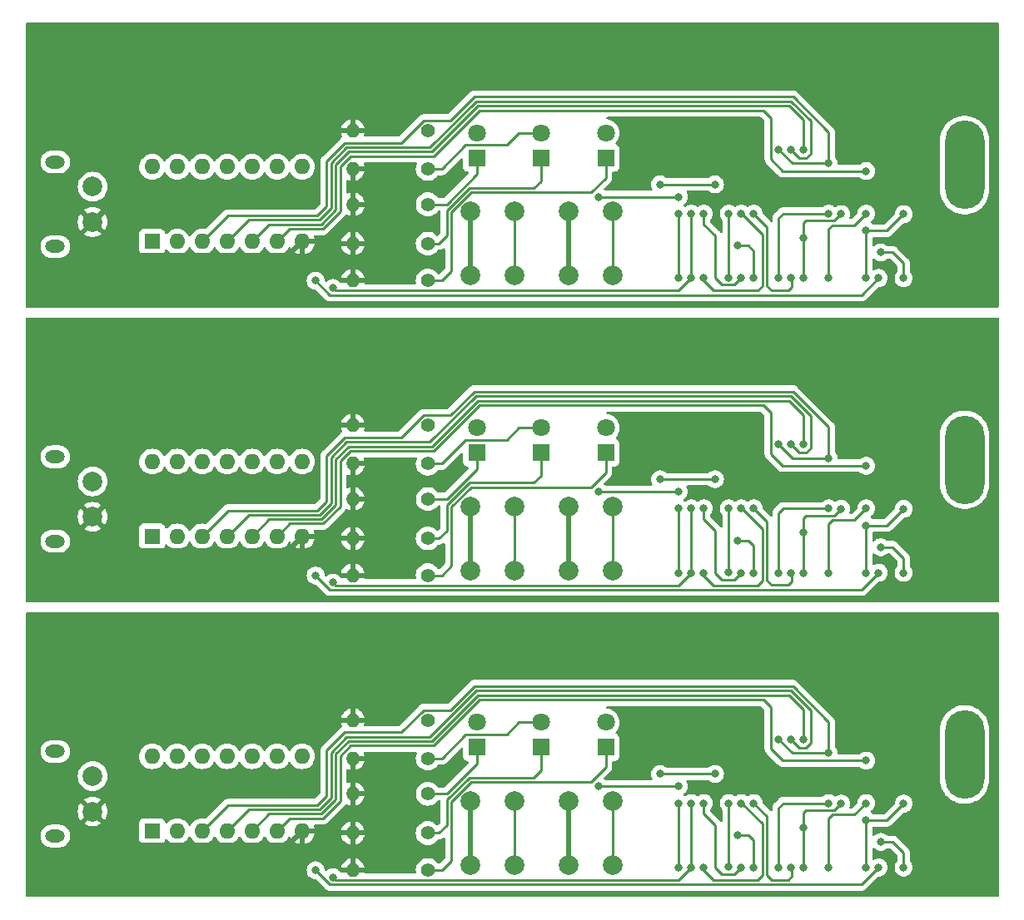
<source format=gbr>
%TF.GenerationSoftware,KiCad,Pcbnew,(6.0.10)*%
%TF.CreationDate,2023-10-03T20:47:12+09:00*%
%TF.ProjectId,simpleLogicCircuit,73696d70-6c65-44c6-9f67-696343697263,rev?*%
%TF.SameCoordinates,Original*%
%TF.FileFunction,Copper,L2,Bot*%
%TF.FilePolarity,Positive*%
%FSLAX46Y46*%
G04 Gerber Fmt 4.6, Leading zero omitted, Abs format (unit mm)*
G04 Created by KiCad (PCBNEW (6.0.10)) date 2023-10-03 20:47:12*
%MOMM*%
%LPD*%
G01*
G04 APERTURE LIST*
%TA.AperFunction,ComponentPad*%
%ADD10R,1.800000X1.800000*%
%TD*%
%TA.AperFunction,ComponentPad*%
%ADD11C,1.800000*%
%TD*%
%TA.AperFunction,ComponentPad*%
%ADD12C,1.400000*%
%TD*%
%TA.AperFunction,ComponentPad*%
%ADD13O,1.400000X1.400000*%
%TD*%
%TA.AperFunction,ComponentPad*%
%ADD14C,2.000000*%
%TD*%
%TA.AperFunction,ComponentPad*%
%ADD15O,2.000000X1.300000*%
%TD*%
%TA.AperFunction,ComponentPad*%
%ADD16R,1.600000X1.600000*%
%TD*%
%TA.AperFunction,ComponentPad*%
%ADD17O,1.600000X1.600000*%
%TD*%
%TA.AperFunction,ComponentPad*%
%ADD18O,4.000000X9.000000*%
%TD*%
%TA.AperFunction,ViaPad*%
%ADD19C,0.800000*%
%TD*%
%TA.AperFunction,Conductor*%
%ADD20C,0.250000*%
%TD*%
%TA.AperFunction,Conductor*%
%ADD21C,0.500000*%
%TD*%
G04 APERTURE END LIST*
D10*
%TO.P,Y,1,K*%
%TO.N,Net-(D3-Pad1)*%
X91500000Y-111275000D03*
D11*
%TO.P,Y,2,A*%
%TO.N,/Y*%
X91500000Y-108735000D03*
%TD*%
D12*
%TO.P,R3,1*%
%TO.N,Net-(D1-Pad1)*%
X73410000Y-86000000D03*
D13*
%TO.P,R3,2*%
%TO.N,GND*%
X65790000Y-86000000D03*
%TD*%
D14*
%TO.P,USB-C PWR,A9,VBUS*%
%TO.N,+5V*%
X39325000Y-54200000D03*
%TO.P,USB-C PWR,A12,GND*%
%TO.N,GND*%
X39325000Y-57800000D03*
D15*
%TO.P,USB-C PWR,S1,SHIELD*%
%TO.N,unconnected-(J1-PadS1)*%
X35525000Y-51700000D03*
X35525000Y-60300000D03*
%TD*%
D10*
%TO.P,Y,1,K*%
%TO.N,Net-(D3-Pad1)*%
X91500000Y-51275000D03*
D11*
%TO.P,Y,2,A*%
%TO.N,/Y*%
X91500000Y-48735000D03*
%TD*%
D14*
%TO.P,SW2,1,1*%
%TO.N,+5V*%
X87750000Y-93250000D03*
X87750000Y-86750000D03*
%TO.P,SW2,2,2*%
%TO.N,/X2*%
X92250000Y-93250000D03*
X92250000Y-86750000D03*
%TD*%
D12*
%TO.P,R5,1*%
%TO.N,Net-(D3-Pad1)*%
X73400000Y-93754000D03*
D13*
%TO.P,R5,2*%
%TO.N,GND*%
X65780000Y-93754000D03*
%TD*%
D12*
%TO.P,R3,1*%
%TO.N,Net-(D1-Pad1)*%
X73410000Y-116000000D03*
D13*
%TO.P,R3,2*%
%TO.N,GND*%
X65790000Y-116000000D03*
%TD*%
D12*
%TO.P,R1,1*%
%TO.N,/X1*%
X73410000Y-78500000D03*
D13*
%TO.P,R1,2*%
%TO.N,GND*%
X65790000Y-78500000D03*
%TD*%
D14*
%TO.P,USB-C PWR,A9,VBUS*%
%TO.N,+5V*%
X39325000Y-114200000D03*
%TO.P,USB-C PWR,A12,GND*%
%TO.N,GND*%
X39325000Y-117800000D03*
D15*
%TO.P,USB-C PWR,S1,SHIELD*%
%TO.N,unconnected-(J1-PadS1)*%
X35525000Y-120300000D03*
X35525000Y-111700000D03*
%TD*%
D16*
%TO.P,74HC00,1*%
%TO.N,/74HC00-1*%
X45375000Y-119800000D03*
D17*
%TO.P,74HC00,2*%
%TO.N,/74HC00-2*%
X47915000Y-119800000D03*
%TO.P,74HC00,3*%
%TO.N,/74HC00-3*%
X50455000Y-119800000D03*
%TO.P,74HC00,4*%
%TO.N,/74HC00-4*%
X52995000Y-119800000D03*
%TO.P,74HC00,5*%
%TO.N,/74HC00-5*%
X55535000Y-119800000D03*
%TO.P,74HC00,6*%
%TO.N,/74HC00-6*%
X58075000Y-119800000D03*
%TO.P,74HC00,7,GND*%
%TO.N,GND*%
X60615000Y-119800000D03*
%TO.P,74HC00,8*%
%TO.N,/74HC00-8*%
X60615000Y-112180000D03*
%TO.P,74HC00,9*%
%TO.N,/74HC00-9*%
X58075000Y-112180000D03*
%TO.P,74HC00,10*%
%TO.N,/74HC00-10*%
X55535000Y-112180000D03*
%TO.P,74HC00,11*%
%TO.N,/74HC00-11*%
X52995000Y-112180000D03*
%TO.P,74HC00,12*%
%TO.N,/74HC00-12*%
X50455000Y-112180000D03*
%TO.P,74HC00,13*%
%TO.N,/74HC00-13*%
X47915000Y-112180000D03*
%TO.P,74HC00,14,VCC*%
%TO.N,+5V*%
X45375000Y-112180000D03*
%TD*%
D12*
%TO.P,R4,1*%
%TO.N,Net-(D2-Pad1)*%
X73400000Y-90000000D03*
D13*
%TO.P,R4,2*%
%TO.N,GND*%
X65780000Y-90000000D03*
%TD*%
D12*
%TO.P,R3,1*%
%TO.N,Net-(D1-Pad1)*%
X73410000Y-56000000D03*
D13*
%TO.P,R3,2*%
%TO.N,GND*%
X65790000Y-56000000D03*
%TD*%
D12*
%TO.P,R1,1*%
%TO.N,/X1*%
X73410000Y-108500000D03*
D13*
%TO.P,R1,2*%
%TO.N,GND*%
X65790000Y-108500000D03*
%TD*%
D10*
%TO.P,X1,1,K*%
%TO.N,Net-(D1-Pad1)*%
X78400000Y-111275000D03*
D11*
%TO.P,X1,2,A*%
%TO.N,/X1*%
X78400000Y-108735000D03*
%TD*%
D10*
%TO.P,Y,1,K*%
%TO.N,Net-(D3-Pad1)*%
X91500000Y-81275000D03*
D11*
%TO.P,Y,2,A*%
%TO.N,/Y*%
X91500000Y-78735000D03*
%TD*%
D12*
%TO.P,R2,1*%
%TO.N,/X2*%
X73400000Y-52400000D03*
D13*
%TO.P,R2,2*%
%TO.N,GND*%
X65780000Y-52400000D03*
%TD*%
D16*
%TO.P,74HC00,1*%
%TO.N,/74HC00-1*%
X45375000Y-59800000D03*
D17*
%TO.P,74HC00,2*%
%TO.N,/74HC00-2*%
X47915000Y-59800000D03*
%TO.P,74HC00,3*%
%TO.N,/74HC00-3*%
X50455000Y-59800000D03*
%TO.P,74HC00,4*%
%TO.N,/74HC00-4*%
X52995000Y-59800000D03*
%TO.P,74HC00,5*%
%TO.N,/74HC00-5*%
X55535000Y-59800000D03*
%TO.P,74HC00,6*%
%TO.N,/74HC00-6*%
X58075000Y-59800000D03*
%TO.P,74HC00,7,GND*%
%TO.N,GND*%
X60615000Y-59800000D03*
%TO.P,74HC00,8*%
%TO.N,/74HC00-8*%
X60615000Y-52180000D03*
%TO.P,74HC00,9*%
%TO.N,/74HC00-9*%
X58075000Y-52180000D03*
%TO.P,74HC00,10*%
%TO.N,/74HC00-10*%
X55535000Y-52180000D03*
%TO.P,74HC00,11*%
%TO.N,/74HC00-11*%
X52995000Y-52180000D03*
%TO.P,74HC00,12*%
%TO.N,/74HC00-12*%
X50455000Y-52180000D03*
%TO.P,74HC00,13*%
%TO.N,/74HC00-13*%
X47915000Y-52180000D03*
%TO.P,74HC00,14,VCC*%
%TO.N,+5V*%
X45375000Y-52180000D03*
%TD*%
D14*
%TO.P,SW1,1,1*%
%TO.N,+5V*%
X77750000Y-63250000D03*
X77750000Y-56750000D03*
%TO.P,SW1,2,2*%
%TO.N,/X1*%
X82250000Y-56750000D03*
X82250000Y-63250000D03*
%TD*%
%TO.P,SW2,1,1*%
%TO.N,+5V*%
X87750000Y-116750000D03*
X87750000Y-123250000D03*
%TO.P,SW2,2,2*%
%TO.N,/X2*%
X92250000Y-123250000D03*
X92250000Y-116750000D03*
%TD*%
D12*
%TO.P,R2,1*%
%TO.N,/X2*%
X73400000Y-82400000D03*
D13*
%TO.P,R2,2*%
%TO.N,GND*%
X65780000Y-82400000D03*
%TD*%
D12*
%TO.P,R4,1*%
%TO.N,Net-(D2-Pad1)*%
X73400000Y-120000000D03*
D13*
%TO.P,R4,2*%
%TO.N,GND*%
X65780000Y-120000000D03*
%TD*%
D16*
%TO.P,74HC00,1*%
%TO.N,/74HC00-1*%
X45375000Y-89800000D03*
D17*
%TO.P,74HC00,2*%
%TO.N,/74HC00-2*%
X47915000Y-89800000D03*
%TO.P,74HC00,3*%
%TO.N,/74HC00-3*%
X50455000Y-89800000D03*
%TO.P,74HC00,4*%
%TO.N,/74HC00-4*%
X52995000Y-89800000D03*
%TO.P,74HC00,5*%
%TO.N,/74HC00-5*%
X55535000Y-89800000D03*
%TO.P,74HC00,6*%
%TO.N,/74HC00-6*%
X58075000Y-89800000D03*
%TO.P,74HC00,7,GND*%
%TO.N,GND*%
X60615000Y-89800000D03*
%TO.P,74HC00,8*%
%TO.N,/74HC00-8*%
X60615000Y-82180000D03*
%TO.P,74HC00,9*%
%TO.N,/74HC00-9*%
X58075000Y-82180000D03*
%TO.P,74HC00,10*%
%TO.N,/74HC00-10*%
X55535000Y-82180000D03*
%TO.P,74HC00,11*%
%TO.N,/74HC00-11*%
X52995000Y-82180000D03*
%TO.P,74HC00,12*%
%TO.N,/74HC00-12*%
X50455000Y-82180000D03*
%TO.P,74HC00,13*%
%TO.N,/74HC00-13*%
X47915000Y-82180000D03*
%TO.P,74HC00,14,VCC*%
%TO.N,+5V*%
X45375000Y-82180000D03*
%TD*%
D10*
%TO.P,X2,1,K*%
%TO.N,Net-(D2-Pad1)*%
X84900000Y-81275000D03*
D11*
%TO.P,X2,2,A*%
%TO.N,/X2*%
X84900000Y-78735000D03*
%TD*%
D12*
%TO.P,R5,1*%
%TO.N,Net-(D3-Pad1)*%
X73400000Y-123754000D03*
D13*
%TO.P,R5,2*%
%TO.N,GND*%
X65780000Y-123754000D03*
%TD*%
D12*
%TO.P,R1,1*%
%TO.N,/X1*%
X73410000Y-48500000D03*
D13*
%TO.P,R1,2*%
%TO.N,GND*%
X65790000Y-48500000D03*
%TD*%
D14*
%TO.P,SW1,1,1*%
%TO.N,+5V*%
X77750000Y-93250000D03*
X77750000Y-86750000D03*
%TO.P,SW1,2,2*%
%TO.N,/X1*%
X82250000Y-93250000D03*
X82250000Y-86750000D03*
%TD*%
%TO.P,SW1,1,1*%
%TO.N,+5V*%
X77750000Y-123250000D03*
X77750000Y-116750000D03*
%TO.P,SW1,2,2*%
%TO.N,/X1*%
X82250000Y-123250000D03*
X82250000Y-116750000D03*
%TD*%
D12*
%TO.P,R2,1*%
%TO.N,/X2*%
X73400000Y-112400000D03*
D13*
%TO.P,R2,2*%
%TO.N,GND*%
X65780000Y-112400000D03*
%TD*%
D10*
%TO.P,X1,1,K*%
%TO.N,Net-(D1-Pad1)*%
X78400000Y-51275000D03*
D11*
%TO.P,X1,2,A*%
%TO.N,/X1*%
X78400000Y-48735000D03*
%TD*%
D12*
%TO.P,R5,1*%
%TO.N,Net-(D3-Pad1)*%
X73400000Y-63754000D03*
D13*
%TO.P,R5,2*%
%TO.N,GND*%
X65780000Y-63754000D03*
%TD*%
D14*
%TO.P,USB-C PWR,A9,VBUS*%
%TO.N,+5V*%
X39325000Y-84200000D03*
%TO.P,USB-C PWR,A12,GND*%
%TO.N,GND*%
X39325000Y-87800000D03*
D15*
%TO.P,USB-C PWR,S1,SHIELD*%
%TO.N,unconnected-(J1-PadS1)*%
X35525000Y-81700000D03*
X35525000Y-90300000D03*
%TD*%
D10*
%TO.P,X2,1,K*%
%TO.N,Net-(D2-Pad1)*%
X84900000Y-111275000D03*
D11*
%TO.P,X2,2,A*%
%TO.N,/X2*%
X84900000Y-108735000D03*
%TD*%
D18*
%TO.P,REF\u002A\u002A,2*%
%TO.N,N/C*%
X128000000Y-52000000D03*
%TD*%
%TO.P,REF\u002A\u002A,2*%
%TO.N,N/C*%
X128000000Y-112000000D03*
%TD*%
D12*
%TO.P,R4,1*%
%TO.N,Net-(D2-Pad1)*%
X73400000Y-60000000D03*
D13*
%TO.P,R4,2*%
%TO.N,GND*%
X65780000Y-60000000D03*
%TD*%
D10*
%TO.P,X1,1,K*%
%TO.N,Net-(D1-Pad1)*%
X78400000Y-81275000D03*
D11*
%TO.P,X1,2,A*%
%TO.N,/X1*%
X78400000Y-78735000D03*
%TD*%
D10*
%TO.P,X2,1,K*%
%TO.N,Net-(D2-Pad1)*%
X84900000Y-51275000D03*
D11*
%TO.P,X2,2,A*%
%TO.N,/X2*%
X84900000Y-48735000D03*
%TD*%
D18*
%TO.P,REF\u002A\u002A,2*%
%TO.N,N/C*%
X128000000Y-82000000D03*
%TD*%
D14*
%TO.P,SW2,1,1*%
%TO.N,+5V*%
X87750000Y-56750000D03*
X87750000Y-63250000D03*
%TO.P,SW2,2,2*%
%TO.N,/X2*%
X92250000Y-56750000D03*
X92250000Y-63250000D03*
%TD*%
D19*
%TO.N,/X1*%
X98933000Y-63500000D03*
X98935000Y-85247000D03*
X98933000Y-123500000D03*
X90805000Y-55245000D03*
X90805000Y-85245000D03*
X98935000Y-55247000D03*
X90805000Y-115245000D03*
X98935000Y-56952500D03*
X98935000Y-116952500D03*
X98935000Y-115247000D03*
X98933000Y-93500000D03*
X98935000Y-86952500D03*
%TO.N,/74HC00-1*%
X100205000Y-116952500D03*
X63779000Y-124504500D03*
X63779000Y-64504500D03*
X100205000Y-56952500D03*
X63779000Y-94504500D03*
X100203000Y-63500000D03*
X100205000Y-86952500D03*
X100203000Y-93500000D03*
X100203000Y-123500000D03*
%TO.N,/74HC00-4*%
X101473000Y-123500000D03*
X110365000Y-80452500D03*
X110365000Y-110452500D03*
X110365000Y-50452500D03*
X105285000Y-86952500D03*
X101473000Y-63500000D03*
X105285000Y-56952500D03*
X105285000Y-116952500D03*
X101473000Y-93500000D03*
%TO.N,/X2*%
X104015000Y-116952500D03*
X97028000Y-53975000D03*
X102616000Y-83975000D03*
X104015000Y-56952500D03*
X102616000Y-53975000D03*
X104015000Y-86952500D03*
X97028000Y-113975000D03*
X104015000Y-123452500D03*
X102616000Y-113975000D03*
X97028000Y-83975000D03*
X104015000Y-63452500D03*
X104015000Y-93452500D03*
%TO.N,/74HC00-2*%
X101475000Y-116952500D03*
X101475000Y-86952500D03*
X105283000Y-93500000D03*
X105283000Y-63500000D03*
X105283000Y-123500000D03*
X101475000Y-56952500D03*
%TO.N,/74HC00-10*%
X104900000Y-60200000D03*
X104900000Y-90200000D03*
X106553000Y-93500000D03*
X106553000Y-123500000D03*
X104900000Y-120200000D03*
X106553000Y-63500000D03*
%TO.N,/74HC00-3*%
X114175000Y-111825000D03*
X109095000Y-110452500D03*
X114175000Y-56952500D03*
X109093000Y-93500000D03*
X109095000Y-80452500D03*
X109093000Y-123500000D03*
X114175000Y-86952500D03*
X109095000Y-50452500D03*
X109093000Y-63500000D03*
X114175000Y-116952500D03*
X114175000Y-81825000D03*
X114175000Y-51825000D03*
%TO.N,/74HC00-5*%
X111635000Y-80452500D03*
X106555000Y-56952500D03*
X111635000Y-110452500D03*
X111635000Y-50452500D03*
X110363000Y-63500000D03*
X110363000Y-123500000D03*
X110363000Y-93500000D03*
X106555000Y-86952500D03*
X106555000Y-116952500D03*
%TO.N,/74HC00-9*%
X111633000Y-89419500D03*
X115450000Y-87000000D03*
X115450000Y-57000000D03*
X111633000Y-59419500D03*
X115450000Y-117000000D03*
X111633000Y-123500000D03*
X111633000Y-63500000D03*
X111633000Y-119419500D03*
X111633000Y-93500000D03*
%TO.N,/74HC00-6*%
X117985000Y-56952500D03*
X117985000Y-116952500D03*
X117985000Y-112615000D03*
X114173000Y-93500000D03*
X117985000Y-86952500D03*
X117985000Y-82615000D03*
X114173000Y-123500000D03*
X117985000Y-52615000D03*
X114173000Y-63500000D03*
%TO.N,/74HC00-8*%
X117983000Y-123500000D03*
X121800000Y-87000000D03*
X117983000Y-63500000D03*
X117983000Y-58695000D03*
X117983000Y-118695000D03*
X121800000Y-117000000D03*
X121800000Y-57000000D03*
X117983000Y-88695000D03*
X117983000Y-93500000D03*
%TO.N,/74HC00-13*%
X119253000Y-93500000D03*
X62000000Y-93780000D03*
X119253000Y-63500000D03*
X62000000Y-63780000D03*
X119253000Y-123500000D03*
X62000000Y-123780000D03*
%TO.N,/74HC00-11*%
X119475500Y-60900000D03*
X119475500Y-120900000D03*
X119475500Y-90900000D03*
X121793000Y-123500000D03*
X121793000Y-93500000D03*
X121793000Y-63500000D03*
%TD*%
D20*
%TO.N,/X1*%
X98935000Y-116952500D02*
X98935000Y-123498000D01*
X82250000Y-86750000D02*
X82250000Y-93250000D01*
X98933000Y-55245000D02*
X98935000Y-55247000D01*
X82250000Y-116750000D02*
X82250000Y-123250000D01*
X98935000Y-123498000D02*
X98933000Y-123500000D01*
X98935000Y-93498000D02*
X98933000Y-93500000D01*
X90805000Y-115245000D02*
X98933000Y-115245000D01*
X98933000Y-115245000D02*
X98935000Y-115247000D01*
X98935000Y-86952500D02*
X98935000Y-93498000D01*
X98933000Y-85245000D02*
X98935000Y-85247000D01*
X98935000Y-63498000D02*
X98933000Y-63500000D01*
X82250000Y-56750000D02*
X82250000Y-63250000D01*
X98935000Y-56952500D02*
X98935000Y-63498000D01*
X90805000Y-85245000D02*
X98933000Y-85245000D01*
X90805000Y-55245000D02*
X98933000Y-55245000D01*
D21*
%TO.N,GND*%
X65780000Y-52400000D02*
X65780000Y-55990000D01*
X65780000Y-90000000D02*
X65780000Y-93754000D01*
X39325000Y-87800000D02*
X42740000Y-91215000D01*
X63864000Y-59800000D02*
X64064000Y-60000000D01*
X65780000Y-112400000D02*
X65780000Y-115990000D01*
X64064000Y-90000000D02*
X65780000Y-90000000D01*
X65790000Y-56000000D02*
X65790000Y-58416000D01*
X65780000Y-115990000D02*
X65790000Y-116000000D01*
X65790000Y-118416000D02*
X65790000Y-119990000D01*
X59200000Y-61215000D02*
X58885000Y-61215000D01*
X65790000Y-116000000D02*
X65790000Y-118416000D01*
X65780000Y-85990000D02*
X65790000Y-86000000D01*
X65790000Y-58416000D02*
X65790000Y-59990000D01*
X60615000Y-59800000D02*
X63864000Y-59800000D01*
X39325000Y-57800000D02*
X42740000Y-61215000D01*
X65780000Y-120000000D02*
X65780000Y-123754000D01*
X42740000Y-61215000D02*
X58885000Y-61215000D01*
X63864000Y-119800000D02*
X64064000Y-120000000D01*
X63864000Y-89800000D02*
X64064000Y-90000000D01*
X65790000Y-86000000D02*
X65790000Y-88416000D01*
X64064000Y-60000000D02*
X65780000Y-60000000D01*
X60615000Y-89800000D02*
X59200000Y-91215000D01*
X65780000Y-55990000D02*
X65790000Y-56000000D01*
X59200000Y-91215000D02*
X58885000Y-91215000D01*
X59200000Y-121215000D02*
X58885000Y-121215000D01*
X60615000Y-89800000D02*
X63864000Y-89800000D01*
X65780000Y-60000000D02*
X65780000Y-63754000D01*
X65780000Y-82400000D02*
X65780000Y-85990000D01*
X60615000Y-119800000D02*
X63864000Y-119800000D01*
X60615000Y-59800000D02*
X59200000Y-61215000D01*
X42740000Y-121215000D02*
X58885000Y-121215000D01*
X64064000Y-120000000D02*
X65780000Y-120000000D01*
X65790000Y-88416000D02*
X65790000Y-89990000D01*
X42740000Y-91215000D02*
X58885000Y-91215000D01*
X60615000Y-119800000D02*
X59200000Y-121215000D01*
X39325000Y-117800000D02*
X42740000Y-121215000D01*
D20*
%TO.N,/74HC00-1*%
X64053500Y-124779000D02*
X98924000Y-124779000D01*
X98924000Y-124779000D02*
X100203000Y-123500000D01*
X100203000Y-93500000D02*
X100203000Y-86954500D01*
X100203000Y-86954500D02*
X100205000Y-86952500D01*
X63779000Y-94504500D02*
X64053500Y-94779000D01*
X100203000Y-56954500D02*
X100205000Y-56952500D01*
X64053500Y-94779000D02*
X98924000Y-94779000D01*
X98924000Y-64779000D02*
X100203000Y-63500000D01*
X63779000Y-64504500D02*
X64053500Y-64779000D01*
X100203000Y-116954500D02*
X100205000Y-116952500D01*
X64053500Y-64779000D02*
X98924000Y-64779000D01*
X100203000Y-123500000D02*
X100203000Y-116954500D01*
X100203000Y-63500000D02*
X100203000Y-56954500D01*
X98924000Y-94779000D02*
X100203000Y-93500000D01*
X63779000Y-124504500D02*
X64053500Y-124779000D01*
%TO.N,Net-(D1-Pad1)*%
X78400000Y-52927208D02*
X78400000Y-51275000D01*
X73410000Y-116000000D02*
X75327208Y-116000000D01*
X73410000Y-86000000D02*
X75327208Y-86000000D01*
X78400000Y-112927208D02*
X78400000Y-111275000D01*
X73410000Y-56000000D02*
X75327208Y-56000000D01*
X75327208Y-86000000D02*
X78400000Y-82927208D01*
X75327208Y-56000000D02*
X78400000Y-52927208D01*
X78400000Y-82927208D02*
X78400000Y-81275000D01*
X75327208Y-116000000D02*
X78400000Y-112927208D01*
%TO.N,Net-(D2-Pad1)*%
X84900000Y-83650000D02*
X84900000Y-81275000D01*
X84900000Y-53650000D02*
X84900000Y-51275000D01*
X77613604Y-54350000D02*
X84200000Y-54350000D01*
X75350000Y-86613604D02*
X77613604Y-84350000D01*
X75350000Y-56613604D02*
X77613604Y-54350000D01*
X84200000Y-54350000D02*
X84900000Y-53650000D01*
X75350000Y-119200000D02*
X75350000Y-116613604D01*
X77613604Y-114350000D02*
X84200000Y-114350000D01*
X74550000Y-60000000D02*
X75350000Y-59200000D01*
X74550000Y-120000000D02*
X75350000Y-119200000D01*
X74550000Y-90000000D02*
X75350000Y-89200000D01*
X73400000Y-60000000D02*
X74550000Y-60000000D01*
X84200000Y-114350000D02*
X84900000Y-113650000D01*
X73400000Y-120000000D02*
X74550000Y-120000000D01*
X75350000Y-116613604D02*
X77613604Y-114350000D01*
X77613604Y-84350000D02*
X84200000Y-84350000D01*
X84200000Y-84350000D02*
X84900000Y-83650000D01*
X75350000Y-59200000D02*
X75350000Y-56613604D01*
X73400000Y-90000000D02*
X74550000Y-90000000D01*
X84900000Y-113650000D02*
X84900000Y-111275000D01*
X75350000Y-89200000D02*
X75350000Y-86613604D01*
%TO.N,Net-(D3-Pad1)*%
X73400000Y-123754000D02*
X74846000Y-123754000D01*
X73400000Y-63754000D02*
X74846000Y-63754000D01*
X91500000Y-53300000D02*
X91500000Y-51275000D01*
X75800000Y-122800000D02*
X75800000Y-116800000D01*
X77800000Y-84800000D02*
X90000000Y-84800000D01*
X75800000Y-62800000D02*
X75800000Y-56800000D01*
X75800000Y-56800000D02*
X77800000Y-54800000D01*
X90000000Y-84800000D02*
X91500000Y-83300000D01*
X75800000Y-116800000D02*
X77800000Y-114800000D01*
X74846000Y-123754000D02*
X75800000Y-122800000D01*
X75800000Y-92800000D02*
X75800000Y-86800000D01*
X73400000Y-93754000D02*
X74846000Y-93754000D01*
X90000000Y-114800000D02*
X91500000Y-113300000D01*
X74846000Y-63754000D02*
X75800000Y-62800000D01*
X77800000Y-114800000D02*
X90000000Y-114800000D01*
X90000000Y-54800000D02*
X91500000Y-53300000D01*
X75800000Y-86800000D02*
X77800000Y-84800000D01*
X77800000Y-54800000D02*
X90000000Y-54800000D01*
X91500000Y-113300000D02*
X91500000Y-111275000D01*
X74846000Y-93754000D02*
X75800000Y-92800000D01*
X91500000Y-83300000D02*
X91500000Y-81275000D01*
%TO.N,/74HC00-4*%
X111900000Y-81300000D02*
X111212500Y-81300000D01*
X63563604Y-56409188D02*
X62372792Y-57600000D01*
X63563604Y-111800000D02*
X65163604Y-110200000D01*
X107442000Y-89058000D02*
X107442000Y-94308000D01*
X73627208Y-50200000D02*
X78327208Y-45500000D01*
X105336500Y-86952500D02*
X107442000Y-89058000D01*
X105285000Y-116952500D02*
X105336500Y-116952500D01*
X111900000Y-111300000D02*
X111212500Y-111300000D01*
X106980000Y-64770000D02*
X102489000Y-64770000D01*
X112360000Y-110840000D02*
X111900000Y-111300000D01*
X73627208Y-80200000D02*
X78327208Y-75500000D01*
X107442000Y-124308000D02*
X106980000Y-124770000D01*
X105336500Y-56952500D02*
X107442000Y-59058000D01*
X111212500Y-81300000D02*
X110365000Y-80452500D01*
X52995000Y-59800000D02*
X55195000Y-57600000D01*
X110336396Y-105500000D02*
X112360000Y-107523604D01*
X78327208Y-45500000D02*
X110336396Y-45500000D01*
X102489000Y-64770000D02*
X101473000Y-63754000D01*
X105336500Y-116952500D02*
X107442000Y-119058000D01*
X63563604Y-81800000D02*
X65163604Y-80200000D01*
X73627208Y-110200000D02*
X78327208Y-105500000D01*
X105285000Y-86952500D02*
X105336500Y-86952500D01*
X63563604Y-111800000D02*
X63563604Y-116409188D01*
X102489000Y-124770000D02*
X101473000Y-123754000D01*
X102489000Y-94770000D02*
X101473000Y-93754000D01*
X111212500Y-51300000D02*
X110365000Y-50452500D01*
X55195000Y-87600000D02*
X62372792Y-87600000D01*
X106980000Y-124770000D02*
X102489000Y-124770000D01*
X111900000Y-51300000D02*
X111212500Y-51300000D01*
X110336396Y-75500000D02*
X112360000Y-77523604D01*
X107442000Y-94308000D02*
X106980000Y-94770000D01*
X106980000Y-94770000D02*
X102489000Y-94770000D01*
X55195000Y-57600000D02*
X62372792Y-57600000D01*
X78327208Y-75500000D02*
X110336396Y-75500000D01*
X63563604Y-51800000D02*
X63563604Y-56409188D01*
X107442000Y-59058000D02*
X107442000Y-64308000D01*
X112360000Y-80840000D02*
X111900000Y-81300000D01*
X52995000Y-89800000D02*
X55195000Y-87600000D01*
X101473000Y-123754000D02*
X101473000Y-123500000D01*
X112360000Y-77523604D02*
X112360000Y-80840000D01*
X112360000Y-107523604D02*
X112360000Y-110840000D01*
X65163604Y-110200000D02*
X73627208Y-110200000D01*
X65163604Y-80200000D02*
X73627208Y-80200000D01*
X52995000Y-119800000D02*
X55195000Y-117600000D01*
X105285000Y-56952500D02*
X105336500Y-56952500D01*
X101473000Y-93754000D02*
X101473000Y-93500000D01*
X107442000Y-119058000D02*
X107442000Y-124308000D01*
X112360000Y-50840000D02*
X111900000Y-51300000D01*
X110336396Y-45500000D02*
X112360000Y-47523604D01*
X63563604Y-51800000D02*
X65163604Y-50200000D01*
X63563604Y-81800000D02*
X63563604Y-86409188D01*
X111212500Y-111300000D02*
X110365000Y-110452500D01*
X63563604Y-86409188D02*
X62372792Y-87600000D01*
X101473000Y-63754000D02*
X101473000Y-63500000D01*
X63563604Y-116409188D02*
X62372792Y-117600000D01*
X112360000Y-47523604D02*
X112360000Y-50840000D01*
X55195000Y-117600000D02*
X62372792Y-117600000D01*
X107442000Y-64308000D02*
X106980000Y-64770000D01*
X78327208Y-105500000D02*
X110336396Y-105500000D01*
X65163604Y-50200000D02*
X73627208Y-50200000D01*
%TO.N,/X2*%
X104015000Y-123452500D02*
X104015000Y-116952500D01*
X84900000Y-48735000D02*
X82665000Y-48735000D01*
X77265000Y-79960000D02*
X74825000Y-82400000D01*
X81440000Y-79960000D02*
X77265000Y-79960000D01*
X77265000Y-49960000D02*
X74825000Y-52400000D01*
X82665000Y-48735000D02*
X81440000Y-49960000D01*
X92250000Y-116750000D02*
X92250000Y-123250000D01*
X82665000Y-108735000D02*
X81440000Y-109960000D01*
X84900000Y-78735000D02*
X82665000Y-78735000D01*
X92250000Y-56750000D02*
X92250000Y-63250000D01*
X92250000Y-86750000D02*
X92250000Y-93250000D01*
X97028000Y-53975000D02*
X102616000Y-53975000D01*
X104015000Y-63452500D02*
X104015000Y-56952500D01*
X97028000Y-113975000D02*
X102616000Y-113975000D01*
X81440000Y-49960000D02*
X77265000Y-49960000D01*
X104015000Y-93452500D02*
X104015000Y-86952500D01*
X82665000Y-78735000D02*
X81440000Y-79960000D01*
X77265000Y-109960000D02*
X74825000Y-112400000D01*
X74825000Y-52400000D02*
X73400000Y-52400000D01*
X81440000Y-109960000D02*
X77265000Y-109960000D01*
X74825000Y-82400000D02*
X73400000Y-82400000D01*
X74825000Y-112400000D02*
X73400000Y-112400000D01*
X97028000Y-83975000D02*
X102616000Y-83975000D01*
X84900000Y-108735000D02*
X82665000Y-108735000D01*
%TO.N,/74HC00-2*%
X102616000Y-89182000D02*
X101475000Y-88041000D01*
X104605500Y-124177500D02*
X103293500Y-124177500D01*
X102616000Y-119182000D02*
X101475000Y-118041000D01*
X104605500Y-94177500D02*
X103293500Y-94177500D01*
X102616000Y-59182000D02*
X101475000Y-58041000D01*
X102616000Y-93500000D02*
X102616000Y-89182000D01*
X105283000Y-93500000D02*
X104605500Y-94177500D01*
X103293500Y-64177500D02*
X102616000Y-63500000D01*
X101475000Y-88041000D02*
X101475000Y-86952500D01*
X105283000Y-123500000D02*
X104605500Y-124177500D01*
X105283000Y-63500000D02*
X104605500Y-64177500D01*
X103293500Y-94177500D02*
X102616000Y-93500000D01*
X104605500Y-64177500D02*
X103293500Y-64177500D01*
X103293500Y-124177500D02*
X102616000Y-123500000D01*
X101475000Y-118041000D02*
X101475000Y-116952500D01*
X101475000Y-58041000D02*
X101475000Y-56952500D01*
X102616000Y-123500000D02*
X102616000Y-119182000D01*
X102616000Y-63500000D02*
X102616000Y-59182000D01*
%TO.N,/74HC00-10*%
X106553000Y-90753000D02*
X106553000Y-93500000D01*
X106553000Y-120753000D02*
X106553000Y-123500000D01*
X104900000Y-60200000D02*
X106000000Y-60200000D01*
X106000000Y-90200000D02*
X106553000Y-90753000D01*
X106553000Y-60753000D02*
X106553000Y-63500000D01*
X104900000Y-90200000D02*
X106000000Y-90200000D01*
X106000000Y-120200000D02*
X106553000Y-120753000D01*
X106000000Y-60200000D02*
X106553000Y-60753000D01*
X104900000Y-120200000D02*
X106000000Y-120200000D01*
D21*
%TO.N,+5V*%
X77750000Y-116750000D02*
X77750000Y-123250000D01*
X87750000Y-86750000D02*
X87750000Y-93250000D01*
X77750000Y-56750000D02*
X77750000Y-63250000D01*
X87750000Y-116750000D02*
X87750000Y-123250000D01*
X87750000Y-56750000D02*
X87750000Y-63250000D01*
X77750000Y-86750000D02*
X77750000Y-93250000D01*
D20*
%TO.N,/74HC00-3*%
X114175000Y-108675000D02*
X110550000Y-105050000D01*
X63113604Y-111613604D02*
X63113604Y-116222792D01*
X110550000Y-45050000D02*
X78140812Y-45050000D01*
X109544500Y-56952500D02*
X109093000Y-57404000D01*
X64977208Y-109750000D02*
X63113604Y-111613604D01*
X110467500Y-111825000D02*
X109095000Y-110452500D01*
X114175000Y-78675000D02*
X110550000Y-75050000D01*
X114175000Y-116952500D02*
X109544500Y-116952500D01*
X63113604Y-51613604D02*
X63113604Y-56222792D01*
X109544500Y-116952500D02*
X109093000Y-117404000D01*
X63113604Y-86222792D02*
X62186396Y-87150000D01*
X70710432Y-79750000D02*
X64977208Y-79750000D01*
X53105000Y-117150000D02*
X50455000Y-119800000D01*
X114175000Y-51825000D02*
X110467500Y-51825000D01*
X70710432Y-49750000D02*
X64977208Y-49750000D01*
X110550000Y-105050000D02*
X78140812Y-105050000D01*
X72985431Y-47475000D02*
X70710432Y-49750000D01*
X62186396Y-87150000D02*
X53105000Y-87150000D01*
X109093000Y-117404000D02*
X109093000Y-123500000D01*
X53105000Y-57150000D02*
X50455000Y-59800000D01*
X78140812Y-105050000D02*
X75715812Y-107475000D01*
X75715812Y-107475000D02*
X72985431Y-107475000D01*
X75715812Y-77475000D02*
X72985431Y-77475000D01*
X114175000Y-56952500D02*
X109544500Y-56952500D01*
X114175000Y-48675000D02*
X110550000Y-45050000D01*
X64977208Y-79750000D02*
X63113604Y-81613604D01*
X63113604Y-81613604D02*
X63113604Y-86222792D01*
X110467500Y-51825000D02*
X109095000Y-50452500D01*
X53105000Y-87150000D02*
X50455000Y-89800000D01*
X64977208Y-49750000D02*
X63113604Y-51613604D01*
X70710432Y-109750000D02*
X64977208Y-109750000D01*
X78140812Y-75050000D02*
X75715812Y-77475000D01*
X72985431Y-77475000D02*
X70710432Y-79750000D01*
X63113604Y-56222792D02*
X62186396Y-57150000D01*
X75715812Y-47475000D02*
X72985431Y-47475000D01*
X114175000Y-86952500D02*
X109544500Y-86952500D01*
X78140812Y-45050000D02*
X75715812Y-47475000D01*
X109093000Y-87404000D02*
X109093000Y-93500000D01*
X114175000Y-111825000D02*
X110467500Y-111825000D01*
X72985431Y-107475000D02*
X70710432Y-109750000D01*
X114175000Y-81825000D02*
X110467500Y-81825000D01*
X110467500Y-81825000D02*
X109095000Y-80452500D01*
X114175000Y-81825000D02*
X114175000Y-78675000D01*
X62186396Y-117150000D02*
X53105000Y-117150000D01*
X114175000Y-51825000D02*
X114175000Y-48675000D01*
X63113604Y-116222792D02*
X62186396Y-117150000D01*
X110550000Y-75050000D02*
X78140812Y-75050000D01*
X109544500Y-86952500D02*
X109093000Y-87404000D01*
X62186396Y-57150000D02*
X53105000Y-57150000D01*
X114175000Y-111825000D02*
X114175000Y-108675000D01*
X109093000Y-57404000D02*
X109093000Y-63500000D01*
%TO.N,/74HC00-5*%
X110200000Y-46000000D02*
X78463604Y-46000000D01*
X111635000Y-77435000D02*
X110200000Y-76000000D01*
X64050000Y-86559188D02*
X62559188Y-88050000D01*
X110400000Y-94400000D02*
X110050000Y-94750000D01*
X107900000Y-64300000D02*
X107900000Y-58297500D01*
X110363000Y-123500000D02*
X110400000Y-123537000D01*
X110400000Y-123537000D02*
X110400000Y-124400000D01*
X107900000Y-94300000D02*
X107900000Y-88297500D01*
X65350000Y-50650000D02*
X64050000Y-51950000D01*
X111635000Y-80452500D02*
X111635000Y-77435000D01*
X111635000Y-50452500D02*
X111635000Y-47435000D01*
X64050000Y-116559188D02*
X62559188Y-118050000D01*
X62559188Y-58050000D02*
X57285000Y-58050000D01*
X57285000Y-58050000D02*
X55535000Y-59800000D01*
X111635000Y-110452500D02*
X111635000Y-107435000D01*
X78463604Y-46000000D02*
X73813604Y-50650000D01*
X110200000Y-76000000D02*
X78463604Y-76000000D01*
X110400000Y-63537000D02*
X110400000Y-64400000D01*
X108350000Y-124750000D02*
X107900000Y-124300000D01*
X110363000Y-63500000D02*
X110400000Y-63537000D01*
X57285000Y-118050000D02*
X55535000Y-119800000D01*
X107900000Y-88297500D02*
X106555000Y-86952500D01*
X78463604Y-106000000D02*
X73813604Y-110650000D01*
X110050000Y-94750000D02*
X108350000Y-94750000D01*
X110200000Y-106000000D02*
X78463604Y-106000000D01*
X110400000Y-93537000D02*
X110400000Y-94400000D01*
X78463604Y-76000000D02*
X73813604Y-80650000D01*
X64050000Y-111950000D02*
X64050000Y-116559188D01*
X65350000Y-80650000D02*
X64050000Y-81950000D01*
X107900000Y-118297500D02*
X106555000Y-116952500D01*
X64050000Y-56559188D02*
X62559188Y-58050000D01*
X57285000Y-88050000D02*
X55535000Y-89800000D01*
X110050000Y-64750000D02*
X108350000Y-64750000D01*
X107900000Y-58297500D02*
X106555000Y-56952500D01*
X65350000Y-110650000D02*
X64050000Y-111950000D01*
X64050000Y-81950000D02*
X64050000Y-86559188D01*
X111635000Y-47435000D02*
X110200000Y-46000000D01*
X64050000Y-51950000D02*
X64050000Y-56559188D01*
X110400000Y-124400000D02*
X110050000Y-124750000D01*
X110363000Y-93500000D02*
X110400000Y-93537000D01*
X108350000Y-94750000D02*
X107900000Y-94300000D01*
X110400000Y-64400000D02*
X110050000Y-64750000D01*
X73813604Y-80650000D02*
X65350000Y-80650000D01*
X110050000Y-124750000D02*
X108350000Y-124750000D01*
X62559188Y-118050000D02*
X57285000Y-118050000D01*
X62559188Y-88050000D02*
X57285000Y-88050000D01*
X73813604Y-110650000D02*
X65350000Y-110650000D01*
X107900000Y-124300000D02*
X107900000Y-118297500D01*
X111635000Y-107435000D02*
X110200000Y-106000000D01*
X108350000Y-64750000D02*
X107900000Y-64300000D01*
X73813604Y-50650000D02*
X65350000Y-50650000D01*
%TO.N,/74HC00-9*%
X111633000Y-87912000D02*
X111633000Y-93500000D01*
X114772500Y-87677500D02*
X111867500Y-87677500D01*
X111633000Y-57912000D02*
X111633000Y-63500000D01*
X111867500Y-117677500D02*
X111633000Y-117912000D01*
X114772500Y-57677500D02*
X111867500Y-57677500D01*
X111633000Y-117912000D02*
X111633000Y-123500000D01*
X111867500Y-57677500D02*
X111633000Y-57912000D01*
X115450000Y-57000000D02*
X114772500Y-57677500D01*
X114772500Y-117677500D02*
X111867500Y-117677500D01*
X115450000Y-87000000D02*
X114772500Y-87677500D01*
X115450000Y-117000000D02*
X114772500Y-117677500D01*
X111867500Y-87677500D02*
X111633000Y-87912000D01*
%TO.N,/74HC00-6*%
X59375000Y-58500000D02*
X62745584Y-58500000D01*
X62745584Y-118500000D02*
X64500000Y-116745584D01*
X74000000Y-51100000D02*
X78650000Y-46450000D01*
X64500000Y-116745584D02*
X64500000Y-112136396D01*
X64500000Y-86745584D02*
X64500000Y-82136396D01*
X114173000Y-88508500D02*
X114554000Y-88127500D01*
X64500000Y-56745584D02*
X64500000Y-52136396D01*
X107550000Y-76450000D02*
X108300000Y-77200000D01*
X74000000Y-111100000D02*
X78650000Y-106450000D01*
X107550000Y-106450000D02*
X108300000Y-107200000D01*
X78650000Y-46450000D02*
X107550000Y-46450000D01*
X114173000Y-93500000D02*
X114173000Y-88508500D01*
X108300000Y-77200000D02*
X108300000Y-81400000D01*
X114173000Y-123500000D02*
X114173000Y-118508500D01*
X62745584Y-88500000D02*
X64500000Y-86745584D01*
X116810000Y-118127500D02*
X117985000Y-116952500D01*
X107550000Y-46450000D02*
X108300000Y-47200000D01*
X108300000Y-111400000D02*
X109515000Y-112615000D01*
X114173000Y-58508500D02*
X114554000Y-58127500D01*
X114173000Y-118508500D02*
X114554000Y-118127500D01*
X109515000Y-112615000D02*
X117985000Y-112615000D01*
X74000000Y-81100000D02*
X78650000Y-76450000D01*
X114554000Y-58127500D02*
X116810000Y-58127500D01*
X59375000Y-118500000D02*
X62745584Y-118500000D01*
X65536396Y-81100000D02*
X74000000Y-81100000D01*
X114554000Y-118127500D02*
X116810000Y-118127500D01*
X109515000Y-52615000D02*
X117985000Y-52615000D01*
X65536396Y-51100000D02*
X74000000Y-51100000D01*
X108300000Y-51400000D02*
X109515000Y-52615000D01*
X114554000Y-88127500D02*
X116810000Y-88127500D01*
X64500000Y-112136396D02*
X65536396Y-111100000D01*
X59375000Y-88500000D02*
X62745584Y-88500000D01*
X114173000Y-63500000D02*
X114173000Y-58508500D01*
X108300000Y-47200000D02*
X108300000Y-51400000D01*
X62745584Y-58500000D02*
X64500000Y-56745584D01*
X58075000Y-119800000D02*
X59375000Y-118500000D01*
X78650000Y-76450000D02*
X107550000Y-76450000D01*
X108300000Y-81400000D02*
X109515000Y-82615000D01*
X78650000Y-106450000D02*
X107550000Y-106450000D01*
X116810000Y-58127500D02*
X117985000Y-56952500D01*
X58075000Y-89800000D02*
X59375000Y-88500000D01*
X64500000Y-82136396D02*
X65536396Y-81100000D01*
X109515000Y-82615000D02*
X117985000Y-82615000D01*
X64500000Y-52136396D02*
X65536396Y-51100000D01*
X58075000Y-59800000D02*
X59375000Y-58500000D01*
X108300000Y-107200000D02*
X108300000Y-111400000D01*
X65536396Y-111100000D02*
X74000000Y-111100000D01*
X116810000Y-88127500D02*
X117985000Y-86952500D01*
%TO.N,/74HC00-8*%
X117983000Y-88695000D02*
X117983000Y-93500000D01*
X120105000Y-58695000D02*
X121800000Y-57000000D01*
X117983000Y-58695000D02*
X117983000Y-63500000D01*
X120105000Y-118695000D02*
X121800000Y-117000000D01*
X117983000Y-118695000D02*
X117983000Y-123500000D01*
X120105000Y-88695000D02*
X121800000Y-87000000D01*
X117983000Y-118695000D02*
X120105000Y-118695000D01*
X117983000Y-58695000D02*
X120105000Y-58695000D01*
X117983000Y-88695000D02*
X120105000Y-88695000D01*
%TO.N,/74HC00-13*%
X117524000Y-95229000D02*
X119253000Y-93500000D01*
X62000000Y-93780000D02*
X63449000Y-95229000D01*
X117524000Y-65229000D02*
X119253000Y-63500000D01*
X63449000Y-65229000D02*
X117524000Y-65229000D01*
X117524000Y-125229000D02*
X119253000Y-123500000D01*
X63449000Y-125229000D02*
X117524000Y-125229000D01*
X62000000Y-123780000D02*
X63449000Y-125229000D01*
X63449000Y-95229000D02*
X117524000Y-95229000D01*
X62000000Y-63780000D02*
X63449000Y-65229000D01*
%TO.N,/74HC00-11*%
X120700000Y-90900000D02*
X119475500Y-90900000D01*
X121793000Y-91993000D02*
X121793000Y-93500000D01*
X121793000Y-121993000D02*
X121793000Y-123500000D01*
X120700000Y-60900000D02*
X121793000Y-61993000D01*
X120700000Y-120900000D02*
X119475500Y-120900000D01*
X120700000Y-60900000D02*
X119475500Y-60900000D01*
X121793000Y-61993000D02*
X121793000Y-63500000D01*
X120700000Y-120900000D02*
X121793000Y-121993000D01*
X120700000Y-90900000D02*
X121793000Y-91993000D01*
%TD*%
%TA.AperFunction,Conductor*%
%TO.N,GND*%
G36*
X131433621Y-37528502D02*
G01*
X131480114Y-37582158D01*
X131491500Y-37634500D01*
X131491500Y-66365500D01*
X131471498Y-66433621D01*
X131417842Y-66480114D01*
X131365500Y-66491500D01*
X32634500Y-66491500D01*
X32566379Y-66471498D01*
X32519886Y-66417842D01*
X32508500Y-66365500D01*
X32508500Y-60391284D01*
X34015124Y-60391284D01*
X34016103Y-60396981D01*
X34016103Y-60396982D01*
X34047892Y-60581983D01*
X34051181Y-60601126D01*
X34124875Y-60800884D01*
X34166236Y-60870405D01*
X34224682Y-60968642D01*
X34233739Y-60983866D01*
X34374125Y-61143946D01*
X34541333Y-61275762D01*
X34546444Y-61278451D01*
X34546447Y-61278453D01*
X34649961Y-61332915D01*
X34729762Y-61374900D01*
X34735283Y-61376614D01*
X34735287Y-61376616D01*
X34905623Y-61429506D01*
X34933102Y-61438039D01*
X35105982Y-61458500D01*
X35929013Y-61458500D01*
X36014645Y-61450632D01*
X36081270Y-61444510D01*
X36081273Y-61444509D01*
X36087024Y-61443981D01*
X36111975Y-61436944D01*
X36286389Y-61387754D01*
X36286391Y-61387753D01*
X36291948Y-61386186D01*
X36297123Y-61383634D01*
X36297128Y-61383632D01*
X36477727Y-61294570D01*
X36482908Y-61292015D01*
X36653509Y-61164622D01*
X36798037Y-61008271D01*
X36911653Y-60828201D01*
X36983492Y-60648134D01*
X44066500Y-60648134D01*
X44073255Y-60710316D01*
X44124385Y-60846705D01*
X44211739Y-60963261D01*
X44328295Y-61050615D01*
X44464684Y-61101745D01*
X44526866Y-61108500D01*
X46223134Y-61108500D01*
X46285316Y-61101745D01*
X46421705Y-61050615D01*
X46538261Y-60963261D01*
X46625615Y-60846705D01*
X46676745Y-60710316D01*
X46677917Y-60699526D01*
X46678803Y-60697394D01*
X46679425Y-60694778D01*
X46679848Y-60694879D01*
X46705155Y-60633965D01*
X46763517Y-60593537D01*
X46834471Y-60591078D01*
X46895490Y-60627371D01*
X46902489Y-60636031D01*
X46905643Y-60639789D01*
X46908802Y-60644300D01*
X47070700Y-60806198D01*
X47075208Y-60809355D01*
X47075211Y-60809357D01*
X47094464Y-60822838D01*
X47258251Y-60937523D01*
X47263233Y-60939846D01*
X47263238Y-60939849D01*
X47459765Y-61031490D01*
X47465757Y-61034284D01*
X47471065Y-61035706D01*
X47471067Y-61035707D01*
X47681598Y-61092119D01*
X47681600Y-61092119D01*
X47686913Y-61093543D01*
X47915000Y-61113498D01*
X48143087Y-61093543D01*
X48148400Y-61092119D01*
X48148402Y-61092119D01*
X48358933Y-61035707D01*
X48358935Y-61035706D01*
X48364243Y-61034284D01*
X48370235Y-61031490D01*
X48566762Y-60939849D01*
X48566767Y-60939846D01*
X48571749Y-60937523D01*
X48735536Y-60822838D01*
X48754789Y-60809357D01*
X48754792Y-60809355D01*
X48759300Y-60806198D01*
X48921198Y-60644300D01*
X48927147Y-60635805D01*
X49016577Y-60508085D01*
X49052523Y-60456749D01*
X49054846Y-60451767D01*
X49054849Y-60451762D01*
X49070805Y-60417543D01*
X49117722Y-60364258D01*
X49185999Y-60344797D01*
X49253959Y-60365339D01*
X49299195Y-60417543D01*
X49315151Y-60451762D01*
X49315154Y-60451767D01*
X49317477Y-60456749D01*
X49353423Y-60508085D01*
X49442854Y-60635805D01*
X49448802Y-60644300D01*
X49610700Y-60806198D01*
X49615208Y-60809355D01*
X49615211Y-60809357D01*
X49634464Y-60822838D01*
X49798251Y-60937523D01*
X49803233Y-60939846D01*
X49803238Y-60939849D01*
X49999765Y-61031490D01*
X50005757Y-61034284D01*
X50011065Y-61035706D01*
X50011067Y-61035707D01*
X50221598Y-61092119D01*
X50221600Y-61092119D01*
X50226913Y-61093543D01*
X50455000Y-61113498D01*
X50683087Y-61093543D01*
X50688400Y-61092119D01*
X50688402Y-61092119D01*
X50898933Y-61035707D01*
X50898935Y-61035706D01*
X50904243Y-61034284D01*
X50910235Y-61031490D01*
X51106762Y-60939849D01*
X51106767Y-60939846D01*
X51111749Y-60937523D01*
X51275536Y-60822838D01*
X51294789Y-60809357D01*
X51294792Y-60809355D01*
X51299300Y-60806198D01*
X51461198Y-60644300D01*
X51467147Y-60635805D01*
X51556577Y-60508085D01*
X51592523Y-60456749D01*
X51594846Y-60451767D01*
X51594849Y-60451762D01*
X51610805Y-60417543D01*
X51657722Y-60364258D01*
X51725999Y-60344797D01*
X51793959Y-60365339D01*
X51839195Y-60417543D01*
X51855151Y-60451762D01*
X51855154Y-60451767D01*
X51857477Y-60456749D01*
X51893423Y-60508085D01*
X51982854Y-60635805D01*
X51988802Y-60644300D01*
X52150700Y-60806198D01*
X52155208Y-60809355D01*
X52155211Y-60809357D01*
X52174464Y-60822838D01*
X52338251Y-60937523D01*
X52343233Y-60939846D01*
X52343238Y-60939849D01*
X52539765Y-61031490D01*
X52545757Y-61034284D01*
X52551065Y-61035706D01*
X52551067Y-61035707D01*
X52761598Y-61092119D01*
X52761600Y-61092119D01*
X52766913Y-61093543D01*
X52995000Y-61113498D01*
X53223087Y-61093543D01*
X53228400Y-61092119D01*
X53228402Y-61092119D01*
X53438933Y-61035707D01*
X53438935Y-61035706D01*
X53444243Y-61034284D01*
X53450235Y-61031490D01*
X53646762Y-60939849D01*
X53646767Y-60939846D01*
X53651749Y-60937523D01*
X53815536Y-60822838D01*
X53834789Y-60809357D01*
X53834792Y-60809355D01*
X53839300Y-60806198D01*
X54001198Y-60644300D01*
X54007147Y-60635805D01*
X54096577Y-60508085D01*
X54132523Y-60456749D01*
X54134846Y-60451767D01*
X54134849Y-60451762D01*
X54150805Y-60417543D01*
X54197722Y-60364258D01*
X54265999Y-60344797D01*
X54333959Y-60365339D01*
X54379195Y-60417543D01*
X54395151Y-60451762D01*
X54395154Y-60451767D01*
X54397477Y-60456749D01*
X54433423Y-60508085D01*
X54522854Y-60635805D01*
X54528802Y-60644300D01*
X54690700Y-60806198D01*
X54695208Y-60809355D01*
X54695211Y-60809357D01*
X54714464Y-60822838D01*
X54878251Y-60937523D01*
X54883233Y-60939846D01*
X54883238Y-60939849D01*
X55079765Y-61031490D01*
X55085757Y-61034284D01*
X55091065Y-61035706D01*
X55091067Y-61035707D01*
X55301598Y-61092119D01*
X55301600Y-61092119D01*
X55306913Y-61093543D01*
X55535000Y-61113498D01*
X55763087Y-61093543D01*
X55768400Y-61092119D01*
X55768402Y-61092119D01*
X55978933Y-61035707D01*
X55978935Y-61035706D01*
X55984243Y-61034284D01*
X55990235Y-61031490D01*
X56186762Y-60939849D01*
X56186767Y-60939846D01*
X56191749Y-60937523D01*
X56355536Y-60822838D01*
X56374789Y-60809357D01*
X56374792Y-60809355D01*
X56379300Y-60806198D01*
X56541198Y-60644300D01*
X56547147Y-60635805D01*
X56636577Y-60508085D01*
X56672523Y-60456749D01*
X56674846Y-60451767D01*
X56674849Y-60451762D01*
X56690805Y-60417543D01*
X56737722Y-60364258D01*
X56805999Y-60344797D01*
X56873959Y-60365339D01*
X56919195Y-60417543D01*
X56935151Y-60451762D01*
X56935154Y-60451767D01*
X56937477Y-60456749D01*
X56973423Y-60508085D01*
X57062854Y-60635805D01*
X57068802Y-60644300D01*
X57230700Y-60806198D01*
X57235208Y-60809355D01*
X57235211Y-60809357D01*
X57254464Y-60822838D01*
X57418251Y-60937523D01*
X57423233Y-60939846D01*
X57423238Y-60939849D01*
X57619765Y-61031490D01*
X57625757Y-61034284D01*
X57631065Y-61035706D01*
X57631067Y-61035707D01*
X57841598Y-61092119D01*
X57841600Y-61092119D01*
X57846913Y-61093543D01*
X58075000Y-61113498D01*
X58303087Y-61093543D01*
X58308400Y-61092119D01*
X58308402Y-61092119D01*
X58518933Y-61035707D01*
X58518935Y-61035706D01*
X58524243Y-61034284D01*
X58530235Y-61031490D01*
X58726762Y-60939849D01*
X58726767Y-60939846D01*
X58731749Y-60937523D01*
X58895536Y-60822838D01*
X58914789Y-60809357D01*
X58914792Y-60809355D01*
X58919300Y-60806198D01*
X59081198Y-60644300D01*
X59087147Y-60635805D01*
X59176577Y-60508085D01*
X59212523Y-60456749D01*
X59214846Y-60451767D01*
X59214849Y-60451762D01*
X59231081Y-60416951D01*
X59277998Y-60363666D01*
X59346275Y-60344205D01*
X59414235Y-60364747D01*
X59459471Y-60416951D01*
X59475586Y-60451511D01*
X59481069Y-60461007D01*
X59606028Y-60639467D01*
X59613084Y-60647875D01*
X59767125Y-60801916D01*
X59775533Y-60808972D01*
X59953993Y-60933931D01*
X59963489Y-60939414D01*
X60160947Y-61031490D01*
X60171239Y-61035236D01*
X60343503Y-61081394D01*
X60357599Y-61081058D01*
X60361000Y-61073116D01*
X60361000Y-61067967D01*
X60869000Y-61067967D01*
X60872973Y-61081498D01*
X60881522Y-61082727D01*
X61058761Y-61035236D01*
X61069053Y-61031490D01*
X61266511Y-60939414D01*
X61276007Y-60933931D01*
X61454467Y-60808972D01*
X61462875Y-60801916D01*
X61616916Y-60647875D01*
X61623972Y-60639467D01*
X61748931Y-60461007D01*
X61754414Y-60451511D01*
X61840676Y-60266522D01*
X64600801Y-60266522D01*
X64639092Y-60409423D01*
X64642842Y-60419727D01*
X64727521Y-60601323D01*
X64732998Y-60610811D01*
X64847925Y-60774942D01*
X64854981Y-60783350D01*
X64996650Y-60925019D01*
X65005058Y-60932075D01*
X65169189Y-61047002D01*
X65178677Y-61052479D01*
X65360273Y-61137158D01*
X65370577Y-61140908D01*
X65508503Y-61177866D01*
X65522599Y-61177530D01*
X65526000Y-61169588D01*
X65526000Y-61164439D01*
X66034000Y-61164439D01*
X66037973Y-61177970D01*
X66046522Y-61179199D01*
X66189423Y-61140908D01*
X66199727Y-61137158D01*
X66381323Y-61052479D01*
X66390811Y-61047002D01*
X66554942Y-60932075D01*
X66563350Y-60925019D01*
X66705019Y-60783350D01*
X66712075Y-60774942D01*
X66827002Y-60610811D01*
X66832479Y-60601323D01*
X66917158Y-60419727D01*
X66920908Y-60409423D01*
X66957866Y-60271497D01*
X66957530Y-60257401D01*
X66949588Y-60254000D01*
X66052115Y-60254000D01*
X66036876Y-60258475D01*
X66035671Y-60259865D01*
X66034000Y-60267548D01*
X66034000Y-61164439D01*
X65526000Y-61164439D01*
X65526000Y-60272115D01*
X65521525Y-60256876D01*
X65520135Y-60255671D01*
X65512452Y-60254000D01*
X64615561Y-60254000D01*
X64602030Y-60257973D01*
X64600801Y-60266522D01*
X61840676Y-60266522D01*
X61846490Y-60254053D01*
X61850236Y-60243761D01*
X61896394Y-60071497D01*
X61896058Y-60057401D01*
X61888116Y-60054000D01*
X60887115Y-60054000D01*
X60871876Y-60058475D01*
X60870671Y-60059865D01*
X60869000Y-60067548D01*
X60869000Y-61067967D01*
X60361000Y-61067967D01*
X60361000Y-59728503D01*
X64602134Y-59728503D01*
X64602470Y-59742599D01*
X64610412Y-59746000D01*
X65507885Y-59746000D01*
X65523124Y-59741525D01*
X65524329Y-59740135D01*
X65526000Y-59732452D01*
X65526000Y-59727885D01*
X66034000Y-59727885D01*
X66038475Y-59743124D01*
X66039865Y-59744329D01*
X66047548Y-59746000D01*
X66944439Y-59746000D01*
X66957970Y-59742027D01*
X66959199Y-59733478D01*
X66920908Y-59590577D01*
X66917158Y-59580273D01*
X66832479Y-59398677D01*
X66827002Y-59389189D01*
X66712075Y-59225058D01*
X66705019Y-59216650D01*
X66563350Y-59074981D01*
X66554942Y-59067925D01*
X66390811Y-58952998D01*
X66381323Y-58947521D01*
X66199727Y-58862842D01*
X66189423Y-58859092D01*
X66051497Y-58822134D01*
X66037401Y-58822470D01*
X66034000Y-58830412D01*
X66034000Y-59727885D01*
X65526000Y-59727885D01*
X65526000Y-58835561D01*
X65522027Y-58822030D01*
X65513478Y-58820801D01*
X65370577Y-58859092D01*
X65360273Y-58862842D01*
X65178677Y-58947521D01*
X65169189Y-58952998D01*
X65005058Y-59067925D01*
X64996650Y-59074981D01*
X64854981Y-59216650D01*
X64847925Y-59225058D01*
X64732998Y-59389189D01*
X64727521Y-59398677D01*
X64642842Y-59580273D01*
X64639092Y-59590577D01*
X64602134Y-59728503D01*
X60361000Y-59728503D01*
X60361000Y-59672000D01*
X60381002Y-59603879D01*
X60434658Y-59557386D01*
X60487000Y-59546000D01*
X61882967Y-59546000D01*
X61896498Y-59542027D01*
X61897727Y-59533478D01*
X61850236Y-59356239D01*
X61846490Y-59345946D01*
X61831010Y-59312750D01*
X61820349Y-59242558D01*
X61849329Y-59177745D01*
X61908749Y-59138889D01*
X61945205Y-59133500D01*
X62666817Y-59133500D01*
X62678000Y-59134027D01*
X62685493Y-59135702D01*
X62693419Y-59135453D01*
X62693420Y-59135453D01*
X62753570Y-59133562D01*
X62757529Y-59133500D01*
X62785440Y-59133500D01*
X62789375Y-59133003D01*
X62789440Y-59132995D01*
X62801277Y-59132062D01*
X62833535Y-59131048D01*
X62837554Y-59130922D01*
X62845473Y-59130673D01*
X62864927Y-59125021D01*
X62884284Y-59121013D01*
X62896514Y-59119468D01*
X62896515Y-59119468D01*
X62904381Y-59118474D01*
X62911752Y-59115555D01*
X62911754Y-59115555D01*
X62945496Y-59102196D01*
X62956726Y-59098351D01*
X62991567Y-59088229D01*
X62991568Y-59088229D01*
X62999177Y-59086018D01*
X63005996Y-59081985D01*
X63006001Y-59081983D01*
X63016612Y-59075707D01*
X63034360Y-59067012D01*
X63053201Y-59059552D01*
X63077056Y-59042221D01*
X63088971Y-59033564D01*
X63098891Y-59027048D01*
X63130119Y-59008580D01*
X63130122Y-59008578D01*
X63136946Y-59004542D01*
X63151267Y-58990221D01*
X63166301Y-58977380D01*
X63182691Y-58965472D01*
X63210882Y-58931395D01*
X63218872Y-58922616D01*
X64892253Y-57249236D01*
X64900539Y-57241696D01*
X64907018Y-57237584D01*
X64953644Y-57187932D01*
X64956398Y-57185091D01*
X64976135Y-57165354D01*
X64978615Y-57162157D01*
X64986320Y-57153135D01*
X64990479Y-57148706D01*
X65016586Y-57120905D01*
X65020405Y-57113958D01*
X65020409Y-57113953D01*
X65024842Y-57105890D01*
X65075188Y-57055832D01*
X65144605Y-57040940D01*
X65188505Y-57052398D01*
X65370278Y-57137159D01*
X65380577Y-57140908D01*
X65518503Y-57177866D01*
X65532599Y-57177530D01*
X65536000Y-57169588D01*
X65536000Y-57164439D01*
X66044000Y-57164439D01*
X66047973Y-57177970D01*
X66056522Y-57179199D01*
X66199423Y-57140908D01*
X66209727Y-57137158D01*
X66391323Y-57052479D01*
X66400811Y-57047002D01*
X66564942Y-56932075D01*
X66573350Y-56925019D01*
X66715019Y-56783350D01*
X66722075Y-56774942D01*
X66837002Y-56610811D01*
X66842479Y-56601323D01*
X66927158Y-56419727D01*
X66930908Y-56409423D01*
X66967866Y-56271497D01*
X66967530Y-56257401D01*
X66959588Y-56254000D01*
X66062115Y-56254000D01*
X66046876Y-56258475D01*
X66045671Y-56259865D01*
X66044000Y-56267548D01*
X66044000Y-57164439D01*
X65536000Y-57164439D01*
X65536000Y-55727885D01*
X66044000Y-55727885D01*
X66048475Y-55743124D01*
X66049865Y-55744329D01*
X66057548Y-55746000D01*
X66954439Y-55746000D01*
X66967970Y-55742027D01*
X66969199Y-55733478D01*
X66930908Y-55590577D01*
X66927158Y-55580273D01*
X66842479Y-55398677D01*
X66837002Y-55389189D01*
X66722075Y-55225058D01*
X66715019Y-55216650D01*
X66573350Y-55074981D01*
X66564942Y-55067925D01*
X66400811Y-54952998D01*
X66391323Y-54947521D01*
X66209727Y-54862842D01*
X66199423Y-54859092D01*
X66061497Y-54822134D01*
X66047401Y-54822470D01*
X66044000Y-54830412D01*
X66044000Y-55727885D01*
X65536000Y-55727885D01*
X65536000Y-54835561D01*
X65532027Y-54822030D01*
X65523478Y-54820801D01*
X65380577Y-54859092D01*
X65370273Y-54862842D01*
X65312749Y-54889666D01*
X65242558Y-54900327D01*
X65177745Y-54871347D01*
X65138889Y-54811927D01*
X65133500Y-54775471D01*
X65133500Y-53629192D01*
X65153502Y-53561071D01*
X65207158Y-53514578D01*
X65277432Y-53504474D01*
X65312750Y-53514997D01*
X65360278Y-53537159D01*
X65370577Y-53540908D01*
X65508503Y-53577866D01*
X65522599Y-53577530D01*
X65526000Y-53569588D01*
X65526000Y-53564439D01*
X66034000Y-53564439D01*
X66037973Y-53577970D01*
X66046522Y-53579199D01*
X66189423Y-53540908D01*
X66199727Y-53537158D01*
X66381323Y-53452479D01*
X66390811Y-53447002D01*
X66554942Y-53332075D01*
X66563350Y-53325019D01*
X66705019Y-53183350D01*
X66712075Y-53174942D01*
X66827002Y-53010811D01*
X66832479Y-53001323D01*
X66917158Y-52819727D01*
X66920908Y-52809423D01*
X66957866Y-52671497D01*
X66957530Y-52657401D01*
X66949588Y-52654000D01*
X66052115Y-52654000D01*
X66036876Y-52658475D01*
X66035671Y-52659865D01*
X66034000Y-52667548D01*
X66034000Y-53564439D01*
X65526000Y-53564439D01*
X65526000Y-52272000D01*
X65546002Y-52203879D01*
X65599658Y-52157386D01*
X65652000Y-52146000D01*
X66944439Y-52146000D01*
X66957970Y-52142027D01*
X66959199Y-52133478D01*
X66920908Y-51990577D01*
X66917158Y-51980273D01*
X66885671Y-51912749D01*
X66875010Y-51842558D01*
X66903990Y-51777745D01*
X66963410Y-51738889D01*
X66999866Y-51733500D01*
X72179582Y-51733500D01*
X72247703Y-51753502D01*
X72294196Y-51807158D01*
X72304300Y-51877432D01*
X72293777Y-51912748D01*
X72260044Y-51985090D01*
X72258622Y-51990398D01*
X72258621Y-51990400D01*
X72217993Y-52142027D01*
X72205314Y-52189345D01*
X72186884Y-52400000D01*
X72205314Y-52610655D01*
X72206738Y-52615968D01*
X72206738Y-52615970D01*
X72255391Y-52797543D01*
X72260044Y-52814910D01*
X72262366Y-52819891D01*
X72262367Y-52819892D01*
X72346358Y-53000010D01*
X72349411Y-53006558D01*
X72470699Y-53179776D01*
X72620224Y-53329301D01*
X72793442Y-53450589D01*
X72798420Y-53452910D01*
X72798423Y-53452912D01*
X72979092Y-53537159D01*
X72985090Y-53539956D01*
X72990398Y-53541378D01*
X72990400Y-53541379D01*
X73184030Y-53593262D01*
X73184032Y-53593262D01*
X73189345Y-53594686D01*
X73400000Y-53613116D01*
X73610655Y-53594686D01*
X73615968Y-53593262D01*
X73615970Y-53593262D01*
X73809600Y-53541379D01*
X73809602Y-53541378D01*
X73814910Y-53539956D01*
X73820908Y-53537159D01*
X74001577Y-53452912D01*
X74001580Y-53452910D01*
X74006558Y-53450589D01*
X74179776Y-53329301D01*
X74329301Y-53179776D01*
X74394102Y-53087230D01*
X74449559Y-53042901D01*
X74497315Y-53033500D01*
X74746233Y-53033500D01*
X74757416Y-53034027D01*
X74764909Y-53035702D01*
X74772835Y-53035453D01*
X74772836Y-53035453D01*
X74832986Y-53033562D01*
X74836945Y-53033500D01*
X74864856Y-53033500D01*
X74868791Y-53033003D01*
X74868856Y-53032995D01*
X74880693Y-53032062D01*
X74912951Y-53031048D01*
X74916970Y-53030922D01*
X74924889Y-53030673D01*
X74944343Y-53025021D01*
X74963700Y-53021013D01*
X74975930Y-53019468D01*
X74975931Y-53019468D01*
X74983797Y-53018474D01*
X74991168Y-53015555D01*
X74991170Y-53015555D01*
X75024912Y-53002196D01*
X75036142Y-52998351D01*
X75070983Y-52988229D01*
X75070984Y-52988229D01*
X75078593Y-52986018D01*
X75085412Y-52981985D01*
X75085417Y-52981983D01*
X75096028Y-52975707D01*
X75113776Y-52967012D01*
X75132617Y-52959552D01*
X75160392Y-52939373D01*
X75168387Y-52933564D01*
X75178307Y-52927048D01*
X75209535Y-52908580D01*
X75209538Y-52908578D01*
X75216362Y-52904542D01*
X75230683Y-52890221D01*
X75245717Y-52877380D01*
X75255694Y-52870131D01*
X75262107Y-52865472D01*
X75290298Y-52831395D01*
X75298288Y-52822616D01*
X76776405Y-51344500D01*
X76838717Y-51310474D01*
X76909533Y-51315539D01*
X76966368Y-51358086D01*
X76991179Y-51424606D01*
X76991500Y-51433595D01*
X76991500Y-52223134D01*
X76998255Y-52285316D01*
X77049385Y-52421705D01*
X77136739Y-52538261D01*
X77253295Y-52625615D01*
X77389684Y-52676745D01*
X77451866Y-52683500D01*
X77451854Y-52683614D01*
X77517791Y-52706917D01*
X77561314Y-52763008D01*
X77567603Y-52833725D01*
X77533133Y-52898171D01*
X76301708Y-54129595D01*
X75101708Y-55329595D01*
X75039396Y-55363621D01*
X75012613Y-55366500D01*
X74507315Y-55366500D01*
X74439194Y-55346498D01*
X74404102Y-55312770D01*
X74376379Y-55273177D01*
X74339301Y-55220224D01*
X74189776Y-55070699D01*
X74016558Y-54949411D01*
X74011580Y-54947090D01*
X74011577Y-54947088D01*
X73829892Y-54862367D01*
X73829891Y-54862366D01*
X73824910Y-54860044D01*
X73819602Y-54858622D01*
X73819600Y-54858621D01*
X73625970Y-54806738D01*
X73625968Y-54806738D01*
X73620655Y-54805314D01*
X73410000Y-54786884D01*
X73199345Y-54805314D01*
X73194032Y-54806738D01*
X73194030Y-54806738D01*
X73000400Y-54858621D01*
X73000398Y-54858622D01*
X72995090Y-54860044D01*
X72990109Y-54862366D01*
X72990108Y-54862367D01*
X72808423Y-54947088D01*
X72808420Y-54947090D01*
X72803442Y-54949411D01*
X72630224Y-55070699D01*
X72480699Y-55220224D01*
X72359411Y-55393442D01*
X72357090Y-55398420D01*
X72357088Y-55398423D01*
X72326105Y-55464867D01*
X72270044Y-55585090D01*
X72268622Y-55590398D01*
X72268621Y-55590400D01*
X72227993Y-55742027D01*
X72215314Y-55789345D01*
X72196884Y-56000000D01*
X72215314Y-56210655D01*
X72216738Y-56215968D01*
X72216738Y-56215970D01*
X72259831Y-56376793D01*
X72270044Y-56414910D01*
X72272366Y-56419891D01*
X72272367Y-56419892D01*
X72354073Y-56595110D01*
X72359411Y-56606558D01*
X72480699Y-56779776D01*
X72630224Y-56929301D01*
X72803442Y-57050589D01*
X72808420Y-57052910D01*
X72808423Y-57052912D01*
X72989092Y-57137159D01*
X72995090Y-57139956D01*
X73000398Y-57141378D01*
X73000400Y-57141379D01*
X73194030Y-57193262D01*
X73194032Y-57193262D01*
X73199345Y-57194686D01*
X73410000Y-57213116D01*
X73620655Y-57194686D01*
X73625968Y-57193262D01*
X73625970Y-57193262D01*
X73819600Y-57141379D01*
X73819602Y-57141378D01*
X73824910Y-57139956D01*
X73830908Y-57137159D01*
X74011577Y-57052912D01*
X74011580Y-57052910D01*
X74016558Y-57050589D01*
X74189776Y-56929301D01*
X74339301Y-56779776D01*
X74404102Y-56687230D01*
X74459559Y-56642901D01*
X74507315Y-56633500D01*
X74590500Y-56633500D01*
X74658621Y-56653502D01*
X74705114Y-56707158D01*
X74716500Y-56759500D01*
X74716500Y-58885406D01*
X74696498Y-58953527D01*
X74679600Y-58974496D01*
X74470679Y-59183417D01*
X74408371Y-59217440D01*
X74337555Y-59212376D01*
X74292492Y-59183415D01*
X74179776Y-59070699D01*
X74006558Y-58949411D01*
X74001580Y-58947090D01*
X74001577Y-58947088D01*
X73819892Y-58862367D01*
X73819891Y-58862366D01*
X73814910Y-58860044D01*
X73809602Y-58858622D01*
X73809600Y-58858621D01*
X73615970Y-58806738D01*
X73615968Y-58806738D01*
X73610655Y-58805314D01*
X73400000Y-58786884D01*
X73189345Y-58805314D01*
X73184032Y-58806738D01*
X73184030Y-58806738D01*
X72990400Y-58858621D01*
X72990398Y-58858622D01*
X72985090Y-58860044D01*
X72980109Y-58862366D01*
X72980108Y-58862367D01*
X72798423Y-58947088D01*
X72798420Y-58947090D01*
X72793442Y-58949411D01*
X72620224Y-59070699D01*
X72470699Y-59220224D01*
X72349411Y-59393442D01*
X72347090Y-59398420D01*
X72347088Y-59398423D01*
X72262896Y-59578973D01*
X72260044Y-59585090D01*
X72258622Y-59590398D01*
X72258621Y-59590400D01*
X72211323Y-59766919D01*
X72205314Y-59789345D01*
X72186884Y-60000000D01*
X72205314Y-60210655D01*
X72206738Y-60215968D01*
X72206738Y-60215970D01*
X72251605Y-60383414D01*
X72260044Y-60414910D01*
X72262366Y-60419891D01*
X72262367Y-60419892D01*
X72346358Y-60600010D01*
X72349411Y-60606558D01*
X72470699Y-60779776D01*
X72620224Y-60929301D01*
X72793442Y-61050589D01*
X72798420Y-61052910D01*
X72798423Y-61052912D01*
X72980108Y-61137633D01*
X72985090Y-61139956D01*
X72990398Y-61141378D01*
X72990400Y-61141379D01*
X73184030Y-61193262D01*
X73184032Y-61193262D01*
X73189345Y-61194686D01*
X73400000Y-61213116D01*
X73610655Y-61194686D01*
X73615968Y-61193262D01*
X73615970Y-61193262D01*
X73809600Y-61141379D01*
X73809602Y-61141378D01*
X73814910Y-61139956D01*
X73819892Y-61137633D01*
X74001577Y-61052912D01*
X74001580Y-61052910D01*
X74006558Y-61050589D01*
X74179776Y-60929301D01*
X74329301Y-60779776D01*
X74392650Y-60689304D01*
X74448103Y-60644978D01*
X74491900Y-60635639D01*
X74551001Y-60633782D01*
X74557987Y-60633562D01*
X74561945Y-60633500D01*
X74589856Y-60633500D01*
X74593791Y-60633003D01*
X74593856Y-60632995D01*
X74605693Y-60632062D01*
X74637951Y-60631048D01*
X74641970Y-60630922D01*
X74649889Y-60630673D01*
X74669343Y-60625021D01*
X74688700Y-60621013D01*
X74700930Y-60619468D01*
X74700931Y-60619468D01*
X74708797Y-60618474D01*
X74716168Y-60615555D01*
X74716170Y-60615555D01*
X74749912Y-60602196D01*
X74761142Y-60598351D01*
X74795983Y-60588229D01*
X74795984Y-60588229D01*
X74803593Y-60586018D01*
X74810412Y-60581985D01*
X74810417Y-60581983D01*
X74821028Y-60575707D01*
X74838776Y-60567012D01*
X74857617Y-60559552D01*
X74893387Y-60533564D01*
X74903307Y-60527048D01*
X74934535Y-60508580D01*
X74934538Y-60508578D01*
X74941362Y-60504542D01*
X74951405Y-60494499D01*
X75013717Y-60460473D01*
X75084532Y-60465538D01*
X75141368Y-60508085D01*
X75166179Y-60574605D01*
X75166500Y-60583594D01*
X75166500Y-62485405D01*
X75146498Y-62553526D01*
X75129595Y-62574501D01*
X74620499Y-63083596D01*
X74558187Y-63117621D01*
X74531404Y-63120500D01*
X74497315Y-63120500D01*
X74429194Y-63100498D01*
X74394102Y-63066770D01*
X74342282Y-62992763D01*
X74329301Y-62974224D01*
X74179776Y-62824699D01*
X74006558Y-62703411D01*
X74001580Y-62701090D01*
X74001577Y-62701088D01*
X73819892Y-62616367D01*
X73819891Y-62616366D01*
X73814910Y-62614044D01*
X73809602Y-62612622D01*
X73809600Y-62612621D01*
X73615970Y-62560738D01*
X73615968Y-62560738D01*
X73610655Y-62559314D01*
X73400000Y-62540884D01*
X73189345Y-62559314D01*
X73184032Y-62560738D01*
X73184030Y-62560738D01*
X72990400Y-62612621D01*
X72990398Y-62612622D01*
X72985090Y-62614044D01*
X72980109Y-62616366D01*
X72980108Y-62616367D01*
X72798423Y-62701088D01*
X72798420Y-62701090D01*
X72793442Y-62703411D01*
X72620224Y-62824699D01*
X72470699Y-62974224D01*
X72349411Y-63147442D01*
X72260044Y-63339090D01*
X72258622Y-63344398D01*
X72258621Y-63344400D01*
X72217699Y-63497124D01*
X72205314Y-63543345D01*
X72186884Y-63754000D01*
X72205314Y-63964655D01*
X72206739Y-63969972D01*
X72206739Y-63969974D01*
X72211271Y-63986887D01*
X72209583Y-64057863D01*
X72169790Y-64116660D01*
X72104526Y-64144609D01*
X72089565Y-64145500D01*
X67083758Y-64145500D01*
X67015637Y-64125498D01*
X66969144Y-64071842D01*
X66957794Y-64022498D01*
X66957530Y-64011401D01*
X66949588Y-64008000D01*
X64610554Y-64008000D01*
X64542433Y-63987998D01*
X64516918Y-63966310D01*
X64505533Y-63953665D01*
X64390253Y-63825634D01*
X64284122Y-63748525D01*
X64241094Y-63717263D01*
X64241093Y-63717262D01*
X64235752Y-63713382D01*
X64229724Y-63710698D01*
X64229722Y-63710697D01*
X64067319Y-63638391D01*
X64067318Y-63638391D01*
X64061288Y-63635706D01*
X63967887Y-63615853D01*
X63880944Y-63597372D01*
X63880939Y-63597372D01*
X63874487Y-63596000D01*
X63683513Y-63596000D01*
X63677061Y-63597372D01*
X63677056Y-63597372D01*
X63590113Y-63615853D01*
X63496712Y-63635706D01*
X63490682Y-63638391D01*
X63490681Y-63638391D01*
X63328278Y-63710697D01*
X63328276Y-63710698D01*
X63322248Y-63713382D01*
X63316907Y-63717262D01*
X63316906Y-63717263D01*
X63208638Y-63795925D01*
X63167747Y-63825634D01*
X63163326Y-63830544D01*
X63149413Y-63845995D01*
X63088966Y-63883234D01*
X63017982Y-63881881D01*
X62966683Y-63850778D01*
X62947122Y-63831217D01*
X62913096Y-63768905D01*
X62910907Y-63755292D01*
X62894232Y-63596635D01*
X62894232Y-63596633D01*
X62893542Y-63590072D01*
X62858590Y-63482503D01*
X64602134Y-63482503D01*
X64602470Y-63496599D01*
X64610412Y-63500000D01*
X65507885Y-63500000D01*
X65523124Y-63495525D01*
X65524329Y-63494135D01*
X65526000Y-63486452D01*
X65526000Y-63481885D01*
X66034000Y-63481885D01*
X66038475Y-63497124D01*
X66039865Y-63498329D01*
X66047548Y-63500000D01*
X66944439Y-63500000D01*
X66957970Y-63496027D01*
X66959199Y-63487478D01*
X66920908Y-63344577D01*
X66917158Y-63334273D01*
X66832479Y-63152677D01*
X66827002Y-63143189D01*
X66712075Y-62979058D01*
X66705019Y-62970650D01*
X66563350Y-62828981D01*
X66554942Y-62821925D01*
X66390811Y-62706998D01*
X66381323Y-62701521D01*
X66199727Y-62616842D01*
X66189423Y-62613092D01*
X66051497Y-62576134D01*
X66037401Y-62576470D01*
X66034000Y-62584412D01*
X66034000Y-63481885D01*
X65526000Y-63481885D01*
X65526000Y-62589561D01*
X65522027Y-62576030D01*
X65513478Y-62574801D01*
X65370577Y-62613092D01*
X65360273Y-62616842D01*
X65178677Y-62701521D01*
X65169189Y-62706998D01*
X65005058Y-62821925D01*
X64996650Y-62828981D01*
X64854981Y-62970650D01*
X64847925Y-62979058D01*
X64732998Y-63143189D01*
X64727521Y-63152677D01*
X64642842Y-63334273D01*
X64639092Y-63344577D01*
X64602134Y-63482503D01*
X62858590Y-63482503D01*
X62834527Y-63408444D01*
X62739040Y-63243056D01*
X62657663Y-63152677D01*
X62615675Y-63106045D01*
X62615674Y-63106044D01*
X62611253Y-63101134D01*
X62456752Y-62988882D01*
X62450724Y-62986198D01*
X62450722Y-62986197D01*
X62288319Y-62913891D01*
X62288318Y-62913891D01*
X62282288Y-62911206D01*
X62188887Y-62891353D01*
X62101944Y-62872872D01*
X62101939Y-62872872D01*
X62095487Y-62871500D01*
X61904513Y-62871500D01*
X61898061Y-62872872D01*
X61898056Y-62872872D01*
X61811113Y-62891353D01*
X61717712Y-62911206D01*
X61711682Y-62913891D01*
X61711681Y-62913891D01*
X61549278Y-62986197D01*
X61549276Y-62986198D01*
X61543248Y-62988882D01*
X61388747Y-63101134D01*
X61384326Y-63106044D01*
X61384325Y-63106045D01*
X61342338Y-63152677D01*
X61260960Y-63243056D01*
X61165473Y-63408444D01*
X61106458Y-63590072D01*
X61105768Y-63596633D01*
X61105768Y-63596635D01*
X61096653Y-63683365D01*
X61086496Y-63780000D01*
X61087186Y-63786565D01*
X61105047Y-63956499D01*
X61106458Y-63969928D01*
X61165473Y-64151556D01*
X61260960Y-64316944D01*
X61265378Y-64321851D01*
X61265379Y-64321852D01*
X61346686Y-64412153D01*
X61388747Y-64458866D01*
X61401732Y-64468300D01*
X61526012Y-64558595D01*
X61543248Y-64571118D01*
X61549276Y-64573802D01*
X61549278Y-64573803D01*
X61598011Y-64595500D01*
X61717712Y-64648794D01*
X61811112Y-64668647D01*
X61898056Y-64687128D01*
X61898061Y-64687128D01*
X61904513Y-64688500D01*
X61960406Y-64688500D01*
X62028527Y-64708502D01*
X62049501Y-64725405D01*
X62945343Y-65621247D01*
X62952887Y-65629537D01*
X62957000Y-65636018D01*
X62962777Y-65641443D01*
X63006667Y-65682658D01*
X63009509Y-65685413D01*
X63029230Y-65705134D01*
X63032425Y-65707612D01*
X63041447Y-65715318D01*
X63073679Y-65745586D01*
X63080628Y-65749406D01*
X63091432Y-65755346D01*
X63107956Y-65766199D01*
X63123959Y-65778613D01*
X63164543Y-65796176D01*
X63175173Y-65801383D01*
X63213940Y-65822695D01*
X63221617Y-65824666D01*
X63221622Y-65824668D01*
X63233558Y-65827732D01*
X63252266Y-65834137D01*
X63270855Y-65842181D01*
X63278680Y-65843420D01*
X63278682Y-65843421D01*
X63314519Y-65849097D01*
X63326140Y-65851504D01*
X63357959Y-65859673D01*
X63368970Y-65862500D01*
X63389231Y-65862500D01*
X63408940Y-65864051D01*
X63428943Y-65867219D01*
X63436835Y-65866473D01*
X63442062Y-65865979D01*
X63472954Y-65863059D01*
X63484811Y-65862500D01*
X117445233Y-65862500D01*
X117456416Y-65863027D01*
X117463909Y-65864702D01*
X117471835Y-65864453D01*
X117471836Y-65864453D01*
X117531986Y-65862562D01*
X117535945Y-65862500D01*
X117563856Y-65862500D01*
X117567791Y-65862003D01*
X117567856Y-65861995D01*
X117579693Y-65861062D01*
X117611951Y-65860048D01*
X117615970Y-65859922D01*
X117623889Y-65859673D01*
X117643343Y-65854021D01*
X117662700Y-65850013D01*
X117674930Y-65848468D01*
X117674931Y-65848468D01*
X117682797Y-65847474D01*
X117690168Y-65844555D01*
X117690170Y-65844555D01*
X117723912Y-65831196D01*
X117735142Y-65827351D01*
X117769983Y-65817229D01*
X117769984Y-65817229D01*
X117777593Y-65815018D01*
X117784412Y-65810985D01*
X117784417Y-65810983D01*
X117795028Y-65804707D01*
X117812776Y-65796012D01*
X117831617Y-65788552D01*
X117851987Y-65773753D01*
X117867387Y-65762564D01*
X117877307Y-65756048D01*
X117908535Y-65737580D01*
X117908538Y-65737578D01*
X117915362Y-65733542D01*
X117929683Y-65719221D01*
X117944717Y-65706380D01*
X117946432Y-65705134D01*
X117961107Y-65694472D01*
X117989298Y-65660395D01*
X117997288Y-65651616D01*
X119203499Y-64445405D01*
X119265811Y-64411379D01*
X119292594Y-64408500D01*
X119348487Y-64408500D01*
X119354939Y-64407128D01*
X119354944Y-64407128D01*
X119449692Y-64386988D01*
X119535288Y-64368794D01*
X119541319Y-64366109D01*
X119703722Y-64293803D01*
X119703724Y-64293802D01*
X119709752Y-64291118D01*
X119864253Y-64178866D01*
X119912306Y-64125498D01*
X119987621Y-64041852D01*
X119987622Y-64041851D01*
X119992040Y-64036944D01*
X120087527Y-63871556D01*
X120146542Y-63689928D01*
X120166504Y-63500000D01*
X120146542Y-63310072D01*
X120087527Y-63128444D01*
X119992040Y-62963056D01*
X119916865Y-62879565D01*
X119868675Y-62826045D01*
X119868674Y-62826044D01*
X119864253Y-62821134D01*
X119726536Y-62721076D01*
X119715094Y-62712763D01*
X119715093Y-62712762D01*
X119709752Y-62708882D01*
X119703724Y-62706198D01*
X119703722Y-62706197D01*
X119541319Y-62633891D01*
X119541318Y-62633891D01*
X119535288Y-62631206D01*
X119441887Y-62611353D01*
X119354944Y-62592872D01*
X119354939Y-62592872D01*
X119348487Y-62591500D01*
X119157513Y-62591500D01*
X119151061Y-62592872D01*
X119151056Y-62592872D01*
X119064113Y-62611353D01*
X118970712Y-62631206D01*
X118964682Y-62633891D01*
X118964681Y-62633891D01*
X118899162Y-62663062D01*
X118796248Y-62708882D01*
X118795323Y-62706804D01*
X118736512Y-62721076D01*
X118669419Y-62697859D01*
X118625528Y-62642055D01*
X118616500Y-62595218D01*
X118616500Y-61631956D01*
X118636502Y-61563835D01*
X118690158Y-61517342D01*
X118760432Y-61507238D01*
X118825012Y-61536732D01*
X118836132Y-61547641D01*
X118864247Y-61578866D01*
X119018748Y-61691118D01*
X119024776Y-61693802D01*
X119024778Y-61693803D01*
X119187181Y-61766109D01*
X119193212Y-61768794D01*
X119281555Y-61787572D01*
X119373556Y-61807128D01*
X119373561Y-61807128D01*
X119380013Y-61808500D01*
X119570987Y-61808500D01*
X119577439Y-61807128D01*
X119577444Y-61807128D01*
X119669445Y-61787572D01*
X119757788Y-61768794D01*
X119763819Y-61766109D01*
X119926222Y-61693803D01*
X119926224Y-61693802D01*
X119932252Y-61691118D01*
X120063128Y-61596031D01*
X120075127Y-61587313D01*
X120086753Y-61578866D01*
X120091168Y-61573963D01*
X120096080Y-61569540D01*
X120097205Y-61570789D01*
X120150514Y-61537949D01*
X120183700Y-61533500D01*
X120385406Y-61533500D01*
X120453527Y-61553502D01*
X120474501Y-61570405D01*
X121122595Y-62218499D01*
X121156621Y-62280811D01*
X121159500Y-62307594D01*
X121159500Y-62797476D01*
X121139498Y-62865597D01*
X121127142Y-62881779D01*
X121053960Y-62963056D01*
X120958473Y-63128444D01*
X120899458Y-63310072D01*
X120879496Y-63500000D01*
X120899458Y-63689928D01*
X120958473Y-63871556D01*
X121053960Y-64036944D01*
X121058378Y-64041851D01*
X121058379Y-64041852D01*
X121133694Y-64125498D01*
X121181747Y-64178866D01*
X121336248Y-64291118D01*
X121342276Y-64293802D01*
X121342278Y-64293803D01*
X121504681Y-64366109D01*
X121510712Y-64368794D01*
X121596308Y-64386988D01*
X121691056Y-64407128D01*
X121691061Y-64407128D01*
X121697513Y-64408500D01*
X121888487Y-64408500D01*
X121894939Y-64407128D01*
X121894944Y-64407128D01*
X121989692Y-64386988D01*
X122075288Y-64368794D01*
X122081319Y-64366109D01*
X122243722Y-64293803D01*
X122243724Y-64293802D01*
X122249752Y-64291118D01*
X122404253Y-64178866D01*
X122452306Y-64125498D01*
X122527621Y-64041852D01*
X122527622Y-64041851D01*
X122532040Y-64036944D01*
X122627527Y-63871556D01*
X122686542Y-63689928D01*
X122706504Y-63500000D01*
X122686542Y-63310072D01*
X122627527Y-63128444D01*
X122532040Y-62963056D01*
X122458863Y-62881785D01*
X122428147Y-62817779D01*
X122426500Y-62797476D01*
X122426500Y-62071763D01*
X122427027Y-62060579D01*
X122428701Y-62053091D01*
X122426562Y-61985032D01*
X122426500Y-61981075D01*
X122426500Y-61953144D01*
X122425994Y-61949138D01*
X122425061Y-61937292D01*
X122423922Y-61901037D01*
X122423673Y-61893110D01*
X122418022Y-61873658D01*
X122414014Y-61854306D01*
X122412468Y-61842068D01*
X122412467Y-61842066D01*
X122411474Y-61834203D01*
X122395194Y-61793086D01*
X122391359Y-61781885D01*
X122379018Y-61739406D01*
X122374985Y-61732587D01*
X122374983Y-61732582D01*
X122368707Y-61721971D01*
X122360010Y-61704221D01*
X122352552Y-61685383D01*
X122326571Y-61649623D01*
X122320053Y-61639701D01*
X122301578Y-61608460D01*
X122301574Y-61608455D01*
X122297542Y-61601637D01*
X122283218Y-61587313D01*
X122270376Y-61572278D01*
X122258472Y-61555893D01*
X122224406Y-61527711D01*
X122215627Y-61519722D01*
X121203652Y-60507747D01*
X121196112Y-60499461D01*
X121192000Y-60492982D01*
X121142348Y-60446356D01*
X121139507Y-60443602D01*
X121119770Y-60423865D01*
X121116573Y-60421385D01*
X121107551Y-60413680D01*
X121103018Y-60409423D01*
X121075321Y-60383414D01*
X121068375Y-60379595D01*
X121068372Y-60379593D01*
X121057566Y-60373652D01*
X121041047Y-60362801D01*
X121040583Y-60362441D01*
X121025041Y-60350386D01*
X121017772Y-60347241D01*
X121017768Y-60347238D01*
X120984463Y-60332826D01*
X120973813Y-60327609D01*
X120935060Y-60306305D01*
X120915437Y-60301267D01*
X120896734Y-60294863D01*
X120885420Y-60289967D01*
X120885419Y-60289967D01*
X120878145Y-60286819D01*
X120870322Y-60285580D01*
X120870312Y-60285577D01*
X120834476Y-60279901D01*
X120822856Y-60277495D01*
X120787711Y-60268472D01*
X120787710Y-60268472D01*
X120780030Y-60266500D01*
X120759776Y-60266500D01*
X120740065Y-60264949D01*
X120727886Y-60263020D01*
X120720057Y-60261780D01*
X120712165Y-60262526D01*
X120676039Y-60265941D01*
X120664181Y-60266500D01*
X120183700Y-60266500D01*
X120115579Y-60246498D01*
X120096353Y-60230157D01*
X120096080Y-60230460D01*
X120091168Y-60226037D01*
X120086753Y-60221134D01*
X120013681Y-60168044D01*
X119937594Y-60112763D01*
X119937593Y-60112762D01*
X119932252Y-60108882D01*
X119926224Y-60106198D01*
X119926222Y-60106197D01*
X119763819Y-60033891D01*
X119763818Y-60033891D01*
X119757788Y-60031206D01*
X119664388Y-60011353D01*
X119577444Y-59992872D01*
X119577439Y-59992872D01*
X119570987Y-59991500D01*
X119380013Y-59991500D01*
X119373561Y-59992872D01*
X119373556Y-59992872D01*
X119286612Y-60011353D01*
X119193212Y-60031206D01*
X119187182Y-60033891D01*
X119187181Y-60033891D01*
X119024778Y-60106197D01*
X119024776Y-60106198D01*
X119018748Y-60108882D01*
X119013407Y-60112762D01*
X119013406Y-60112763D01*
X118963343Y-60149136D01*
X118864247Y-60221134D01*
X118838938Y-60249243D01*
X118836136Y-60252355D01*
X118775689Y-60289594D01*
X118704706Y-60288242D01*
X118645721Y-60248728D01*
X118617464Y-60183597D01*
X118616500Y-60168044D01*
X118616500Y-59454500D01*
X118636502Y-59386379D01*
X118690158Y-59339886D01*
X118742500Y-59328500D01*
X120026233Y-59328500D01*
X120037416Y-59329027D01*
X120044909Y-59330702D01*
X120052835Y-59330453D01*
X120052836Y-59330453D01*
X120112986Y-59328562D01*
X120116945Y-59328500D01*
X120144856Y-59328500D01*
X120148791Y-59328003D01*
X120148856Y-59327995D01*
X120160693Y-59327062D01*
X120192951Y-59326048D01*
X120196970Y-59325922D01*
X120204889Y-59325673D01*
X120224343Y-59320021D01*
X120243700Y-59316013D01*
X120255930Y-59314468D01*
X120255931Y-59314468D01*
X120263797Y-59313474D01*
X120271168Y-59310555D01*
X120271170Y-59310555D01*
X120304912Y-59297196D01*
X120316142Y-59293351D01*
X120350983Y-59283229D01*
X120350984Y-59283229D01*
X120358593Y-59281018D01*
X120365412Y-59276985D01*
X120365417Y-59276983D01*
X120376028Y-59270707D01*
X120393776Y-59262012D01*
X120412617Y-59254552D01*
X120448387Y-59228564D01*
X120458307Y-59222048D01*
X120489535Y-59203580D01*
X120489538Y-59203578D01*
X120496362Y-59199542D01*
X120510683Y-59185221D01*
X120525717Y-59172380D01*
X120535694Y-59165131D01*
X120542107Y-59160472D01*
X120570298Y-59126395D01*
X120578288Y-59117616D01*
X121750500Y-57945405D01*
X121812812Y-57911379D01*
X121839595Y-57908500D01*
X121895487Y-57908500D01*
X121901939Y-57907128D01*
X121901944Y-57907128D01*
X121988888Y-57888647D01*
X122082288Y-57868794D01*
X122101157Y-57860393D01*
X122250722Y-57793803D01*
X122250724Y-57793802D01*
X122256752Y-57791118D01*
X122273989Y-57778595D01*
X122323437Y-57742668D01*
X122411253Y-57678866D01*
X122431027Y-57656905D01*
X122534621Y-57541852D01*
X122534622Y-57541851D01*
X122539040Y-57536944D01*
X122601952Y-57427978D01*
X122631223Y-57377279D01*
X122631224Y-57377278D01*
X122634527Y-57371556D01*
X122693542Y-57189928D01*
X122696454Y-57162228D01*
X122712814Y-57006565D01*
X122713504Y-57000000D01*
X122710240Y-56968940D01*
X122694232Y-56816635D01*
X122694232Y-56816633D01*
X122693542Y-56810072D01*
X122634527Y-56628444D01*
X122610732Y-56587229D01*
X122576388Y-56527745D01*
X122539040Y-56463056D01*
X122530494Y-56453564D01*
X122415675Y-56326045D01*
X122415674Y-56326044D01*
X122411253Y-56321134D01*
X122295562Y-56237079D01*
X122262094Y-56212763D01*
X122262093Y-56212762D01*
X122256752Y-56208882D01*
X122250724Y-56206198D01*
X122250722Y-56206197D01*
X122088319Y-56133891D01*
X122088318Y-56133891D01*
X122082288Y-56131206D01*
X121987740Y-56111109D01*
X121901944Y-56092872D01*
X121901939Y-56092872D01*
X121895487Y-56091500D01*
X121704513Y-56091500D01*
X121698061Y-56092872D01*
X121698056Y-56092872D01*
X121612260Y-56111109D01*
X121517712Y-56131206D01*
X121511682Y-56133891D01*
X121511681Y-56133891D01*
X121349278Y-56206197D01*
X121349276Y-56206198D01*
X121343248Y-56208882D01*
X121337907Y-56212762D01*
X121337906Y-56212763D01*
X121304438Y-56237079D01*
X121188747Y-56321134D01*
X121184326Y-56326044D01*
X121184325Y-56326045D01*
X121069507Y-56453564D01*
X121060960Y-56463056D01*
X121023612Y-56527745D01*
X120989269Y-56587229D01*
X120965473Y-56628444D01*
X120906458Y-56810072D01*
X120889761Y-56968940D01*
X120889093Y-56975293D01*
X120862080Y-57040950D01*
X120852887Y-57051209D01*
X119879498Y-58024597D01*
X119817188Y-58058621D01*
X119790405Y-58061500D01*
X118691200Y-58061500D01*
X118623079Y-58041498D01*
X118603853Y-58025157D01*
X118603580Y-58025460D01*
X118598668Y-58021037D01*
X118594253Y-58016134D01*
X118470763Y-57926413D01*
X118427409Y-57870191D01*
X118421334Y-57799454D01*
X118454466Y-57736663D01*
X118470762Y-57722541D01*
X118493300Y-57706166D01*
X118596253Y-57631366D01*
X118620000Y-57604992D01*
X118719621Y-57494352D01*
X118719625Y-57494347D01*
X118724040Y-57489444D01*
X118792103Y-57371556D01*
X118816223Y-57329779D01*
X118816224Y-57329778D01*
X118819527Y-57324056D01*
X118878542Y-57142428D01*
X118879828Y-57130198D01*
X118897814Y-56959065D01*
X118898504Y-56952500D01*
X118884224Y-56816635D01*
X118879232Y-56769135D01*
X118879232Y-56769133D01*
X118878542Y-56762572D01*
X118819527Y-56580944D01*
X118800393Y-56547802D01*
X118777687Y-56508476D01*
X118724040Y-56415556D01*
X118707882Y-56397610D01*
X118600675Y-56278545D01*
X118600674Y-56278544D01*
X118596253Y-56273634D01*
X118441752Y-56161382D01*
X118435724Y-56158698D01*
X118435722Y-56158697D01*
X118273319Y-56086391D01*
X118273318Y-56086391D01*
X118267288Y-56083706D01*
X118163782Y-56061705D01*
X118086944Y-56045372D01*
X118086939Y-56045372D01*
X118080487Y-56044000D01*
X117889513Y-56044000D01*
X117883061Y-56045372D01*
X117883056Y-56045372D01*
X117806218Y-56061705D01*
X117702712Y-56083706D01*
X117696682Y-56086391D01*
X117696681Y-56086391D01*
X117534278Y-56158697D01*
X117534276Y-56158698D01*
X117528248Y-56161382D01*
X117373747Y-56273634D01*
X117369326Y-56278544D01*
X117369325Y-56278545D01*
X117262119Y-56397610D01*
X117245960Y-56415556D01*
X117192313Y-56508476D01*
X117169608Y-56547802D01*
X117150473Y-56580944D01*
X117091458Y-56762572D01*
X117090768Y-56769133D01*
X117090768Y-56769135D01*
X117085776Y-56816635D01*
X117075146Y-56917777D01*
X117074093Y-56927792D01*
X117047080Y-56993449D01*
X117037878Y-57003718D01*
X116584499Y-57457096D01*
X116522187Y-57491121D01*
X116495404Y-57494000D01*
X116418167Y-57494000D01*
X116350046Y-57473998D01*
X116303553Y-57420342D01*
X116293449Y-57350068D01*
X116298334Y-57329064D01*
X116330440Y-57230251D01*
X116343542Y-57189928D01*
X116346454Y-57162228D01*
X116362814Y-57006565D01*
X116363504Y-57000000D01*
X116360240Y-56968940D01*
X116344232Y-56816635D01*
X116344232Y-56816633D01*
X116343542Y-56810072D01*
X116284527Y-56628444D01*
X116260732Y-56587229D01*
X116226388Y-56527745D01*
X116189040Y-56463056D01*
X116180494Y-56453564D01*
X116065675Y-56326045D01*
X116065674Y-56326044D01*
X116061253Y-56321134D01*
X115945562Y-56237079D01*
X115912094Y-56212763D01*
X115912093Y-56212762D01*
X115906752Y-56208882D01*
X115900724Y-56206198D01*
X115900722Y-56206197D01*
X115738319Y-56133891D01*
X115738318Y-56133891D01*
X115732288Y-56131206D01*
X115637740Y-56111109D01*
X115551944Y-56092872D01*
X115551939Y-56092872D01*
X115545487Y-56091500D01*
X115354513Y-56091500D01*
X115348061Y-56092872D01*
X115348056Y-56092872D01*
X115262260Y-56111109D01*
X115167712Y-56131206D01*
X115161682Y-56133891D01*
X115161681Y-56133891D01*
X114999278Y-56206197D01*
X114999276Y-56206198D01*
X114993248Y-56208882D01*
X114987907Y-56212762D01*
X114987906Y-56212763D01*
X114919250Y-56262645D01*
X114852383Y-56286503D01*
X114783231Y-56270423D01*
X114771128Y-56262645D01*
X114637094Y-56165263D01*
X114637093Y-56165262D01*
X114631752Y-56161382D01*
X114625724Y-56158698D01*
X114625722Y-56158697D01*
X114463319Y-56086391D01*
X114463318Y-56086391D01*
X114457288Y-56083706D01*
X114353782Y-56061705D01*
X114276944Y-56045372D01*
X114276939Y-56045372D01*
X114270487Y-56044000D01*
X114079513Y-56044000D01*
X114073061Y-56045372D01*
X114073056Y-56045372D01*
X113996218Y-56061705D01*
X113892712Y-56083706D01*
X113886682Y-56086391D01*
X113886681Y-56086391D01*
X113724278Y-56158697D01*
X113724276Y-56158698D01*
X113718248Y-56161382D01*
X113712907Y-56165262D01*
X113712906Y-56165263D01*
X113633030Y-56223297D01*
X113563747Y-56273634D01*
X113559332Y-56278537D01*
X113554420Y-56282960D01*
X113553295Y-56281711D01*
X113499986Y-56314551D01*
X113466800Y-56319000D01*
X109623263Y-56319000D01*
X109612079Y-56318473D01*
X109604591Y-56316799D01*
X109596668Y-56317048D01*
X109536533Y-56318938D01*
X109532575Y-56319000D01*
X109504644Y-56319000D01*
X109500729Y-56319495D01*
X109500725Y-56319495D01*
X109500667Y-56319503D01*
X109500638Y-56319506D01*
X109488796Y-56320439D01*
X109444610Y-56321827D01*
X109430091Y-56326045D01*
X109425158Y-56327478D01*
X109405806Y-56331486D01*
X109393568Y-56333032D01*
X109393566Y-56333033D01*
X109385703Y-56334026D01*
X109344586Y-56350306D01*
X109333385Y-56354141D01*
X109290906Y-56366482D01*
X109284087Y-56370515D01*
X109284082Y-56370517D01*
X109273471Y-56376793D01*
X109255721Y-56385490D01*
X109236883Y-56392948D01*
X109230467Y-56397609D01*
X109230466Y-56397610D01*
X109201125Y-56418928D01*
X109191201Y-56425447D01*
X109159960Y-56443922D01*
X109159955Y-56443926D01*
X109153137Y-56447958D01*
X109138813Y-56462282D01*
X109123781Y-56475121D01*
X109107393Y-56487028D01*
X109082595Y-56517004D01*
X109079212Y-56521093D01*
X109071222Y-56529873D01*
X108700747Y-56900348D01*
X108692461Y-56907888D01*
X108685982Y-56912000D01*
X108680557Y-56917777D01*
X108639357Y-56961651D01*
X108636602Y-56964493D01*
X108616865Y-56984230D01*
X108614385Y-56987427D01*
X108606682Y-56996447D01*
X108576414Y-57028679D01*
X108572595Y-57035625D01*
X108572593Y-57035628D01*
X108566652Y-57046434D01*
X108555801Y-57062953D01*
X108543386Y-57078959D01*
X108540241Y-57086228D01*
X108540238Y-57086232D01*
X108525826Y-57119537D01*
X108520609Y-57130187D01*
X108499305Y-57168940D01*
X108497334Y-57176615D01*
X108497334Y-57176616D01*
X108494267Y-57188562D01*
X108487863Y-57207266D01*
X108485332Y-57213116D01*
X108479819Y-57225855D01*
X108478580Y-57233678D01*
X108478577Y-57233688D01*
X108472901Y-57269524D01*
X108470495Y-57281144D01*
X108459500Y-57323970D01*
X108459500Y-57344224D01*
X108457949Y-57363934D01*
X108454780Y-57383943D01*
X108455526Y-57391835D01*
X108458941Y-57427961D01*
X108459500Y-57439819D01*
X108459500Y-57656905D01*
X108439498Y-57725026D01*
X108385842Y-57771519D01*
X108315568Y-57781623D01*
X108250988Y-57752129D01*
X108244405Y-57746000D01*
X107502122Y-57003717D01*
X107468096Y-56941405D01*
X107465907Y-56927792D01*
X107464855Y-56917777D01*
X107454224Y-56816635D01*
X107449232Y-56769135D01*
X107449232Y-56769133D01*
X107448542Y-56762572D01*
X107389527Y-56580944D01*
X107370393Y-56547802D01*
X107347687Y-56508476D01*
X107294040Y-56415556D01*
X107277882Y-56397610D01*
X107170675Y-56278545D01*
X107170674Y-56278544D01*
X107166253Y-56273634D01*
X107011752Y-56161382D01*
X107005724Y-56158698D01*
X107005722Y-56158697D01*
X106843319Y-56086391D01*
X106843318Y-56086391D01*
X106837288Y-56083706D01*
X106733782Y-56061705D01*
X106656944Y-56045372D01*
X106656939Y-56045372D01*
X106650487Y-56044000D01*
X106459513Y-56044000D01*
X106453061Y-56045372D01*
X106453056Y-56045372D01*
X106376218Y-56061705D01*
X106272712Y-56083706D01*
X106266682Y-56086391D01*
X106266681Y-56086391D01*
X106104278Y-56158697D01*
X106104276Y-56158698D01*
X106098248Y-56161382D01*
X105994060Y-56237079D01*
X105927194Y-56260937D01*
X105858042Y-56244857D01*
X105845944Y-56237082D01*
X105741752Y-56161382D01*
X105735724Y-56158698D01*
X105735722Y-56158697D01*
X105573319Y-56086391D01*
X105573318Y-56086391D01*
X105567288Y-56083706D01*
X105463782Y-56061705D01*
X105386944Y-56045372D01*
X105386939Y-56045372D01*
X105380487Y-56044000D01*
X105189513Y-56044000D01*
X105183061Y-56045372D01*
X105183056Y-56045372D01*
X105106218Y-56061705D01*
X105002712Y-56083706D01*
X104996682Y-56086391D01*
X104996681Y-56086391D01*
X104834278Y-56158697D01*
X104834276Y-56158698D01*
X104828248Y-56161382D01*
X104724060Y-56237079D01*
X104657194Y-56260937D01*
X104588042Y-56244857D01*
X104575944Y-56237082D01*
X104471752Y-56161382D01*
X104465724Y-56158698D01*
X104465722Y-56158697D01*
X104303319Y-56086391D01*
X104303318Y-56086391D01*
X104297288Y-56083706D01*
X104193782Y-56061705D01*
X104116944Y-56045372D01*
X104116939Y-56045372D01*
X104110487Y-56044000D01*
X103919513Y-56044000D01*
X103913061Y-56045372D01*
X103913056Y-56045372D01*
X103836218Y-56061705D01*
X103732712Y-56083706D01*
X103726682Y-56086391D01*
X103726681Y-56086391D01*
X103564278Y-56158697D01*
X103564276Y-56158698D01*
X103558248Y-56161382D01*
X103403747Y-56273634D01*
X103399326Y-56278544D01*
X103399325Y-56278545D01*
X103292119Y-56397610D01*
X103275960Y-56415556D01*
X103222313Y-56508476D01*
X103199608Y-56547802D01*
X103180473Y-56580944D01*
X103121458Y-56762572D01*
X103120768Y-56769133D01*
X103120768Y-56769135D01*
X103115776Y-56816635D01*
X103101496Y-56952500D01*
X103102186Y-56959065D01*
X103120173Y-57130198D01*
X103121458Y-57142428D01*
X103180473Y-57324056D01*
X103183776Y-57329778D01*
X103183777Y-57329779D01*
X103207897Y-57371556D01*
X103275960Y-57489444D01*
X103349137Y-57570715D01*
X103379853Y-57634721D01*
X103381500Y-57655024D01*
X103381500Y-58770058D01*
X103361498Y-58838179D01*
X103307842Y-58884672D01*
X103237568Y-58894776D01*
X103172988Y-58865282D01*
X103153561Y-58844115D01*
X103149561Y-58838609D01*
X103143047Y-58828692D01*
X103120542Y-58790638D01*
X103106221Y-58776317D01*
X103093380Y-58761283D01*
X103081472Y-58744893D01*
X103075368Y-58739843D01*
X103075363Y-58739838D01*
X103047402Y-58716707D01*
X103038621Y-58708717D01*
X102145404Y-57815499D01*
X102111379Y-57753187D01*
X102108500Y-57726404D01*
X102108500Y-57655024D01*
X102128502Y-57586903D01*
X102140858Y-57570721D01*
X102214040Y-57489444D01*
X102282103Y-57371556D01*
X102306223Y-57329779D01*
X102306224Y-57329778D01*
X102309527Y-57324056D01*
X102368542Y-57142428D01*
X102369828Y-57130198D01*
X102387814Y-56959065D01*
X102388504Y-56952500D01*
X102374224Y-56816635D01*
X102369232Y-56769135D01*
X102369232Y-56769133D01*
X102368542Y-56762572D01*
X102309527Y-56580944D01*
X102290393Y-56547802D01*
X102267687Y-56508476D01*
X102214040Y-56415556D01*
X102197882Y-56397610D01*
X102090675Y-56278545D01*
X102090674Y-56278544D01*
X102086253Y-56273634D01*
X101931752Y-56161382D01*
X101925724Y-56158698D01*
X101925722Y-56158697D01*
X101763319Y-56086391D01*
X101763318Y-56086391D01*
X101757288Y-56083706D01*
X101653782Y-56061705D01*
X101576944Y-56045372D01*
X101576939Y-56045372D01*
X101570487Y-56044000D01*
X101379513Y-56044000D01*
X101373061Y-56045372D01*
X101373056Y-56045372D01*
X101296218Y-56061705D01*
X101192712Y-56083706D01*
X101186682Y-56086391D01*
X101186681Y-56086391D01*
X101024278Y-56158697D01*
X101024276Y-56158698D01*
X101018248Y-56161382D01*
X100914060Y-56237079D01*
X100847194Y-56260937D01*
X100778042Y-56244857D01*
X100765944Y-56237082D01*
X100661752Y-56161382D01*
X100655724Y-56158698D01*
X100655722Y-56158697D01*
X100493319Y-56086391D01*
X100493318Y-56086391D01*
X100487288Y-56083706D01*
X100383782Y-56061705D01*
X100306944Y-56045372D01*
X100306939Y-56045372D01*
X100300487Y-56044000D01*
X100109513Y-56044000D01*
X100103061Y-56045372D01*
X100103056Y-56045372D01*
X100026218Y-56061705D01*
X99922712Y-56083706D01*
X99916682Y-56086391D01*
X99916681Y-56086391D01*
X99754278Y-56158697D01*
X99754276Y-56158698D01*
X99748248Y-56161382D01*
X99644060Y-56237079D01*
X99577194Y-56260937D01*
X99508042Y-56244857D01*
X99495944Y-56237082D01*
X99447224Y-56201685D01*
X99403871Y-56145463D01*
X99397796Y-56074727D01*
X99430928Y-56011936D01*
X99447225Y-55997814D01*
X99447943Y-55997293D01*
X99546253Y-55925866D01*
X99550675Y-55920955D01*
X99669621Y-55788852D01*
X99669622Y-55788851D01*
X99674040Y-55783944D01*
X99735886Y-55676823D01*
X99766223Y-55624279D01*
X99766224Y-55624278D01*
X99769527Y-55618556D01*
X99828542Y-55436928D01*
X99829391Y-55428856D01*
X99847814Y-55253565D01*
X99848504Y-55247000D01*
X99832337Y-55093175D01*
X99829232Y-55063635D01*
X99829232Y-55063633D01*
X99828542Y-55057072D01*
X99769527Y-54875444D01*
X99746501Y-54835561D01*
X99724526Y-54797500D01*
X99707788Y-54728505D01*
X99731008Y-54661413D01*
X99786816Y-54617526D01*
X99833645Y-54608500D01*
X101907800Y-54608500D01*
X101975921Y-54628502D01*
X101995147Y-54644843D01*
X101995420Y-54644540D01*
X102000332Y-54648963D01*
X102004747Y-54653866D01*
X102015135Y-54661413D01*
X102082086Y-54710056D01*
X102159248Y-54766118D01*
X102165276Y-54768802D01*
X102165278Y-54768803D01*
X102285817Y-54822470D01*
X102333712Y-54843794D01*
X102410162Y-54860044D01*
X102514056Y-54882128D01*
X102514061Y-54882128D01*
X102520513Y-54883500D01*
X102711487Y-54883500D01*
X102717939Y-54882128D01*
X102717944Y-54882128D01*
X102821838Y-54860044D01*
X102898288Y-54843794D01*
X102946183Y-54822470D01*
X103066722Y-54768803D01*
X103066724Y-54768802D01*
X103072752Y-54766118D01*
X103227253Y-54653866D01*
X103259974Y-54617526D01*
X103294809Y-54578838D01*
X125491500Y-54578838D01*
X125506359Y-54815020D01*
X125565505Y-55125072D01*
X125566732Y-55128848D01*
X125661647Y-55420965D01*
X125663044Y-55425266D01*
X125664731Y-55428852D01*
X125664733Y-55428856D01*
X125795750Y-55707283D01*
X125795754Y-55707290D01*
X125797438Y-55710869D01*
X125966568Y-55977375D01*
X126011954Y-56032237D01*
X126163952Y-56215970D01*
X126167767Y-56220582D01*
X126170657Y-56223296D01*
X126170658Y-56223297D01*
X126206975Y-56257401D01*
X126397860Y-56436654D01*
X126401062Y-56438981D01*
X126401064Y-56438982D01*
X126442788Y-56469296D01*
X126653221Y-56622184D01*
X126656690Y-56624091D01*
X126656693Y-56624093D01*
X126897165Y-56756294D01*
X126929821Y-56774247D01*
X126933490Y-56775700D01*
X126933495Y-56775702D01*
X127182260Y-56874195D01*
X127223298Y-56890443D01*
X127529025Y-56968940D01*
X127842179Y-57008500D01*
X128157821Y-57008500D01*
X128470975Y-56968940D01*
X128776702Y-56890443D01*
X128817740Y-56874195D01*
X129066505Y-56775702D01*
X129066510Y-56775700D01*
X129070179Y-56774247D01*
X129102835Y-56756294D01*
X129343307Y-56624093D01*
X129343310Y-56624091D01*
X129346779Y-56622184D01*
X129557212Y-56469296D01*
X129598936Y-56438982D01*
X129598938Y-56438981D01*
X129602140Y-56436654D01*
X129793025Y-56257401D01*
X129829342Y-56223297D01*
X129829343Y-56223296D01*
X129832233Y-56220582D01*
X129836049Y-56215970D01*
X129988046Y-56032237D01*
X130033432Y-55977375D01*
X130202562Y-55710869D01*
X130204246Y-55707290D01*
X130204250Y-55707283D01*
X130335267Y-55428856D01*
X130335269Y-55428852D01*
X130336956Y-55425266D01*
X130338354Y-55420965D01*
X130433268Y-55128848D01*
X130434495Y-55125072D01*
X130493641Y-54815020D01*
X130508500Y-54578838D01*
X130508500Y-49421162D01*
X130493641Y-49184980D01*
X130434495Y-48874928D01*
X130336956Y-48574734D01*
X130335267Y-48571144D01*
X130204250Y-48292717D01*
X130204246Y-48292710D01*
X130202562Y-48289131D01*
X130033432Y-48022625D01*
X129832233Y-47779418D01*
X129602140Y-47563346D01*
X129594521Y-47557810D01*
X129535038Y-47514594D01*
X129346779Y-47377816D01*
X129329947Y-47368562D01*
X129073648Y-47227660D01*
X129073647Y-47227659D01*
X129070179Y-47225753D01*
X129066510Y-47224300D01*
X129066505Y-47224298D01*
X128780372Y-47111010D01*
X128780371Y-47111010D01*
X128776702Y-47109557D01*
X128470975Y-47031060D01*
X128157821Y-46991500D01*
X127842179Y-46991500D01*
X127529025Y-47031060D01*
X127223298Y-47109557D01*
X127219629Y-47111010D01*
X127219628Y-47111010D01*
X126933495Y-47224298D01*
X126933490Y-47224300D01*
X126929821Y-47225753D01*
X126926353Y-47227659D01*
X126926352Y-47227660D01*
X126670054Y-47368562D01*
X126653221Y-47377816D01*
X126464962Y-47514594D01*
X126405480Y-47557810D01*
X126397860Y-47563346D01*
X126167767Y-47779418D01*
X125966568Y-48022625D01*
X125797438Y-48289131D01*
X125795754Y-48292710D01*
X125795750Y-48292717D01*
X125664733Y-48571144D01*
X125663044Y-48574734D01*
X125565505Y-48874928D01*
X125506359Y-49184980D01*
X125491500Y-49421162D01*
X125491500Y-54578838D01*
X103294809Y-54578838D01*
X103350621Y-54516852D01*
X103350622Y-54516851D01*
X103355040Y-54511944D01*
X103450527Y-54346556D01*
X103509542Y-54164928D01*
X103517119Y-54092842D01*
X103528814Y-53981565D01*
X103529504Y-53975000D01*
X103527767Y-53958476D01*
X103510232Y-53791635D01*
X103510232Y-53791633D01*
X103509542Y-53785072D01*
X103450527Y-53603444D01*
X103444649Y-53593262D01*
X103394171Y-53505833D01*
X103355040Y-53438056D01*
X103346539Y-53428614D01*
X103231675Y-53301045D01*
X103231674Y-53301044D01*
X103227253Y-53296134D01*
X103072752Y-53183882D01*
X103066724Y-53181198D01*
X103066722Y-53181197D01*
X102904319Y-53108891D01*
X102904318Y-53108891D01*
X102898288Y-53106206D01*
X102804887Y-53086353D01*
X102717944Y-53067872D01*
X102717939Y-53067872D01*
X102711487Y-53066500D01*
X102520513Y-53066500D01*
X102514061Y-53067872D01*
X102514056Y-53067872D01*
X102427112Y-53086353D01*
X102333712Y-53106206D01*
X102327682Y-53108891D01*
X102327681Y-53108891D01*
X102165278Y-53181197D01*
X102165276Y-53181198D01*
X102159248Y-53183882D01*
X102153907Y-53187762D01*
X102153906Y-53187763D01*
X102065521Y-53251979D01*
X102004747Y-53296134D01*
X102000332Y-53301037D01*
X101995420Y-53305460D01*
X101994295Y-53304211D01*
X101940986Y-53337051D01*
X101907800Y-53341500D01*
X97736200Y-53341500D01*
X97668079Y-53321498D01*
X97648853Y-53305157D01*
X97648580Y-53305460D01*
X97643668Y-53301037D01*
X97639253Y-53296134D01*
X97578479Y-53251979D01*
X97490094Y-53187763D01*
X97490093Y-53187762D01*
X97484752Y-53183882D01*
X97478724Y-53181198D01*
X97478722Y-53181197D01*
X97316319Y-53108891D01*
X97316318Y-53108891D01*
X97310288Y-53106206D01*
X97216887Y-53086353D01*
X97129944Y-53067872D01*
X97129939Y-53067872D01*
X97123487Y-53066500D01*
X96932513Y-53066500D01*
X96926061Y-53067872D01*
X96926056Y-53067872D01*
X96839112Y-53086353D01*
X96745712Y-53106206D01*
X96739682Y-53108891D01*
X96739681Y-53108891D01*
X96577278Y-53181197D01*
X96577276Y-53181198D01*
X96571248Y-53183882D01*
X96416747Y-53296134D01*
X96412326Y-53301044D01*
X96412325Y-53301045D01*
X96297462Y-53428614D01*
X96288960Y-53438056D01*
X96249829Y-53505833D01*
X96199352Y-53593262D01*
X96193473Y-53603444D01*
X96134458Y-53785072D01*
X96133768Y-53791633D01*
X96133768Y-53791635D01*
X96116233Y-53958476D01*
X96114496Y-53975000D01*
X96115186Y-53981565D01*
X96126882Y-54092842D01*
X96134458Y-54164928D01*
X96193473Y-54346556D01*
X96196776Y-54352278D01*
X96196777Y-54352279D01*
X96237319Y-54422500D01*
X96254057Y-54491496D01*
X96230836Y-54558587D01*
X96175029Y-54602474D01*
X96128200Y-54611500D01*
X91513200Y-54611500D01*
X91445079Y-54591498D01*
X91425853Y-54575157D01*
X91425580Y-54575460D01*
X91420668Y-54571037D01*
X91416253Y-54566134D01*
X91410915Y-54562256D01*
X91410912Y-54562253D01*
X91369675Y-54532292D01*
X91326322Y-54476069D01*
X91320247Y-54405333D01*
X91354642Y-54341262D01*
X91892247Y-53803657D01*
X91900537Y-53796113D01*
X91907018Y-53792000D01*
X91953659Y-53742332D01*
X91956413Y-53739491D01*
X91976134Y-53719770D01*
X91978612Y-53716575D01*
X91986318Y-53707553D01*
X92011158Y-53681101D01*
X92016586Y-53675321D01*
X92022732Y-53664142D01*
X92026346Y-53657568D01*
X92037199Y-53641045D01*
X92044753Y-53631306D01*
X92049613Y-53625041D01*
X92067176Y-53584457D01*
X92072383Y-53573827D01*
X92093695Y-53535060D01*
X92095666Y-53527383D01*
X92095668Y-53527378D01*
X92098732Y-53515442D01*
X92105138Y-53496730D01*
X92110034Y-53485417D01*
X92113181Y-53478145D01*
X92117546Y-53450589D01*
X92120097Y-53434481D01*
X92122504Y-53422860D01*
X92131528Y-53387711D01*
X92131528Y-53387710D01*
X92133500Y-53380030D01*
X92133500Y-53359769D01*
X92135051Y-53340058D01*
X92136255Y-53332460D01*
X92138219Y-53320057D01*
X92134059Y-53276046D01*
X92133500Y-53264189D01*
X92133500Y-52809500D01*
X92153502Y-52741379D01*
X92207158Y-52694886D01*
X92259500Y-52683500D01*
X92448134Y-52683500D01*
X92510316Y-52676745D01*
X92646705Y-52625615D01*
X92763261Y-52538261D01*
X92850615Y-52421705D01*
X92901745Y-52285316D01*
X92908500Y-52223134D01*
X92908500Y-50326866D01*
X92901745Y-50264684D01*
X92850615Y-50128295D01*
X92763261Y-50011739D01*
X92646705Y-49924385D01*
X92638296Y-49921233D01*
X92638295Y-49921232D01*
X92579804Y-49899305D01*
X92523039Y-49856664D01*
X92498339Y-49790103D01*
X92513546Y-49720754D01*
X92535093Y-49692073D01*
X92572636Y-49654660D01*
X92572640Y-49654655D01*
X92576303Y-49651005D01*
X92711458Y-49462917D01*
X92715145Y-49455458D01*
X92811784Y-49259922D01*
X92811785Y-49259920D01*
X92814078Y-49255280D01*
X92881408Y-49033671D01*
X92911640Y-48804041D01*
X92912863Y-48754000D01*
X92913245Y-48738365D01*
X92913245Y-48738361D01*
X92913327Y-48735000D01*
X92904794Y-48631209D01*
X92894773Y-48509318D01*
X92894772Y-48509312D01*
X92894349Y-48504167D01*
X92851010Y-48331625D01*
X92839184Y-48284544D01*
X92839183Y-48284540D01*
X92837925Y-48279533D01*
X92831549Y-48264869D01*
X92747630Y-48071868D01*
X92747628Y-48071865D01*
X92745570Y-48067131D01*
X92619764Y-47872665D01*
X92463887Y-47701358D01*
X92459836Y-47698159D01*
X92459832Y-47698155D01*
X92286177Y-47561011D01*
X92286172Y-47561008D01*
X92282123Y-47557810D01*
X92277607Y-47555317D01*
X92277604Y-47555315D01*
X92083879Y-47448373D01*
X92083875Y-47448371D01*
X92079355Y-47445876D01*
X92074486Y-47444152D01*
X92074482Y-47444150D01*
X91865903Y-47370288D01*
X91865899Y-47370287D01*
X91861028Y-47368562D01*
X91855935Y-47367655D01*
X91855932Y-47367654D01*
X91664455Y-47333547D01*
X91600897Y-47301909D01*
X91564534Y-47240932D01*
X91566911Y-47169975D01*
X91607272Y-47111567D01*
X91672804Y-47084252D01*
X91686551Y-47083500D01*
X107235406Y-47083500D01*
X107303527Y-47103502D01*
X107324501Y-47120405D01*
X107629595Y-47425499D01*
X107663621Y-47487811D01*
X107666500Y-47514594D01*
X107666500Y-51321233D01*
X107665973Y-51332416D01*
X107664298Y-51339909D01*
X107664547Y-51347835D01*
X107664547Y-51347836D01*
X107666438Y-51407986D01*
X107666500Y-51411945D01*
X107666500Y-51439856D01*
X107666997Y-51443790D01*
X107666997Y-51443791D01*
X107667005Y-51443856D01*
X107667938Y-51455693D01*
X107669327Y-51499889D01*
X107674978Y-51519339D01*
X107678987Y-51538700D01*
X107681526Y-51558797D01*
X107684445Y-51566168D01*
X107684445Y-51566170D01*
X107697804Y-51599912D01*
X107701649Y-51611142D01*
X107710508Y-51641635D01*
X107713982Y-51653593D01*
X107718015Y-51660412D01*
X107718017Y-51660417D01*
X107724293Y-51671028D01*
X107732988Y-51688776D01*
X107740448Y-51707617D01*
X107745110Y-51714033D01*
X107745110Y-51714034D01*
X107766436Y-51743387D01*
X107772952Y-51753307D01*
X107787405Y-51777745D01*
X107795458Y-51791362D01*
X107809779Y-51805683D01*
X107822619Y-51820716D01*
X107834528Y-51837107D01*
X107867096Y-51864050D01*
X107868605Y-51865298D01*
X107877384Y-51873288D01*
X109011343Y-53007247D01*
X109018887Y-53015537D01*
X109023000Y-53022018D01*
X109028777Y-53027443D01*
X109072667Y-53068658D01*
X109075509Y-53071413D01*
X109095230Y-53091134D01*
X109098425Y-53093612D01*
X109107447Y-53101318D01*
X109139679Y-53131586D01*
X109146628Y-53135406D01*
X109157432Y-53141346D01*
X109173956Y-53152199D01*
X109189959Y-53164613D01*
X109230543Y-53182176D01*
X109241173Y-53187383D01*
X109279940Y-53208695D01*
X109287617Y-53210666D01*
X109287622Y-53210668D01*
X109299558Y-53213732D01*
X109318266Y-53220137D01*
X109336855Y-53228181D01*
X109344680Y-53229420D01*
X109344682Y-53229421D01*
X109380519Y-53235097D01*
X109392140Y-53237504D01*
X109427289Y-53246528D01*
X109434970Y-53248500D01*
X109455231Y-53248500D01*
X109474940Y-53250051D01*
X109494943Y-53253219D01*
X109502835Y-53252473D01*
X109508062Y-53251979D01*
X109538954Y-53249059D01*
X109550811Y-53248500D01*
X117276800Y-53248500D01*
X117344921Y-53268502D01*
X117364147Y-53284843D01*
X117364420Y-53284540D01*
X117369332Y-53288963D01*
X117373747Y-53293866D01*
X117383628Y-53301045D01*
X117474015Y-53366715D01*
X117528248Y-53406118D01*
X117534276Y-53408802D01*
X117534278Y-53408803D01*
X117690024Y-53478145D01*
X117702712Y-53483794D01*
X117785565Y-53501405D01*
X117883056Y-53522128D01*
X117883061Y-53522128D01*
X117889513Y-53523500D01*
X118080487Y-53523500D01*
X118086939Y-53522128D01*
X118086944Y-53522128D01*
X118184435Y-53501405D01*
X118267288Y-53483794D01*
X118279976Y-53478145D01*
X118435722Y-53408803D01*
X118435724Y-53408802D01*
X118441752Y-53406118D01*
X118596253Y-53293866D01*
X118604377Y-53284843D01*
X118719621Y-53156852D01*
X118719622Y-53156851D01*
X118724040Y-53151944D01*
X118790060Y-53037595D01*
X118816223Y-52992279D01*
X118816224Y-52992278D01*
X118819527Y-52986556D01*
X118878542Y-52804928D01*
X118883292Y-52759740D01*
X118897814Y-52621565D01*
X118898504Y-52615000D01*
X118889684Y-52531081D01*
X118879232Y-52431635D01*
X118879232Y-52431633D01*
X118878542Y-52425072D01*
X118819527Y-52243444D01*
X118810727Y-52228201D01*
X118769841Y-52157386D01*
X118724040Y-52078056D01*
X118676068Y-52024777D01*
X118600675Y-51941045D01*
X118600674Y-51941044D01*
X118596253Y-51936134D01*
X118441752Y-51823882D01*
X118435724Y-51821198D01*
X118435722Y-51821197D01*
X118273319Y-51748891D01*
X118273318Y-51748891D01*
X118267288Y-51746206D01*
X118171168Y-51725775D01*
X118086944Y-51707872D01*
X118086939Y-51707872D01*
X118080487Y-51706500D01*
X117889513Y-51706500D01*
X117883061Y-51707872D01*
X117883056Y-51707872D01*
X117798832Y-51725775D01*
X117702712Y-51746206D01*
X117696682Y-51748891D01*
X117696681Y-51748891D01*
X117534278Y-51821197D01*
X117534276Y-51821198D01*
X117528248Y-51823882D01*
X117373747Y-51936134D01*
X117369332Y-51941037D01*
X117364420Y-51945460D01*
X117363295Y-51944211D01*
X117309986Y-51977051D01*
X117276800Y-51981500D01*
X115211993Y-51981500D01*
X115143872Y-51961498D01*
X115097379Y-51907842D01*
X115086683Y-51842332D01*
X115087814Y-51831569D01*
X115087814Y-51831565D01*
X115088504Y-51825000D01*
X115083537Y-51777745D01*
X115069232Y-51641635D01*
X115069232Y-51641633D01*
X115068542Y-51635072D01*
X115009527Y-51453444D01*
X115003992Y-51443856D01*
X114943977Y-51339909D01*
X114914040Y-51288056D01*
X114840863Y-51206785D01*
X114810147Y-51142779D01*
X114808500Y-51122476D01*
X114808500Y-48753767D01*
X114809027Y-48742584D01*
X114810702Y-48735091D01*
X114808562Y-48667014D01*
X114808500Y-48663055D01*
X114808500Y-48635144D01*
X114807995Y-48631144D01*
X114807062Y-48619301D01*
X114805922Y-48583029D01*
X114805673Y-48575110D01*
X114800022Y-48555658D01*
X114796014Y-48536306D01*
X114794467Y-48524063D01*
X114793474Y-48516203D01*
X114786725Y-48499156D01*
X114777200Y-48475097D01*
X114773355Y-48463870D01*
X114772721Y-48461687D01*
X114761018Y-48421407D01*
X114756984Y-48414585D01*
X114756981Y-48414579D01*
X114750706Y-48403968D01*
X114742010Y-48386218D01*
X114737472Y-48374756D01*
X114737469Y-48374751D01*
X114734552Y-48367383D01*
X114708573Y-48331625D01*
X114702057Y-48321707D01*
X114683575Y-48290457D01*
X114679542Y-48283637D01*
X114665218Y-48269313D01*
X114652376Y-48254278D01*
X114640472Y-48237893D01*
X114606406Y-48209711D01*
X114597627Y-48201722D01*
X111053652Y-44657747D01*
X111046112Y-44649461D01*
X111042000Y-44642982D01*
X110992348Y-44596356D01*
X110989507Y-44593602D01*
X110969770Y-44573865D01*
X110966573Y-44571385D01*
X110957551Y-44563680D01*
X110944122Y-44551069D01*
X110925321Y-44533414D01*
X110918375Y-44529595D01*
X110918372Y-44529593D01*
X110907566Y-44523652D01*
X110891047Y-44512801D01*
X110890583Y-44512441D01*
X110875041Y-44500386D01*
X110867772Y-44497241D01*
X110867768Y-44497238D01*
X110834463Y-44482826D01*
X110823813Y-44477609D01*
X110785060Y-44456305D01*
X110765437Y-44451267D01*
X110746734Y-44444863D01*
X110735420Y-44439967D01*
X110735419Y-44439967D01*
X110728145Y-44436819D01*
X110720322Y-44435580D01*
X110720312Y-44435577D01*
X110684476Y-44429901D01*
X110672856Y-44427495D01*
X110637711Y-44418472D01*
X110637710Y-44418472D01*
X110630030Y-44416500D01*
X110609776Y-44416500D01*
X110590065Y-44414949D01*
X110577886Y-44413020D01*
X110570057Y-44411780D01*
X110540786Y-44414547D01*
X110526039Y-44415941D01*
X110514181Y-44416500D01*
X78219579Y-44416500D01*
X78208396Y-44415973D01*
X78200903Y-44414298D01*
X78192977Y-44414547D01*
X78192976Y-44414547D01*
X78132813Y-44416438D01*
X78128855Y-44416500D01*
X78100956Y-44416500D01*
X78096966Y-44417004D01*
X78085132Y-44417936D01*
X78040923Y-44419326D01*
X78033309Y-44421538D01*
X78033304Y-44421539D01*
X78021471Y-44424977D01*
X78002108Y-44428988D01*
X77982015Y-44431526D01*
X77974648Y-44434443D01*
X77974643Y-44434444D01*
X77940904Y-44447802D01*
X77929677Y-44451646D01*
X77887219Y-44463982D01*
X77880393Y-44468019D01*
X77869784Y-44474293D01*
X77852036Y-44482988D01*
X77833195Y-44490448D01*
X77826779Y-44495110D01*
X77826778Y-44495110D01*
X77797425Y-44516436D01*
X77787505Y-44522952D01*
X77756277Y-44541420D01*
X77756274Y-44541422D01*
X77749450Y-44545458D01*
X77735129Y-44559779D01*
X77720096Y-44572619D01*
X77703705Y-44584528D01*
X77695029Y-44595016D01*
X77675514Y-44618605D01*
X77667524Y-44627384D01*
X75490312Y-46804595D01*
X75428000Y-46838621D01*
X75401217Y-46841500D01*
X73064198Y-46841500D01*
X73053015Y-46840973D01*
X73045522Y-46839298D01*
X73037596Y-46839547D01*
X73037595Y-46839547D01*
X72977445Y-46841438D01*
X72973486Y-46841500D01*
X72945575Y-46841500D01*
X72941641Y-46841997D01*
X72941640Y-46841997D01*
X72941575Y-46842005D01*
X72929738Y-46842938D01*
X72897921Y-46843938D01*
X72893460Y-46844078D01*
X72885541Y-46844327D01*
X72867885Y-46849456D01*
X72866089Y-46849978D01*
X72846737Y-46853986D01*
X72839666Y-46854880D01*
X72826634Y-46856526D01*
X72819265Y-46859443D01*
X72819263Y-46859444D01*
X72785528Y-46872800D01*
X72774300Y-46876645D01*
X72731838Y-46888982D01*
X72725016Y-46893016D01*
X72725010Y-46893019D01*
X72714399Y-46899294D01*
X72696649Y-46907990D01*
X72685187Y-46912528D01*
X72685182Y-46912531D01*
X72677814Y-46915448D01*
X72671399Y-46920109D01*
X72642056Y-46941427D01*
X72632138Y-46947943D01*
X72621870Y-46954016D01*
X72594068Y-46970458D01*
X72579744Y-46984782D01*
X72564712Y-46997621D01*
X72548324Y-47009528D01*
X72528218Y-47033832D01*
X72520143Y-47043593D01*
X72512153Y-47052373D01*
X71484254Y-48080273D01*
X70484932Y-49079595D01*
X70422620Y-49113620D01*
X70395837Y-49116500D01*
X67033181Y-49116500D01*
X66965060Y-49096498D01*
X66918567Y-49042842D01*
X66908463Y-48972568D01*
X66918986Y-48937250D01*
X66927159Y-48919722D01*
X66930908Y-48909423D01*
X66967866Y-48771497D01*
X66967530Y-48757401D01*
X66959588Y-48754000D01*
X64625561Y-48754000D01*
X64612030Y-48757973D01*
X64610801Y-48766522D01*
X64649092Y-48909423D01*
X64652842Y-48919727D01*
X64707478Y-49036895D01*
X64718139Y-49107086D01*
X64689159Y-49171899D01*
X64667344Y-49192080D01*
X64633822Y-49216435D01*
X64623901Y-49222952D01*
X64592673Y-49241420D01*
X64592670Y-49241422D01*
X64585846Y-49245458D01*
X64571525Y-49259779D01*
X64556492Y-49272619D01*
X64540101Y-49284528D01*
X64535050Y-49290634D01*
X64511910Y-49318605D01*
X64503920Y-49327384D01*
X62721351Y-51109952D01*
X62713065Y-51117492D01*
X62706586Y-51121604D01*
X62701161Y-51127381D01*
X62659961Y-51171255D01*
X62657206Y-51174097D01*
X62637469Y-51193834D01*
X62634989Y-51197031D01*
X62627286Y-51206051D01*
X62597018Y-51238283D01*
X62593199Y-51245229D01*
X62593197Y-51245232D01*
X62587256Y-51256038D01*
X62576405Y-51272557D01*
X62563990Y-51288563D01*
X62560845Y-51295832D01*
X62560842Y-51295836D01*
X62546430Y-51329141D01*
X62541213Y-51339791D01*
X62519909Y-51378544D01*
X62517938Y-51386219D01*
X62517938Y-51386220D01*
X62514871Y-51398166D01*
X62508467Y-51416870D01*
X62500423Y-51435459D01*
X62499184Y-51443282D01*
X62499181Y-51443292D01*
X62493505Y-51479128D01*
X62491099Y-51490748D01*
X62486799Y-51507497D01*
X62480104Y-51533574D01*
X62480104Y-51553828D01*
X62478553Y-51573538D01*
X62475384Y-51593547D01*
X62476130Y-51601439D01*
X62479545Y-51637565D01*
X62480104Y-51649423D01*
X62480104Y-55908197D01*
X62460102Y-55976318D01*
X62443199Y-55997293D01*
X61960895Y-56479596D01*
X61898583Y-56513621D01*
X61871800Y-56516500D01*
X53183767Y-56516500D01*
X53172584Y-56515973D01*
X53165091Y-56514298D01*
X53157165Y-56514547D01*
X53157164Y-56514547D01*
X53097001Y-56516438D01*
X53093043Y-56516500D01*
X53065144Y-56516500D01*
X53061154Y-56517004D01*
X53049320Y-56517936D01*
X53005111Y-56519326D01*
X52997497Y-56521538D01*
X52997492Y-56521539D01*
X52985659Y-56524977D01*
X52966296Y-56528988D01*
X52946203Y-56531526D01*
X52938836Y-56534443D01*
X52938831Y-56534444D01*
X52905092Y-56547802D01*
X52893865Y-56551646D01*
X52851407Y-56563982D01*
X52844581Y-56568019D01*
X52833972Y-56574293D01*
X52816224Y-56582988D01*
X52797383Y-56590448D01*
X52790967Y-56595110D01*
X52790966Y-56595110D01*
X52761613Y-56616436D01*
X52751693Y-56622952D01*
X52720465Y-56641420D01*
X52720462Y-56641422D01*
X52713638Y-56645458D01*
X52699317Y-56659779D01*
X52684284Y-56672619D01*
X52667893Y-56684528D01*
X52662842Y-56690634D01*
X52639702Y-56718605D01*
X52631712Y-56727384D01*
X50868248Y-58490848D01*
X50805936Y-58524874D01*
X50746541Y-58523459D01*
X50688409Y-58507882D01*
X50688398Y-58507880D01*
X50683087Y-58506457D01*
X50455000Y-58486502D01*
X50226913Y-58506457D01*
X50221600Y-58507881D01*
X50221598Y-58507881D01*
X50011067Y-58564293D01*
X50011065Y-58564294D01*
X50005757Y-58565716D01*
X50000776Y-58568039D01*
X50000775Y-58568039D01*
X49803238Y-58660151D01*
X49803233Y-58660154D01*
X49798251Y-58662477D01*
X49732214Y-58708717D01*
X49615211Y-58790643D01*
X49615208Y-58790645D01*
X49610700Y-58793802D01*
X49448802Y-58955700D01*
X49445645Y-58960208D01*
X49445643Y-58960211D01*
X49438697Y-58970131D01*
X49317477Y-59143251D01*
X49315154Y-59148233D01*
X49315151Y-59148238D01*
X49299195Y-59182457D01*
X49252278Y-59235742D01*
X49184001Y-59255203D01*
X49116041Y-59234661D01*
X49070805Y-59182457D01*
X49054849Y-59148238D01*
X49054846Y-59148233D01*
X49052523Y-59143251D01*
X48931303Y-58970131D01*
X48924357Y-58960211D01*
X48924355Y-58960208D01*
X48921198Y-58955700D01*
X48759300Y-58793802D01*
X48754792Y-58790645D01*
X48754789Y-58790643D01*
X48637786Y-58708717D01*
X48571749Y-58662477D01*
X48566767Y-58660154D01*
X48566762Y-58660151D01*
X48369225Y-58568039D01*
X48369224Y-58568039D01*
X48364243Y-58565716D01*
X48358935Y-58564294D01*
X48358933Y-58564293D01*
X48148402Y-58507881D01*
X48148400Y-58507881D01*
X48143087Y-58506457D01*
X47915000Y-58486502D01*
X47686913Y-58506457D01*
X47681600Y-58507881D01*
X47681598Y-58507881D01*
X47471067Y-58564293D01*
X47471065Y-58564294D01*
X47465757Y-58565716D01*
X47460776Y-58568039D01*
X47460775Y-58568039D01*
X47263238Y-58660151D01*
X47263233Y-58660154D01*
X47258251Y-58662477D01*
X47192214Y-58708717D01*
X47075211Y-58790643D01*
X47075208Y-58790645D01*
X47070700Y-58793802D01*
X46908802Y-58955700D01*
X46905643Y-58960211D01*
X46902108Y-58964424D01*
X46900974Y-58963473D01*
X46850929Y-59003471D01*
X46780310Y-59010776D01*
X46716951Y-58978742D01*
X46680970Y-58917538D01*
X46677918Y-58900483D01*
X46676745Y-58889684D01*
X46625615Y-58753295D01*
X46538261Y-58636739D01*
X46421705Y-58549385D01*
X46285316Y-58498255D01*
X46223134Y-58491500D01*
X44526866Y-58491500D01*
X44464684Y-58498255D01*
X44328295Y-58549385D01*
X44211739Y-58636739D01*
X44124385Y-58753295D01*
X44073255Y-58889684D01*
X44066500Y-58951866D01*
X44066500Y-60648134D01*
X36983492Y-60648134D01*
X36990551Y-60630441D01*
X36992427Y-60621013D01*
X37030962Y-60427282D01*
X37030962Y-60427280D01*
X37032089Y-60421615D01*
X37032247Y-60409600D01*
X37034119Y-60266522D01*
X37034876Y-60208716D01*
X37029664Y-60178385D01*
X36999797Y-60004564D01*
X36999796Y-60004561D01*
X36998819Y-59998874D01*
X36925125Y-59799116D01*
X36816261Y-59616134D01*
X36675875Y-59456054D01*
X36508667Y-59324238D01*
X36503556Y-59321549D01*
X36503553Y-59321547D01*
X36377454Y-59255203D01*
X36320238Y-59225100D01*
X36314717Y-59223386D01*
X36314713Y-59223384D01*
X36122421Y-59163676D01*
X36122422Y-59163676D01*
X36116898Y-59161961D01*
X35944018Y-59141500D01*
X35120987Y-59141500D01*
X35035355Y-59149368D01*
X34968730Y-59155490D01*
X34968727Y-59155491D01*
X34962976Y-59156019D01*
X34957417Y-59157587D01*
X34957416Y-59157587D01*
X34763611Y-59212246D01*
X34763609Y-59212247D01*
X34758052Y-59213814D01*
X34752877Y-59216366D01*
X34752872Y-59216368D01*
X34609834Y-59286907D01*
X34567092Y-59307985D01*
X34562466Y-59311439D01*
X34562465Y-59311440D01*
X34516256Y-59345946D01*
X34396491Y-59435378D01*
X34251963Y-59591729D01*
X34138347Y-59771799D01*
X34059449Y-59969559D01*
X34058323Y-59975219D01*
X34058322Y-59975223D01*
X34041486Y-60059865D01*
X34017911Y-60178385D01*
X34017835Y-60184160D01*
X34017835Y-60184164D01*
X34016757Y-60266522D01*
X34015124Y-60391284D01*
X32508500Y-60391284D01*
X32508500Y-59032670D01*
X38457160Y-59032670D01*
X38462887Y-59040320D01*
X38634042Y-59145205D01*
X38642837Y-59149687D01*
X38852988Y-59236734D01*
X38862373Y-59239783D01*
X39083554Y-59292885D01*
X39093301Y-59294428D01*
X39320070Y-59312275D01*
X39329930Y-59312275D01*
X39556699Y-59294428D01*
X39566446Y-59292885D01*
X39787627Y-59239783D01*
X39797012Y-59236734D01*
X40007163Y-59149687D01*
X40015958Y-59145205D01*
X40183445Y-59042568D01*
X40192907Y-59032110D01*
X40189124Y-59023334D01*
X39337812Y-58172022D01*
X39323868Y-58164408D01*
X39322035Y-58164539D01*
X39315420Y-58168790D01*
X38463920Y-59020290D01*
X38457160Y-59032670D01*
X32508500Y-59032670D01*
X32508500Y-57804930D01*
X37812725Y-57804930D01*
X37830572Y-58031699D01*
X37832115Y-58041446D01*
X37885217Y-58262627D01*
X37888266Y-58272012D01*
X37975313Y-58482163D01*
X37979795Y-58490958D01*
X38082432Y-58658445D01*
X38092890Y-58667907D01*
X38101666Y-58664124D01*
X38952978Y-57812812D01*
X38959356Y-57801132D01*
X39689408Y-57801132D01*
X39689539Y-57802965D01*
X39693790Y-57809580D01*
X40545290Y-58661080D01*
X40557670Y-58667840D01*
X40565320Y-58662113D01*
X40670205Y-58490958D01*
X40674687Y-58482163D01*
X40761734Y-58272012D01*
X40764783Y-58262627D01*
X40817885Y-58041446D01*
X40819428Y-58031699D01*
X40837275Y-57804930D01*
X40837275Y-57795070D01*
X40819428Y-57568301D01*
X40817885Y-57558554D01*
X40764783Y-57337373D01*
X40761734Y-57327988D01*
X40674687Y-57117837D01*
X40670205Y-57109042D01*
X40567568Y-56941555D01*
X40557110Y-56932093D01*
X40548334Y-56935876D01*
X39697022Y-57787188D01*
X39689408Y-57801132D01*
X38959356Y-57801132D01*
X38960592Y-57798868D01*
X38960461Y-57797035D01*
X38956210Y-57790420D01*
X38104710Y-56938920D01*
X38092330Y-56932160D01*
X38084680Y-56937887D01*
X37979795Y-57109042D01*
X37975313Y-57117837D01*
X37888266Y-57327988D01*
X37885217Y-57337373D01*
X37832115Y-57558554D01*
X37830572Y-57568301D01*
X37812725Y-57795070D01*
X37812725Y-57804930D01*
X32508500Y-57804930D01*
X32508500Y-56567890D01*
X38457093Y-56567890D01*
X38460876Y-56576666D01*
X39312188Y-57427978D01*
X39326132Y-57435592D01*
X39327965Y-57435461D01*
X39334580Y-57431210D01*
X40186080Y-56579710D01*
X40192840Y-56567330D01*
X40187113Y-56559680D01*
X40015958Y-56454795D01*
X40007163Y-56450313D01*
X39797012Y-56363266D01*
X39787627Y-56360217D01*
X39566446Y-56307115D01*
X39556699Y-56305572D01*
X39329930Y-56287725D01*
X39320070Y-56287725D01*
X39093301Y-56305572D01*
X39083554Y-56307115D01*
X38862373Y-56360217D01*
X38852988Y-56363266D01*
X38642837Y-56450313D01*
X38634042Y-56454795D01*
X38466555Y-56557432D01*
X38457093Y-56567890D01*
X32508500Y-56567890D01*
X32508500Y-54200000D01*
X37811835Y-54200000D01*
X37830465Y-54436711D01*
X37831619Y-54441518D01*
X37831620Y-54441524D01*
X37847154Y-54506226D01*
X37885895Y-54667594D01*
X37887788Y-54672165D01*
X37887789Y-54672167D01*
X37971989Y-54875444D01*
X37976760Y-54886963D01*
X37979346Y-54891183D01*
X38098241Y-55085202D01*
X38098245Y-55085208D01*
X38100824Y-55089416D01*
X38255031Y-55269969D01*
X38435584Y-55424176D01*
X38439792Y-55426755D01*
X38439798Y-55426759D01*
X38633817Y-55545654D01*
X38638037Y-55548240D01*
X38642607Y-55550133D01*
X38642611Y-55550135D01*
X38852833Y-55637211D01*
X38857406Y-55639105D01*
X38924909Y-55655311D01*
X39083476Y-55693380D01*
X39083482Y-55693381D01*
X39088289Y-55694535D01*
X39325000Y-55713165D01*
X39561711Y-55694535D01*
X39566518Y-55693381D01*
X39566524Y-55693380D01*
X39725091Y-55655311D01*
X39792594Y-55639105D01*
X39797167Y-55637211D01*
X40007389Y-55550135D01*
X40007393Y-55550133D01*
X40011963Y-55548240D01*
X40016183Y-55545654D01*
X40210202Y-55426759D01*
X40210208Y-55426755D01*
X40214416Y-55424176D01*
X40394969Y-55269969D01*
X40549176Y-55089416D01*
X40551755Y-55085208D01*
X40551759Y-55085202D01*
X40670654Y-54891183D01*
X40673240Y-54886963D01*
X40678012Y-54875444D01*
X40762211Y-54672167D01*
X40762212Y-54672165D01*
X40764105Y-54667594D01*
X40802846Y-54506226D01*
X40818380Y-54441524D01*
X40818381Y-54441518D01*
X40819535Y-54436711D01*
X40838165Y-54200000D01*
X40819535Y-53963289D01*
X40802422Y-53892005D01*
X40775242Y-53778794D01*
X40764105Y-53732406D01*
X40758871Y-53719770D01*
X40675135Y-53517611D01*
X40675133Y-53517607D01*
X40673240Y-53513037D01*
X40663247Y-53496730D01*
X40551759Y-53314798D01*
X40551755Y-53314792D01*
X40549176Y-53310584D01*
X40394969Y-53130031D01*
X40214416Y-52975824D01*
X40210208Y-52973245D01*
X40210202Y-52973241D01*
X40016183Y-52854346D01*
X40011963Y-52851760D01*
X40007393Y-52849867D01*
X40007389Y-52849865D01*
X39797167Y-52762789D01*
X39797165Y-52762788D01*
X39792594Y-52760895D01*
X39711304Y-52741379D01*
X39566524Y-52706620D01*
X39566518Y-52706619D01*
X39561711Y-52705465D01*
X39325000Y-52686835D01*
X39088289Y-52705465D01*
X39083482Y-52706619D01*
X39083476Y-52706620D01*
X38938696Y-52741379D01*
X38857406Y-52760895D01*
X38852835Y-52762788D01*
X38852833Y-52762789D01*
X38642611Y-52849865D01*
X38642607Y-52849867D01*
X38638037Y-52851760D01*
X38633817Y-52854346D01*
X38439798Y-52973241D01*
X38439792Y-52973245D01*
X38435584Y-52975824D01*
X38255031Y-53130031D01*
X38100824Y-53310584D01*
X38098245Y-53314792D01*
X38098241Y-53314798D01*
X37986753Y-53496730D01*
X37976760Y-53513037D01*
X37974867Y-53517607D01*
X37974865Y-53517611D01*
X37891129Y-53719770D01*
X37885895Y-53732406D01*
X37874758Y-53778794D01*
X37847579Y-53892005D01*
X37830465Y-53963289D01*
X37811835Y-54200000D01*
X32508500Y-54200000D01*
X32508500Y-51791284D01*
X34015124Y-51791284D01*
X34016102Y-51796973D01*
X34016103Y-51796982D01*
X34048426Y-51985090D01*
X34051181Y-52001126D01*
X34124875Y-52200884D01*
X34233739Y-52383866D01*
X34374125Y-52543946D01*
X34541333Y-52675762D01*
X34546444Y-52678451D01*
X34546447Y-52678453D01*
X34649961Y-52732915D01*
X34729762Y-52774900D01*
X34735283Y-52776614D01*
X34735287Y-52776616D01*
X34874128Y-52819727D01*
X34933102Y-52838039D01*
X35105982Y-52858500D01*
X35929013Y-52858500D01*
X36014645Y-52850632D01*
X36081270Y-52844510D01*
X36081273Y-52844509D01*
X36087024Y-52843981D01*
X36092584Y-52842413D01*
X36286389Y-52787754D01*
X36286391Y-52787753D01*
X36291948Y-52786186D01*
X36297123Y-52783634D01*
X36297128Y-52783632D01*
X36477727Y-52694570D01*
X36482908Y-52692015D01*
X36494159Y-52683614D01*
X36648886Y-52568074D01*
X36653509Y-52564622D01*
X36798037Y-52408271D01*
X36911653Y-52228201D01*
X36930883Y-52180000D01*
X44061502Y-52180000D01*
X44081457Y-52408087D01*
X44082881Y-52413400D01*
X44082881Y-52413402D01*
X44138659Y-52621565D01*
X44140716Y-52629243D01*
X44143039Y-52634224D01*
X44143039Y-52634225D01*
X44235151Y-52831762D01*
X44235154Y-52831767D01*
X44237477Y-52836749D01*
X44284040Y-52903247D01*
X44365419Y-53019468D01*
X44368802Y-53024300D01*
X44530700Y-53186198D01*
X44535208Y-53189355D01*
X44535211Y-53189357D01*
X44603972Y-53237504D01*
X44718251Y-53317523D01*
X44723233Y-53319846D01*
X44723238Y-53319849D01*
X44899922Y-53402237D01*
X44925757Y-53414284D01*
X44931065Y-53415706D01*
X44931067Y-53415707D01*
X45141598Y-53472119D01*
X45141600Y-53472119D01*
X45146913Y-53473543D01*
X45375000Y-53493498D01*
X45603087Y-53473543D01*
X45608400Y-53472119D01*
X45608402Y-53472119D01*
X45818933Y-53415707D01*
X45818935Y-53415706D01*
X45824243Y-53414284D01*
X45850078Y-53402237D01*
X46026762Y-53319849D01*
X46026767Y-53319846D01*
X46031749Y-53317523D01*
X46146028Y-53237504D01*
X46214789Y-53189357D01*
X46214792Y-53189355D01*
X46219300Y-53186198D01*
X46381198Y-53024300D01*
X46384582Y-53019468D01*
X46465960Y-52903247D01*
X46512523Y-52836749D01*
X46514846Y-52831767D01*
X46514849Y-52831762D01*
X46530805Y-52797543D01*
X46577722Y-52744258D01*
X46645999Y-52724797D01*
X46713959Y-52745339D01*
X46759195Y-52797543D01*
X46775151Y-52831762D01*
X46775154Y-52831767D01*
X46777477Y-52836749D01*
X46824040Y-52903247D01*
X46905419Y-53019468D01*
X46908802Y-53024300D01*
X47070700Y-53186198D01*
X47075208Y-53189355D01*
X47075211Y-53189357D01*
X47143972Y-53237504D01*
X47258251Y-53317523D01*
X47263233Y-53319846D01*
X47263238Y-53319849D01*
X47439922Y-53402237D01*
X47465757Y-53414284D01*
X47471065Y-53415706D01*
X47471067Y-53415707D01*
X47681598Y-53472119D01*
X47681600Y-53472119D01*
X47686913Y-53473543D01*
X47915000Y-53493498D01*
X48143087Y-53473543D01*
X48148400Y-53472119D01*
X48148402Y-53472119D01*
X48358933Y-53415707D01*
X48358935Y-53415706D01*
X48364243Y-53414284D01*
X48390078Y-53402237D01*
X48566762Y-53319849D01*
X48566767Y-53319846D01*
X48571749Y-53317523D01*
X48686028Y-53237504D01*
X48754789Y-53189357D01*
X48754792Y-53189355D01*
X48759300Y-53186198D01*
X48921198Y-53024300D01*
X48924582Y-53019468D01*
X49005960Y-52903247D01*
X49052523Y-52836749D01*
X49054846Y-52831767D01*
X49054849Y-52831762D01*
X49070805Y-52797543D01*
X49117722Y-52744258D01*
X49185999Y-52724797D01*
X49253959Y-52745339D01*
X49299195Y-52797543D01*
X49315151Y-52831762D01*
X49315154Y-52831767D01*
X49317477Y-52836749D01*
X49364040Y-52903247D01*
X49445419Y-53019468D01*
X49448802Y-53024300D01*
X49610700Y-53186198D01*
X49615208Y-53189355D01*
X49615211Y-53189357D01*
X49683972Y-53237504D01*
X49798251Y-53317523D01*
X49803233Y-53319846D01*
X49803238Y-53319849D01*
X49979922Y-53402237D01*
X50005757Y-53414284D01*
X50011065Y-53415706D01*
X50011067Y-53415707D01*
X50221598Y-53472119D01*
X50221600Y-53472119D01*
X50226913Y-53473543D01*
X50455000Y-53493498D01*
X50683087Y-53473543D01*
X50688400Y-53472119D01*
X50688402Y-53472119D01*
X50898933Y-53415707D01*
X50898935Y-53415706D01*
X50904243Y-53414284D01*
X50930078Y-53402237D01*
X51106762Y-53319849D01*
X51106767Y-53319846D01*
X51111749Y-53317523D01*
X51226028Y-53237504D01*
X51294789Y-53189357D01*
X51294792Y-53189355D01*
X51299300Y-53186198D01*
X51461198Y-53024300D01*
X51464582Y-53019468D01*
X51545960Y-52903247D01*
X51592523Y-52836749D01*
X51594846Y-52831767D01*
X51594849Y-52831762D01*
X51610805Y-52797543D01*
X51657722Y-52744258D01*
X51725999Y-52724797D01*
X51793959Y-52745339D01*
X51839195Y-52797543D01*
X51855151Y-52831762D01*
X51855154Y-52831767D01*
X51857477Y-52836749D01*
X51904040Y-52903247D01*
X51985419Y-53019468D01*
X51988802Y-53024300D01*
X52150700Y-53186198D01*
X52155208Y-53189355D01*
X52155211Y-53189357D01*
X52223972Y-53237504D01*
X52338251Y-53317523D01*
X52343233Y-53319846D01*
X52343238Y-53319849D01*
X52519922Y-53402237D01*
X52545757Y-53414284D01*
X52551065Y-53415706D01*
X52551067Y-53415707D01*
X52761598Y-53472119D01*
X52761600Y-53472119D01*
X52766913Y-53473543D01*
X52995000Y-53493498D01*
X53223087Y-53473543D01*
X53228400Y-53472119D01*
X53228402Y-53472119D01*
X53438933Y-53415707D01*
X53438935Y-53415706D01*
X53444243Y-53414284D01*
X53470078Y-53402237D01*
X53646762Y-53319849D01*
X53646767Y-53319846D01*
X53651749Y-53317523D01*
X53766028Y-53237504D01*
X53834789Y-53189357D01*
X53834792Y-53189355D01*
X53839300Y-53186198D01*
X54001198Y-53024300D01*
X54004582Y-53019468D01*
X54085960Y-52903247D01*
X54132523Y-52836749D01*
X54134846Y-52831767D01*
X54134849Y-52831762D01*
X54150805Y-52797543D01*
X54197722Y-52744258D01*
X54265999Y-52724797D01*
X54333959Y-52745339D01*
X54379195Y-52797543D01*
X54395151Y-52831762D01*
X54395154Y-52831767D01*
X54397477Y-52836749D01*
X54444040Y-52903247D01*
X54525419Y-53019468D01*
X54528802Y-53024300D01*
X54690700Y-53186198D01*
X54695208Y-53189355D01*
X54695211Y-53189357D01*
X54763972Y-53237504D01*
X54878251Y-53317523D01*
X54883233Y-53319846D01*
X54883238Y-53319849D01*
X55059922Y-53402237D01*
X55085757Y-53414284D01*
X55091065Y-53415706D01*
X55091067Y-53415707D01*
X55301598Y-53472119D01*
X55301600Y-53472119D01*
X55306913Y-53473543D01*
X55535000Y-53493498D01*
X55763087Y-53473543D01*
X55768400Y-53472119D01*
X55768402Y-53472119D01*
X55978933Y-53415707D01*
X55978935Y-53415706D01*
X55984243Y-53414284D01*
X56010078Y-53402237D01*
X56186762Y-53319849D01*
X56186767Y-53319846D01*
X56191749Y-53317523D01*
X56306028Y-53237504D01*
X56374789Y-53189357D01*
X56374792Y-53189355D01*
X56379300Y-53186198D01*
X56541198Y-53024300D01*
X56544582Y-53019468D01*
X56625960Y-52903247D01*
X56672523Y-52836749D01*
X56674846Y-52831767D01*
X56674849Y-52831762D01*
X56690805Y-52797543D01*
X56737722Y-52744258D01*
X56805999Y-52724797D01*
X56873959Y-52745339D01*
X56919195Y-52797543D01*
X56935151Y-52831762D01*
X56935154Y-52831767D01*
X56937477Y-52836749D01*
X56984040Y-52903247D01*
X57065419Y-53019468D01*
X57068802Y-53024300D01*
X57230700Y-53186198D01*
X57235208Y-53189355D01*
X57235211Y-53189357D01*
X57303972Y-53237504D01*
X57418251Y-53317523D01*
X57423233Y-53319846D01*
X57423238Y-53319849D01*
X57599922Y-53402237D01*
X57625757Y-53414284D01*
X57631065Y-53415706D01*
X57631067Y-53415707D01*
X57841598Y-53472119D01*
X57841600Y-53472119D01*
X57846913Y-53473543D01*
X58075000Y-53493498D01*
X58303087Y-53473543D01*
X58308400Y-53472119D01*
X58308402Y-53472119D01*
X58518933Y-53415707D01*
X58518935Y-53415706D01*
X58524243Y-53414284D01*
X58550078Y-53402237D01*
X58726762Y-53319849D01*
X58726767Y-53319846D01*
X58731749Y-53317523D01*
X58846028Y-53237504D01*
X58914789Y-53189357D01*
X58914792Y-53189355D01*
X58919300Y-53186198D01*
X59081198Y-53024300D01*
X59084582Y-53019468D01*
X59165960Y-52903247D01*
X59212523Y-52836749D01*
X59214846Y-52831767D01*
X59214849Y-52831762D01*
X59230805Y-52797543D01*
X59277722Y-52744258D01*
X59345999Y-52724797D01*
X59413959Y-52745339D01*
X59459195Y-52797543D01*
X59475151Y-52831762D01*
X59475154Y-52831767D01*
X59477477Y-52836749D01*
X59524040Y-52903247D01*
X59605419Y-53019468D01*
X59608802Y-53024300D01*
X59770700Y-53186198D01*
X59775208Y-53189355D01*
X59775211Y-53189357D01*
X59843972Y-53237504D01*
X59958251Y-53317523D01*
X59963233Y-53319846D01*
X59963238Y-53319849D01*
X60139922Y-53402237D01*
X60165757Y-53414284D01*
X60171065Y-53415706D01*
X60171067Y-53415707D01*
X60381598Y-53472119D01*
X60381600Y-53472119D01*
X60386913Y-53473543D01*
X60615000Y-53493498D01*
X60843087Y-53473543D01*
X60848400Y-53472119D01*
X60848402Y-53472119D01*
X61058933Y-53415707D01*
X61058935Y-53415706D01*
X61064243Y-53414284D01*
X61090078Y-53402237D01*
X61266762Y-53319849D01*
X61266767Y-53319846D01*
X61271749Y-53317523D01*
X61386028Y-53237504D01*
X61454789Y-53189357D01*
X61454792Y-53189355D01*
X61459300Y-53186198D01*
X61621198Y-53024300D01*
X61624582Y-53019468D01*
X61705960Y-52903247D01*
X61752523Y-52836749D01*
X61754846Y-52831767D01*
X61754849Y-52831762D01*
X61846961Y-52634225D01*
X61846961Y-52634224D01*
X61849284Y-52629243D01*
X61851342Y-52621565D01*
X61907119Y-52413402D01*
X61907119Y-52413400D01*
X61908543Y-52408087D01*
X61928498Y-52180000D01*
X61908543Y-51951913D01*
X61888586Y-51877432D01*
X61850707Y-51736067D01*
X61850706Y-51736065D01*
X61849284Y-51730757D01*
X61811358Y-51649423D01*
X61754849Y-51528238D01*
X61754846Y-51528233D01*
X61752523Y-51523251D01*
X61678034Y-51416870D01*
X61624357Y-51340211D01*
X61624355Y-51340208D01*
X61621198Y-51335700D01*
X61459300Y-51173802D01*
X61454792Y-51170645D01*
X61454789Y-51170643D01*
X61304629Y-51065500D01*
X61271749Y-51042477D01*
X61266767Y-51040154D01*
X61266762Y-51040151D01*
X61069225Y-50948039D01*
X61069224Y-50948039D01*
X61064243Y-50945716D01*
X61058935Y-50944294D01*
X61058933Y-50944293D01*
X60848402Y-50887881D01*
X60848400Y-50887881D01*
X60843087Y-50886457D01*
X60615000Y-50866502D01*
X60386913Y-50886457D01*
X60381600Y-50887881D01*
X60381598Y-50887881D01*
X60171067Y-50944293D01*
X60171065Y-50944294D01*
X60165757Y-50945716D01*
X60160776Y-50948039D01*
X60160775Y-50948039D01*
X59963238Y-51040151D01*
X59963233Y-51040154D01*
X59958251Y-51042477D01*
X59925371Y-51065500D01*
X59775211Y-51170643D01*
X59775208Y-51170645D01*
X59770700Y-51173802D01*
X59608802Y-51335700D01*
X59605645Y-51340208D01*
X59605643Y-51340211D01*
X59551966Y-51416870D01*
X59477477Y-51523251D01*
X59475154Y-51528233D01*
X59475151Y-51528238D01*
X59459195Y-51562457D01*
X59412278Y-51615742D01*
X59344001Y-51635203D01*
X59276041Y-51614661D01*
X59230805Y-51562457D01*
X59214849Y-51528238D01*
X59214846Y-51528233D01*
X59212523Y-51523251D01*
X59138034Y-51416870D01*
X59084357Y-51340211D01*
X59084355Y-51340208D01*
X59081198Y-51335700D01*
X58919300Y-51173802D01*
X58914792Y-51170645D01*
X58914789Y-51170643D01*
X58764629Y-51065500D01*
X58731749Y-51042477D01*
X58726767Y-51040154D01*
X58726762Y-51040151D01*
X58529225Y-50948039D01*
X58529224Y-50948039D01*
X58524243Y-50945716D01*
X58518935Y-50944294D01*
X58518933Y-50944293D01*
X58308402Y-50887881D01*
X58308400Y-50887881D01*
X58303087Y-50886457D01*
X58075000Y-50866502D01*
X57846913Y-50886457D01*
X57841600Y-50887881D01*
X57841598Y-50887881D01*
X57631067Y-50944293D01*
X57631065Y-50944294D01*
X57625757Y-50945716D01*
X57620776Y-50948039D01*
X57620775Y-50948039D01*
X57423238Y-51040151D01*
X57423233Y-51040154D01*
X57418251Y-51042477D01*
X57385371Y-51065500D01*
X57235211Y-51170643D01*
X57235208Y-51170645D01*
X57230700Y-51173802D01*
X57068802Y-51335700D01*
X57065645Y-51340208D01*
X57065643Y-51340211D01*
X57011966Y-51416870D01*
X56937477Y-51523251D01*
X56935154Y-51528233D01*
X56935151Y-51528238D01*
X56919195Y-51562457D01*
X56872278Y-51615742D01*
X56804001Y-51635203D01*
X56736041Y-51614661D01*
X56690805Y-51562457D01*
X56674849Y-51528238D01*
X56674846Y-51528233D01*
X56672523Y-51523251D01*
X56598034Y-51416870D01*
X56544357Y-51340211D01*
X56544355Y-51340208D01*
X56541198Y-51335700D01*
X56379300Y-51173802D01*
X56374792Y-51170645D01*
X56374789Y-51170643D01*
X56224629Y-51065500D01*
X56191749Y-51042477D01*
X56186767Y-51040154D01*
X56186762Y-51040151D01*
X55989225Y-50948039D01*
X55989224Y-50948039D01*
X55984243Y-50945716D01*
X55978935Y-50944294D01*
X55978933Y-50944293D01*
X55768402Y-50887881D01*
X55768400Y-50887881D01*
X55763087Y-50886457D01*
X55535000Y-50866502D01*
X55306913Y-50886457D01*
X55301600Y-50887881D01*
X55301598Y-50887881D01*
X55091067Y-50944293D01*
X55091065Y-50944294D01*
X55085757Y-50945716D01*
X55080776Y-50948039D01*
X55080775Y-50948039D01*
X54883238Y-51040151D01*
X54883233Y-51040154D01*
X54878251Y-51042477D01*
X54845371Y-51065500D01*
X54695211Y-51170643D01*
X54695208Y-51170645D01*
X54690700Y-51173802D01*
X54528802Y-51335700D01*
X54525645Y-51340208D01*
X54525643Y-51340211D01*
X54471966Y-51416870D01*
X54397477Y-51523251D01*
X54395154Y-51528233D01*
X54395151Y-51528238D01*
X54379195Y-51562457D01*
X54332278Y-51615742D01*
X54264001Y-51635203D01*
X54196041Y-51614661D01*
X54150805Y-51562457D01*
X54134849Y-51528238D01*
X54134846Y-51528233D01*
X54132523Y-51523251D01*
X54058034Y-51416870D01*
X54004357Y-51340211D01*
X54004355Y-51340208D01*
X54001198Y-51335700D01*
X53839300Y-51173802D01*
X53834792Y-51170645D01*
X53834789Y-51170643D01*
X53684629Y-51065500D01*
X53651749Y-51042477D01*
X53646767Y-51040154D01*
X53646762Y-51040151D01*
X53449225Y-50948039D01*
X53449224Y-50948039D01*
X53444243Y-50945716D01*
X53438935Y-50944294D01*
X53438933Y-50944293D01*
X53228402Y-50887881D01*
X53228400Y-50887881D01*
X53223087Y-50886457D01*
X52995000Y-50866502D01*
X52766913Y-50886457D01*
X52761600Y-50887881D01*
X52761598Y-50887881D01*
X52551067Y-50944293D01*
X52551065Y-50944294D01*
X52545757Y-50945716D01*
X52540776Y-50948039D01*
X52540775Y-50948039D01*
X52343238Y-51040151D01*
X52343233Y-51040154D01*
X52338251Y-51042477D01*
X52305371Y-51065500D01*
X52155211Y-51170643D01*
X52155208Y-51170645D01*
X52150700Y-51173802D01*
X51988802Y-51335700D01*
X51985645Y-51340208D01*
X51985643Y-51340211D01*
X51931966Y-51416870D01*
X51857477Y-51523251D01*
X51855154Y-51528233D01*
X51855151Y-51528238D01*
X51839195Y-51562457D01*
X51792278Y-51615742D01*
X51724001Y-51635203D01*
X51656041Y-51614661D01*
X51610805Y-51562457D01*
X51594849Y-51528238D01*
X51594846Y-51528233D01*
X51592523Y-51523251D01*
X51518034Y-51416870D01*
X51464357Y-51340211D01*
X51464355Y-51340208D01*
X51461198Y-51335700D01*
X51299300Y-51173802D01*
X51294792Y-51170645D01*
X51294789Y-51170643D01*
X51144629Y-51065500D01*
X51111749Y-51042477D01*
X51106767Y-51040154D01*
X51106762Y-51040151D01*
X50909225Y-50948039D01*
X50909224Y-50948039D01*
X50904243Y-50945716D01*
X50898935Y-50944294D01*
X50898933Y-50944293D01*
X50688402Y-50887881D01*
X50688400Y-50887881D01*
X50683087Y-50886457D01*
X50455000Y-50866502D01*
X50226913Y-50886457D01*
X50221600Y-50887881D01*
X50221598Y-50887881D01*
X50011067Y-50944293D01*
X50011065Y-50944294D01*
X50005757Y-50945716D01*
X50000776Y-50948039D01*
X50000775Y-50948039D01*
X49803238Y-51040151D01*
X49803233Y-51040154D01*
X49798251Y-51042477D01*
X49765371Y-51065500D01*
X49615211Y-51170643D01*
X49615208Y-51170645D01*
X49610700Y-51173802D01*
X49448802Y-51335700D01*
X49445645Y-51340208D01*
X49445643Y-51340211D01*
X49391966Y-51416870D01*
X49317477Y-51523251D01*
X49315154Y-51528233D01*
X49315151Y-51528238D01*
X49299195Y-51562457D01*
X49252278Y-51615742D01*
X49184001Y-51635203D01*
X49116041Y-51614661D01*
X49070805Y-51562457D01*
X49054849Y-51528238D01*
X49054846Y-51528233D01*
X49052523Y-51523251D01*
X48978034Y-51416870D01*
X48924357Y-51340211D01*
X48924355Y-51340208D01*
X48921198Y-51335700D01*
X48759300Y-51173802D01*
X48754792Y-51170645D01*
X48754789Y-51170643D01*
X48604629Y-51065500D01*
X48571749Y-51042477D01*
X48566767Y-51040154D01*
X48566762Y-51040151D01*
X48369225Y-50948039D01*
X48369224Y-50948039D01*
X48364243Y-50945716D01*
X48358935Y-50944294D01*
X48358933Y-50944293D01*
X48148402Y-50887881D01*
X48148400Y-50887881D01*
X48143087Y-50886457D01*
X47915000Y-50866502D01*
X47686913Y-50886457D01*
X47681600Y-50887881D01*
X47681598Y-50887881D01*
X47471067Y-50944293D01*
X47471065Y-50944294D01*
X47465757Y-50945716D01*
X47460776Y-50948039D01*
X47460775Y-50948039D01*
X47263238Y-51040151D01*
X47263233Y-51040154D01*
X47258251Y-51042477D01*
X47225371Y-51065500D01*
X47075211Y-51170643D01*
X47075208Y-51170645D01*
X47070700Y-51173802D01*
X46908802Y-51335700D01*
X46905645Y-51340208D01*
X46905643Y-51340211D01*
X46851966Y-51416870D01*
X46777477Y-51523251D01*
X46775154Y-51528233D01*
X46775151Y-51528238D01*
X46759195Y-51562457D01*
X46712278Y-51615742D01*
X46644001Y-51635203D01*
X46576041Y-51614661D01*
X46530805Y-51562457D01*
X46514849Y-51528238D01*
X46514846Y-51528233D01*
X46512523Y-51523251D01*
X46438034Y-51416870D01*
X46384357Y-51340211D01*
X46384355Y-51340208D01*
X46381198Y-51335700D01*
X46219300Y-51173802D01*
X46214792Y-51170645D01*
X46214789Y-51170643D01*
X46064629Y-51065500D01*
X46031749Y-51042477D01*
X46026767Y-51040154D01*
X46026762Y-51040151D01*
X45829225Y-50948039D01*
X45829224Y-50948039D01*
X45824243Y-50945716D01*
X45818935Y-50944294D01*
X45818933Y-50944293D01*
X45608402Y-50887881D01*
X45608400Y-50887881D01*
X45603087Y-50886457D01*
X45375000Y-50866502D01*
X45146913Y-50886457D01*
X45141600Y-50887881D01*
X45141598Y-50887881D01*
X44931067Y-50944293D01*
X44931065Y-50944294D01*
X44925757Y-50945716D01*
X44920776Y-50948039D01*
X44920775Y-50948039D01*
X44723238Y-51040151D01*
X44723233Y-51040154D01*
X44718251Y-51042477D01*
X44685371Y-51065500D01*
X44535211Y-51170643D01*
X44535208Y-51170645D01*
X44530700Y-51173802D01*
X44368802Y-51335700D01*
X44365645Y-51340208D01*
X44365643Y-51340211D01*
X44311966Y-51416870D01*
X44237477Y-51523251D01*
X44235154Y-51528233D01*
X44235151Y-51528238D01*
X44178642Y-51649423D01*
X44140716Y-51730757D01*
X44139294Y-51736065D01*
X44139293Y-51736067D01*
X44101414Y-51877432D01*
X44081457Y-51951913D01*
X44061502Y-52180000D01*
X36930883Y-52180000D01*
X36990551Y-52030441D01*
X36995305Y-52006544D01*
X37030962Y-51827282D01*
X37030962Y-51827280D01*
X37032089Y-51821615D01*
X37032279Y-51807158D01*
X37033828Y-51688787D01*
X37034876Y-51608716D01*
X37028832Y-51573539D01*
X36999797Y-51404564D01*
X36999796Y-51404561D01*
X36998819Y-51398874D01*
X36925125Y-51199116D01*
X36845631Y-51065500D01*
X36819215Y-51021099D01*
X36819214Y-51021098D01*
X36816261Y-51016134D01*
X36675875Y-50856054D01*
X36508667Y-50724238D01*
X36503556Y-50721549D01*
X36503553Y-50721547D01*
X36370186Y-50651379D01*
X36320238Y-50625100D01*
X36314717Y-50623386D01*
X36314713Y-50623384D01*
X36122421Y-50563676D01*
X36122422Y-50563676D01*
X36116898Y-50561961D01*
X35944018Y-50541500D01*
X35120987Y-50541500D01*
X35035355Y-50549368D01*
X34968730Y-50555490D01*
X34968727Y-50555491D01*
X34962976Y-50556019D01*
X34957417Y-50557587D01*
X34957416Y-50557587D01*
X34763611Y-50612246D01*
X34763609Y-50612247D01*
X34758052Y-50613814D01*
X34752877Y-50616366D01*
X34752872Y-50616368D01*
X34572273Y-50705430D01*
X34567092Y-50707985D01*
X34396491Y-50835378D01*
X34251963Y-50991729D01*
X34138347Y-51171799D01*
X34059449Y-51369559D01*
X34058323Y-51375219D01*
X34058322Y-51375223D01*
X34019038Y-51572718D01*
X34017911Y-51578385D01*
X34017835Y-51584160D01*
X34017835Y-51584164D01*
X34016466Y-51688787D01*
X34015124Y-51791284D01*
X32508500Y-51791284D01*
X32508500Y-48228503D01*
X64612134Y-48228503D01*
X64612470Y-48242599D01*
X64620412Y-48246000D01*
X65517885Y-48246000D01*
X65533124Y-48241525D01*
X65534329Y-48240135D01*
X65536000Y-48232452D01*
X65536000Y-48227885D01*
X66044000Y-48227885D01*
X66048475Y-48243124D01*
X66049865Y-48244329D01*
X66057548Y-48246000D01*
X66954439Y-48246000D01*
X66967970Y-48242027D01*
X66969199Y-48233478D01*
X66930908Y-48090577D01*
X66927158Y-48080273D01*
X66842479Y-47898677D01*
X66837002Y-47889189D01*
X66722075Y-47725058D01*
X66715019Y-47716650D01*
X66573350Y-47574981D01*
X66564942Y-47567925D01*
X66400811Y-47452998D01*
X66391323Y-47447521D01*
X66209727Y-47362842D01*
X66199423Y-47359092D01*
X66061497Y-47322134D01*
X66047401Y-47322470D01*
X66044000Y-47330412D01*
X66044000Y-48227885D01*
X65536000Y-48227885D01*
X65536000Y-47335561D01*
X65532027Y-47322030D01*
X65523478Y-47320801D01*
X65380577Y-47359092D01*
X65370273Y-47362842D01*
X65188677Y-47447521D01*
X65179189Y-47452998D01*
X65015058Y-47567925D01*
X65006650Y-47574981D01*
X64864981Y-47716650D01*
X64857925Y-47725058D01*
X64742998Y-47889189D01*
X64737521Y-47898677D01*
X64652842Y-48080273D01*
X64649092Y-48090577D01*
X64612134Y-48228503D01*
X32508500Y-48228503D01*
X32508500Y-37634500D01*
X32528502Y-37566379D01*
X32582158Y-37519886D01*
X32634500Y-37508500D01*
X131365500Y-37508500D01*
X131433621Y-37528502D01*
G37*
%TD.AperFunction*%
%TD*%
%TA.AperFunction,Conductor*%
%TO.N,GND*%
G36*
X131433621Y-67528502D02*
G01*
X131480114Y-67582158D01*
X131491500Y-67634500D01*
X131491500Y-96365500D01*
X131471498Y-96433621D01*
X131417842Y-96480114D01*
X131365500Y-96491500D01*
X32634500Y-96491500D01*
X32566379Y-96471498D01*
X32519886Y-96417842D01*
X32508500Y-96365500D01*
X32508500Y-90391284D01*
X34015124Y-90391284D01*
X34016103Y-90396981D01*
X34016103Y-90396982D01*
X34047892Y-90581983D01*
X34051181Y-90601126D01*
X34124875Y-90800884D01*
X34166236Y-90870405D01*
X34224682Y-90968642D01*
X34233739Y-90983866D01*
X34374125Y-91143946D01*
X34541333Y-91275762D01*
X34546444Y-91278451D01*
X34546447Y-91278453D01*
X34649961Y-91332915D01*
X34729762Y-91374900D01*
X34735283Y-91376614D01*
X34735287Y-91376616D01*
X34905623Y-91429506D01*
X34933102Y-91438039D01*
X35105982Y-91458500D01*
X35929013Y-91458500D01*
X36014645Y-91450632D01*
X36081270Y-91444510D01*
X36081273Y-91444509D01*
X36087024Y-91443981D01*
X36111975Y-91436944D01*
X36286389Y-91387754D01*
X36286391Y-91387753D01*
X36291948Y-91386186D01*
X36297123Y-91383634D01*
X36297128Y-91383632D01*
X36477727Y-91294570D01*
X36482908Y-91292015D01*
X36653509Y-91164622D01*
X36798037Y-91008271D01*
X36911653Y-90828201D01*
X36983492Y-90648134D01*
X44066500Y-90648134D01*
X44073255Y-90710316D01*
X44124385Y-90846705D01*
X44211739Y-90963261D01*
X44328295Y-91050615D01*
X44464684Y-91101745D01*
X44526866Y-91108500D01*
X46223134Y-91108500D01*
X46285316Y-91101745D01*
X46421705Y-91050615D01*
X46538261Y-90963261D01*
X46625615Y-90846705D01*
X46676745Y-90710316D01*
X46677917Y-90699526D01*
X46678803Y-90697394D01*
X46679425Y-90694778D01*
X46679848Y-90694879D01*
X46705155Y-90633965D01*
X46763517Y-90593537D01*
X46834471Y-90591078D01*
X46895490Y-90627371D01*
X46902489Y-90636031D01*
X46905643Y-90639789D01*
X46908802Y-90644300D01*
X47070700Y-90806198D01*
X47075208Y-90809355D01*
X47075211Y-90809357D01*
X47094464Y-90822838D01*
X47258251Y-90937523D01*
X47263233Y-90939846D01*
X47263238Y-90939849D01*
X47459765Y-91031490D01*
X47465757Y-91034284D01*
X47471065Y-91035706D01*
X47471067Y-91035707D01*
X47681598Y-91092119D01*
X47681600Y-91092119D01*
X47686913Y-91093543D01*
X47915000Y-91113498D01*
X48143087Y-91093543D01*
X48148400Y-91092119D01*
X48148402Y-91092119D01*
X48358933Y-91035707D01*
X48358935Y-91035706D01*
X48364243Y-91034284D01*
X48370235Y-91031490D01*
X48566762Y-90939849D01*
X48566767Y-90939846D01*
X48571749Y-90937523D01*
X48735536Y-90822838D01*
X48754789Y-90809357D01*
X48754792Y-90809355D01*
X48759300Y-90806198D01*
X48921198Y-90644300D01*
X48927147Y-90635805D01*
X49016577Y-90508085D01*
X49052523Y-90456749D01*
X49054846Y-90451767D01*
X49054849Y-90451762D01*
X49070805Y-90417543D01*
X49117722Y-90364258D01*
X49185999Y-90344797D01*
X49253959Y-90365339D01*
X49299195Y-90417543D01*
X49315151Y-90451762D01*
X49315154Y-90451767D01*
X49317477Y-90456749D01*
X49353423Y-90508085D01*
X49442854Y-90635805D01*
X49448802Y-90644300D01*
X49610700Y-90806198D01*
X49615208Y-90809355D01*
X49615211Y-90809357D01*
X49634464Y-90822838D01*
X49798251Y-90937523D01*
X49803233Y-90939846D01*
X49803238Y-90939849D01*
X49999765Y-91031490D01*
X50005757Y-91034284D01*
X50011065Y-91035706D01*
X50011067Y-91035707D01*
X50221598Y-91092119D01*
X50221600Y-91092119D01*
X50226913Y-91093543D01*
X50455000Y-91113498D01*
X50683087Y-91093543D01*
X50688400Y-91092119D01*
X50688402Y-91092119D01*
X50898933Y-91035707D01*
X50898935Y-91035706D01*
X50904243Y-91034284D01*
X50910235Y-91031490D01*
X51106762Y-90939849D01*
X51106767Y-90939846D01*
X51111749Y-90937523D01*
X51275536Y-90822838D01*
X51294789Y-90809357D01*
X51294792Y-90809355D01*
X51299300Y-90806198D01*
X51461198Y-90644300D01*
X51467147Y-90635805D01*
X51556577Y-90508085D01*
X51592523Y-90456749D01*
X51594846Y-90451767D01*
X51594849Y-90451762D01*
X51610805Y-90417543D01*
X51657722Y-90364258D01*
X51725999Y-90344797D01*
X51793959Y-90365339D01*
X51839195Y-90417543D01*
X51855151Y-90451762D01*
X51855154Y-90451767D01*
X51857477Y-90456749D01*
X51893423Y-90508085D01*
X51982854Y-90635805D01*
X51988802Y-90644300D01*
X52150700Y-90806198D01*
X52155208Y-90809355D01*
X52155211Y-90809357D01*
X52174464Y-90822838D01*
X52338251Y-90937523D01*
X52343233Y-90939846D01*
X52343238Y-90939849D01*
X52539765Y-91031490D01*
X52545757Y-91034284D01*
X52551065Y-91035706D01*
X52551067Y-91035707D01*
X52761598Y-91092119D01*
X52761600Y-91092119D01*
X52766913Y-91093543D01*
X52995000Y-91113498D01*
X53223087Y-91093543D01*
X53228400Y-91092119D01*
X53228402Y-91092119D01*
X53438933Y-91035707D01*
X53438935Y-91035706D01*
X53444243Y-91034284D01*
X53450235Y-91031490D01*
X53646762Y-90939849D01*
X53646767Y-90939846D01*
X53651749Y-90937523D01*
X53815536Y-90822838D01*
X53834789Y-90809357D01*
X53834792Y-90809355D01*
X53839300Y-90806198D01*
X54001198Y-90644300D01*
X54007147Y-90635805D01*
X54096577Y-90508085D01*
X54132523Y-90456749D01*
X54134846Y-90451767D01*
X54134849Y-90451762D01*
X54150805Y-90417543D01*
X54197722Y-90364258D01*
X54265999Y-90344797D01*
X54333959Y-90365339D01*
X54379195Y-90417543D01*
X54395151Y-90451762D01*
X54395154Y-90451767D01*
X54397477Y-90456749D01*
X54433423Y-90508085D01*
X54522854Y-90635805D01*
X54528802Y-90644300D01*
X54690700Y-90806198D01*
X54695208Y-90809355D01*
X54695211Y-90809357D01*
X54714464Y-90822838D01*
X54878251Y-90937523D01*
X54883233Y-90939846D01*
X54883238Y-90939849D01*
X55079765Y-91031490D01*
X55085757Y-91034284D01*
X55091065Y-91035706D01*
X55091067Y-91035707D01*
X55301598Y-91092119D01*
X55301600Y-91092119D01*
X55306913Y-91093543D01*
X55535000Y-91113498D01*
X55763087Y-91093543D01*
X55768400Y-91092119D01*
X55768402Y-91092119D01*
X55978933Y-91035707D01*
X55978935Y-91035706D01*
X55984243Y-91034284D01*
X55990235Y-91031490D01*
X56186762Y-90939849D01*
X56186767Y-90939846D01*
X56191749Y-90937523D01*
X56355536Y-90822838D01*
X56374789Y-90809357D01*
X56374792Y-90809355D01*
X56379300Y-90806198D01*
X56541198Y-90644300D01*
X56547147Y-90635805D01*
X56636577Y-90508085D01*
X56672523Y-90456749D01*
X56674846Y-90451767D01*
X56674849Y-90451762D01*
X56690805Y-90417543D01*
X56737722Y-90364258D01*
X56805999Y-90344797D01*
X56873959Y-90365339D01*
X56919195Y-90417543D01*
X56935151Y-90451762D01*
X56935154Y-90451767D01*
X56937477Y-90456749D01*
X56973423Y-90508085D01*
X57062854Y-90635805D01*
X57068802Y-90644300D01*
X57230700Y-90806198D01*
X57235208Y-90809355D01*
X57235211Y-90809357D01*
X57254464Y-90822838D01*
X57418251Y-90937523D01*
X57423233Y-90939846D01*
X57423238Y-90939849D01*
X57619765Y-91031490D01*
X57625757Y-91034284D01*
X57631065Y-91035706D01*
X57631067Y-91035707D01*
X57841598Y-91092119D01*
X57841600Y-91092119D01*
X57846913Y-91093543D01*
X58075000Y-91113498D01*
X58303087Y-91093543D01*
X58308400Y-91092119D01*
X58308402Y-91092119D01*
X58518933Y-91035707D01*
X58518935Y-91035706D01*
X58524243Y-91034284D01*
X58530235Y-91031490D01*
X58726762Y-90939849D01*
X58726767Y-90939846D01*
X58731749Y-90937523D01*
X58895536Y-90822838D01*
X58914789Y-90809357D01*
X58914792Y-90809355D01*
X58919300Y-90806198D01*
X59081198Y-90644300D01*
X59087147Y-90635805D01*
X59176577Y-90508085D01*
X59212523Y-90456749D01*
X59214846Y-90451767D01*
X59214849Y-90451762D01*
X59231081Y-90416951D01*
X59277998Y-90363666D01*
X59346275Y-90344205D01*
X59414235Y-90364747D01*
X59459471Y-90416951D01*
X59475586Y-90451511D01*
X59481069Y-90461007D01*
X59606028Y-90639467D01*
X59613084Y-90647875D01*
X59767125Y-90801916D01*
X59775533Y-90808972D01*
X59953993Y-90933931D01*
X59963489Y-90939414D01*
X60160947Y-91031490D01*
X60171239Y-91035236D01*
X60343503Y-91081394D01*
X60357599Y-91081058D01*
X60361000Y-91073116D01*
X60361000Y-91067967D01*
X60869000Y-91067967D01*
X60872973Y-91081498D01*
X60881522Y-91082727D01*
X61058761Y-91035236D01*
X61069053Y-91031490D01*
X61266511Y-90939414D01*
X61276007Y-90933931D01*
X61454467Y-90808972D01*
X61462875Y-90801916D01*
X61616916Y-90647875D01*
X61623972Y-90639467D01*
X61748931Y-90461007D01*
X61754414Y-90451511D01*
X61840676Y-90266522D01*
X64600801Y-90266522D01*
X64639092Y-90409423D01*
X64642842Y-90419727D01*
X64727521Y-90601323D01*
X64732998Y-90610811D01*
X64847925Y-90774942D01*
X64854981Y-90783350D01*
X64996650Y-90925019D01*
X65005058Y-90932075D01*
X65169189Y-91047002D01*
X65178677Y-91052479D01*
X65360273Y-91137158D01*
X65370577Y-91140908D01*
X65508503Y-91177866D01*
X65522599Y-91177530D01*
X65526000Y-91169588D01*
X65526000Y-91164439D01*
X66034000Y-91164439D01*
X66037973Y-91177970D01*
X66046522Y-91179199D01*
X66189423Y-91140908D01*
X66199727Y-91137158D01*
X66381323Y-91052479D01*
X66390811Y-91047002D01*
X66554942Y-90932075D01*
X66563350Y-90925019D01*
X66705019Y-90783350D01*
X66712075Y-90774942D01*
X66827002Y-90610811D01*
X66832479Y-90601323D01*
X66917158Y-90419727D01*
X66920908Y-90409423D01*
X66957866Y-90271497D01*
X66957530Y-90257401D01*
X66949588Y-90254000D01*
X66052115Y-90254000D01*
X66036876Y-90258475D01*
X66035671Y-90259865D01*
X66034000Y-90267548D01*
X66034000Y-91164439D01*
X65526000Y-91164439D01*
X65526000Y-90272115D01*
X65521525Y-90256876D01*
X65520135Y-90255671D01*
X65512452Y-90254000D01*
X64615561Y-90254000D01*
X64602030Y-90257973D01*
X64600801Y-90266522D01*
X61840676Y-90266522D01*
X61846490Y-90254053D01*
X61850236Y-90243761D01*
X61896394Y-90071497D01*
X61896058Y-90057401D01*
X61888116Y-90054000D01*
X60887115Y-90054000D01*
X60871876Y-90058475D01*
X60870671Y-90059865D01*
X60869000Y-90067548D01*
X60869000Y-91067967D01*
X60361000Y-91067967D01*
X60361000Y-89728503D01*
X64602134Y-89728503D01*
X64602470Y-89742599D01*
X64610412Y-89746000D01*
X65507885Y-89746000D01*
X65523124Y-89741525D01*
X65524329Y-89740135D01*
X65526000Y-89732452D01*
X65526000Y-89727885D01*
X66034000Y-89727885D01*
X66038475Y-89743124D01*
X66039865Y-89744329D01*
X66047548Y-89746000D01*
X66944439Y-89746000D01*
X66957970Y-89742027D01*
X66959199Y-89733478D01*
X66920908Y-89590577D01*
X66917158Y-89580273D01*
X66832479Y-89398677D01*
X66827002Y-89389189D01*
X66712075Y-89225058D01*
X66705019Y-89216650D01*
X66563350Y-89074981D01*
X66554942Y-89067925D01*
X66390811Y-88952998D01*
X66381323Y-88947521D01*
X66199727Y-88862842D01*
X66189423Y-88859092D01*
X66051497Y-88822134D01*
X66037401Y-88822470D01*
X66034000Y-88830412D01*
X66034000Y-89727885D01*
X65526000Y-89727885D01*
X65526000Y-88835561D01*
X65522027Y-88822030D01*
X65513478Y-88820801D01*
X65370577Y-88859092D01*
X65360273Y-88862842D01*
X65178677Y-88947521D01*
X65169189Y-88952998D01*
X65005058Y-89067925D01*
X64996650Y-89074981D01*
X64854981Y-89216650D01*
X64847925Y-89225058D01*
X64732998Y-89389189D01*
X64727521Y-89398677D01*
X64642842Y-89580273D01*
X64639092Y-89590577D01*
X64602134Y-89728503D01*
X60361000Y-89728503D01*
X60361000Y-89672000D01*
X60381002Y-89603879D01*
X60434658Y-89557386D01*
X60487000Y-89546000D01*
X61882967Y-89546000D01*
X61896498Y-89542027D01*
X61897727Y-89533478D01*
X61850236Y-89356239D01*
X61846490Y-89345946D01*
X61831010Y-89312750D01*
X61820349Y-89242558D01*
X61849329Y-89177745D01*
X61908749Y-89138889D01*
X61945205Y-89133500D01*
X62666817Y-89133500D01*
X62678000Y-89134027D01*
X62685493Y-89135702D01*
X62693419Y-89135453D01*
X62693420Y-89135453D01*
X62753570Y-89133562D01*
X62757529Y-89133500D01*
X62785440Y-89133500D01*
X62789375Y-89133003D01*
X62789440Y-89132995D01*
X62801277Y-89132062D01*
X62833535Y-89131048D01*
X62837554Y-89130922D01*
X62845473Y-89130673D01*
X62864927Y-89125021D01*
X62884284Y-89121013D01*
X62896514Y-89119468D01*
X62896515Y-89119468D01*
X62904381Y-89118474D01*
X62911752Y-89115555D01*
X62911754Y-89115555D01*
X62945496Y-89102196D01*
X62956726Y-89098351D01*
X62991567Y-89088229D01*
X62991568Y-89088229D01*
X62999177Y-89086018D01*
X63005996Y-89081985D01*
X63006001Y-89081983D01*
X63016612Y-89075707D01*
X63034360Y-89067012D01*
X63053201Y-89059552D01*
X63077056Y-89042221D01*
X63088971Y-89033564D01*
X63098891Y-89027048D01*
X63130119Y-89008580D01*
X63130122Y-89008578D01*
X63136946Y-89004542D01*
X63151267Y-88990221D01*
X63166301Y-88977380D01*
X63182691Y-88965472D01*
X63210882Y-88931395D01*
X63218872Y-88922616D01*
X64892253Y-87249236D01*
X64900539Y-87241696D01*
X64907018Y-87237584D01*
X64953644Y-87187932D01*
X64956398Y-87185091D01*
X64976135Y-87165354D01*
X64978615Y-87162157D01*
X64986320Y-87153135D01*
X64990479Y-87148706D01*
X65016586Y-87120905D01*
X65020405Y-87113958D01*
X65020409Y-87113953D01*
X65024842Y-87105890D01*
X65075188Y-87055832D01*
X65144605Y-87040940D01*
X65188505Y-87052398D01*
X65370278Y-87137159D01*
X65380577Y-87140908D01*
X65518503Y-87177866D01*
X65532599Y-87177530D01*
X65536000Y-87169588D01*
X65536000Y-87164439D01*
X66044000Y-87164439D01*
X66047973Y-87177970D01*
X66056522Y-87179199D01*
X66199423Y-87140908D01*
X66209727Y-87137158D01*
X66391323Y-87052479D01*
X66400811Y-87047002D01*
X66564942Y-86932075D01*
X66573350Y-86925019D01*
X66715019Y-86783350D01*
X66722075Y-86774942D01*
X66837002Y-86610811D01*
X66842479Y-86601323D01*
X66927158Y-86419727D01*
X66930908Y-86409423D01*
X66967866Y-86271497D01*
X66967530Y-86257401D01*
X66959588Y-86254000D01*
X66062115Y-86254000D01*
X66046876Y-86258475D01*
X66045671Y-86259865D01*
X66044000Y-86267548D01*
X66044000Y-87164439D01*
X65536000Y-87164439D01*
X65536000Y-85727885D01*
X66044000Y-85727885D01*
X66048475Y-85743124D01*
X66049865Y-85744329D01*
X66057548Y-85746000D01*
X66954439Y-85746000D01*
X66967970Y-85742027D01*
X66969199Y-85733478D01*
X66930908Y-85590577D01*
X66927158Y-85580273D01*
X66842479Y-85398677D01*
X66837002Y-85389189D01*
X66722075Y-85225058D01*
X66715019Y-85216650D01*
X66573350Y-85074981D01*
X66564942Y-85067925D01*
X66400811Y-84952998D01*
X66391323Y-84947521D01*
X66209727Y-84862842D01*
X66199423Y-84859092D01*
X66061497Y-84822134D01*
X66047401Y-84822470D01*
X66044000Y-84830412D01*
X66044000Y-85727885D01*
X65536000Y-85727885D01*
X65536000Y-84835561D01*
X65532027Y-84822030D01*
X65523478Y-84820801D01*
X65380577Y-84859092D01*
X65370273Y-84862842D01*
X65312749Y-84889666D01*
X65242558Y-84900327D01*
X65177745Y-84871347D01*
X65138889Y-84811927D01*
X65133500Y-84775471D01*
X65133500Y-83629192D01*
X65153502Y-83561071D01*
X65207158Y-83514578D01*
X65277432Y-83504474D01*
X65312750Y-83514997D01*
X65360278Y-83537159D01*
X65370577Y-83540908D01*
X65508503Y-83577866D01*
X65522599Y-83577530D01*
X65526000Y-83569588D01*
X65526000Y-83564439D01*
X66034000Y-83564439D01*
X66037973Y-83577970D01*
X66046522Y-83579199D01*
X66189423Y-83540908D01*
X66199727Y-83537158D01*
X66381323Y-83452479D01*
X66390811Y-83447002D01*
X66554942Y-83332075D01*
X66563350Y-83325019D01*
X66705019Y-83183350D01*
X66712075Y-83174942D01*
X66827002Y-83010811D01*
X66832479Y-83001323D01*
X66917158Y-82819727D01*
X66920908Y-82809423D01*
X66957866Y-82671497D01*
X66957530Y-82657401D01*
X66949588Y-82654000D01*
X66052115Y-82654000D01*
X66036876Y-82658475D01*
X66035671Y-82659865D01*
X66034000Y-82667548D01*
X66034000Y-83564439D01*
X65526000Y-83564439D01*
X65526000Y-82272000D01*
X65546002Y-82203879D01*
X65599658Y-82157386D01*
X65652000Y-82146000D01*
X66944439Y-82146000D01*
X66957970Y-82142027D01*
X66959199Y-82133478D01*
X66920908Y-81990577D01*
X66917158Y-81980273D01*
X66885671Y-81912749D01*
X66875010Y-81842558D01*
X66903990Y-81777745D01*
X66963410Y-81738889D01*
X66999866Y-81733500D01*
X72179582Y-81733500D01*
X72247703Y-81753502D01*
X72294196Y-81807158D01*
X72304300Y-81877432D01*
X72293777Y-81912748D01*
X72260044Y-81985090D01*
X72258622Y-81990398D01*
X72258621Y-81990400D01*
X72217993Y-82142027D01*
X72205314Y-82189345D01*
X72186884Y-82400000D01*
X72205314Y-82610655D01*
X72206738Y-82615968D01*
X72206738Y-82615970D01*
X72255391Y-82797543D01*
X72260044Y-82814910D01*
X72262366Y-82819891D01*
X72262367Y-82819892D01*
X72346358Y-83000010D01*
X72349411Y-83006558D01*
X72470699Y-83179776D01*
X72620224Y-83329301D01*
X72793442Y-83450589D01*
X72798420Y-83452910D01*
X72798423Y-83452912D01*
X72979092Y-83537159D01*
X72985090Y-83539956D01*
X72990398Y-83541378D01*
X72990400Y-83541379D01*
X73184030Y-83593262D01*
X73184032Y-83593262D01*
X73189345Y-83594686D01*
X73400000Y-83613116D01*
X73610655Y-83594686D01*
X73615968Y-83593262D01*
X73615970Y-83593262D01*
X73809600Y-83541379D01*
X73809602Y-83541378D01*
X73814910Y-83539956D01*
X73820908Y-83537159D01*
X74001577Y-83452912D01*
X74001580Y-83452910D01*
X74006558Y-83450589D01*
X74179776Y-83329301D01*
X74329301Y-83179776D01*
X74394102Y-83087230D01*
X74449559Y-83042901D01*
X74497315Y-83033500D01*
X74746233Y-83033500D01*
X74757416Y-83034027D01*
X74764909Y-83035702D01*
X74772835Y-83035453D01*
X74772836Y-83035453D01*
X74832986Y-83033562D01*
X74836945Y-83033500D01*
X74864856Y-83033500D01*
X74868791Y-83033003D01*
X74868856Y-83032995D01*
X74880693Y-83032062D01*
X74912951Y-83031048D01*
X74916970Y-83030922D01*
X74924889Y-83030673D01*
X74944343Y-83025021D01*
X74963700Y-83021013D01*
X74975930Y-83019468D01*
X74975931Y-83019468D01*
X74983797Y-83018474D01*
X74991168Y-83015555D01*
X74991170Y-83015555D01*
X75024912Y-83002196D01*
X75036142Y-82998351D01*
X75070983Y-82988229D01*
X75070984Y-82988229D01*
X75078593Y-82986018D01*
X75085412Y-82981985D01*
X75085417Y-82981983D01*
X75096028Y-82975707D01*
X75113776Y-82967012D01*
X75132617Y-82959552D01*
X75160392Y-82939373D01*
X75168387Y-82933564D01*
X75178307Y-82927048D01*
X75209535Y-82908580D01*
X75209538Y-82908578D01*
X75216362Y-82904542D01*
X75230683Y-82890221D01*
X75245717Y-82877380D01*
X75255694Y-82870131D01*
X75262107Y-82865472D01*
X75290298Y-82831395D01*
X75298288Y-82822616D01*
X76776405Y-81344500D01*
X76838717Y-81310474D01*
X76909533Y-81315539D01*
X76966368Y-81358086D01*
X76991179Y-81424606D01*
X76991500Y-81433595D01*
X76991500Y-82223134D01*
X76998255Y-82285316D01*
X77049385Y-82421705D01*
X77136739Y-82538261D01*
X77253295Y-82625615D01*
X77389684Y-82676745D01*
X77451866Y-82683500D01*
X77451854Y-82683614D01*
X77517791Y-82706917D01*
X77561314Y-82763008D01*
X77567603Y-82833725D01*
X77533133Y-82898171D01*
X76301708Y-84129595D01*
X75101708Y-85329595D01*
X75039396Y-85363621D01*
X75012613Y-85366500D01*
X74507315Y-85366500D01*
X74439194Y-85346498D01*
X74404102Y-85312770D01*
X74376379Y-85273177D01*
X74339301Y-85220224D01*
X74189776Y-85070699D01*
X74016558Y-84949411D01*
X74011580Y-84947090D01*
X74011577Y-84947088D01*
X73829892Y-84862367D01*
X73829891Y-84862366D01*
X73824910Y-84860044D01*
X73819602Y-84858622D01*
X73819600Y-84858621D01*
X73625970Y-84806738D01*
X73625968Y-84806738D01*
X73620655Y-84805314D01*
X73410000Y-84786884D01*
X73199345Y-84805314D01*
X73194032Y-84806738D01*
X73194030Y-84806738D01*
X73000400Y-84858621D01*
X73000398Y-84858622D01*
X72995090Y-84860044D01*
X72990109Y-84862366D01*
X72990108Y-84862367D01*
X72808423Y-84947088D01*
X72808420Y-84947090D01*
X72803442Y-84949411D01*
X72630224Y-85070699D01*
X72480699Y-85220224D01*
X72359411Y-85393442D01*
X72357090Y-85398420D01*
X72357088Y-85398423D01*
X72326105Y-85464867D01*
X72270044Y-85585090D01*
X72268622Y-85590398D01*
X72268621Y-85590400D01*
X72227993Y-85742027D01*
X72215314Y-85789345D01*
X72196884Y-86000000D01*
X72215314Y-86210655D01*
X72216738Y-86215968D01*
X72216738Y-86215970D01*
X72259831Y-86376793D01*
X72270044Y-86414910D01*
X72272366Y-86419891D01*
X72272367Y-86419892D01*
X72354073Y-86595110D01*
X72359411Y-86606558D01*
X72480699Y-86779776D01*
X72630224Y-86929301D01*
X72803442Y-87050589D01*
X72808420Y-87052910D01*
X72808423Y-87052912D01*
X72989092Y-87137159D01*
X72995090Y-87139956D01*
X73000398Y-87141378D01*
X73000400Y-87141379D01*
X73194030Y-87193262D01*
X73194032Y-87193262D01*
X73199345Y-87194686D01*
X73410000Y-87213116D01*
X73620655Y-87194686D01*
X73625968Y-87193262D01*
X73625970Y-87193262D01*
X73819600Y-87141379D01*
X73819602Y-87141378D01*
X73824910Y-87139956D01*
X73830908Y-87137159D01*
X74011577Y-87052912D01*
X74011580Y-87052910D01*
X74016558Y-87050589D01*
X74189776Y-86929301D01*
X74339301Y-86779776D01*
X74404102Y-86687230D01*
X74459559Y-86642901D01*
X74507315Y-86633500D01*
X74590500Y-86633500D01*
X74658621Y-86653502D01*
X74705114Y-86707158D01*
X74716500Y-86759500D01*
X74716500Y-88885406D01*
X74696498Y-88953527D01*
X74679600Y-88974496D01*
X74470679Y-89183417D01*
X74408371Y-89217440D01*
X74337555Y-89212376D01*
X74292492Y-89183415D01*
X74179776Y-89070699D01*
X74006558Y-88949411D01*
X74001580Y-88947090D01*
X74001577Y-88947088D01*
X73819892Y-88862367D01*
X73819891Y-88862366D01*
X73814910Y-88860044D01*
X73809602Y-88858622D01*
X73809600Y-88858621D01*
X73615970Y-88806738D01*
X73615968Y-88806738D01*
X73610655Y-88805314D01*
X73400000Y-88786884D01*
X73189345Y-88805314D01*
X73184032Y-88806738D01*
X73184030Y-88806738D01*
X72990400Y-88858621D01*
X72990398Y-88858622D01*
X72985090Y-88860044D01*
X72980109Y-88862366D01*
X72980108Y-88862367D01*
X72798423Y-88947088D01*
X72798420Y-88947090D01*
X72793442Y-88949411D01*
X72620224Y-89070699D01*
X72470699Y-89220224D01*
X72349411Y-89393442D01*
X72347090Y-89398420D01*
X72347088Y-89398423D01*
X72262896Y-89578973D01*
X72260044Y-89585090D01*
X72258622Y-89590398D01*
X72258621Y-89590400D01*
X72211323Y-89766919D01*
X72205314Y-89789345D01*
X72186884Y-90000000D01*
X72205314Y-90210655D01*
X72206738Y-90215968D01*
X72206738Y-90215970D01*
X72251605Y-90383414D01*
X72260044Y-90414910D01*
X72262366Y-90419891D01*
X72262367Y-90419892D01*
X72346358Y-90600010D01*
X72349411Y-90606558D01*
X72470699Y-90779776D01*
X72620224Y-90929301D01*
X72793442Y-91050589D01*
X72798420Y-91052910D01*
X72798423Y-91052912D01*
X72980108Y-91137633D01*
X72985090Y-91139956D01*
X72990398Y-91141378D01*
X72990400Y-91141379D01*
X73184030Y-91193262D01*
X73184032Y-91193262D01*
X73189345Y-91194686D01*
X73400000Y-91213116D01*
X73610655Y-91194686D01*
X73615968Y-91193262D01*
X73615970Y-91193262D01*
X73809600Y-91141379D01*
X73809602Y-91141378D01*
X73814910Y-91139956D01*
X73819892Y-91137633D01*
X74001577Y-91052912D01*
X74001580Y-91052910D01*
X74006558Y-91050589D01*
X74179776Y-90929301D01*
X74329301Y-90779776D01*
X74392650Y-90689304D01*
X74448103Y-90644978D01*
X74491900Y-90635639D01*
X74551001Y-90633782D01*
X74557987Y-90633562D01*
X74561945Y-90633500D01*
X74589856Y-90633500D01*
X74593791Y-90633003D01*
X74593856Y-90632995D01*
X74605693Y-90632062D01*
X74637951Y-90631048D01*
X74641970Y-90630922D01*
X74649889Y-90630673D01*
X74669343Y-90625021D01*
X74688700Y-90621013D01*
X74700930Y-90619468D01*
X74700931Y-90619468D01*
X74708797Y-90618474D01*
X74716168Y-90615555D01*
X74716170Y-90615555D01*
X74749912Y-90602196D01*
X74761142Y-90598351D01*
X74795983Y-90588229D01*
X74795984Y-90588229D01*
X74803593Y-90586018D01*
X74810412Y-90581985D01*
X74810417Y-90581983D01*
X74821028Y-90575707D01*
X74838776Y-90567012D01*
X74857617Y-90559552D01*
X74893387Y-90533564D01*
X74903307Y-90527048D01*
X74934535Y-90508580D01*
X74934538Y-90508578D01*
X74941362Y-90504542D01*
X74951405Y-90494499D01*
X75013717Y-90460473D01*
X75084532Y-90465538D01*
X75141368Y-90508085D01*
X75166179Y-90574605D01*
X75166500Y-90583594D01*
X75166500Y-92485405D01*
X75146498Y-92553526D01*
X75129595Y-92574501D01*
X74620499Y-93083596D01*
X74558187Y-93117621D01*
X74531404Y-93120500D01*
X74497315Y-93120500D01*
X74429194Y-93100498D01*
X74394102Y-93066770D01*
X74342282Y-92992763D01*
X74329301Y-92974224D01*
X74179776Y-92824699D01*
X74006558Y-92703411D01*
X74001580Y-92701090D01*
X74001577Y-92701088D01*
X73819892Y-92616367D01*
X73819891Y-92616366D01*
X73814910Y-92614044D01*
X73809602Y-92612622D01*
X73809600Y-92612621D01*
X73615970Y-92560738D01*
X73615968Y-92560738D01*
X73610655Y-92559314D01*
X73400000Y-92540884D01*
X73189345Y-92559314D01*
X73184032Y-92560738D01*
X73184030Y-92560738D01*
X72990400Y-92612621D01*
X72990398Y-92612622D01*
X72985090Y-92614044D01*
X72980109Y-92616366D01*
X72980108Y-92616367D01*
X72798423Y-92701088D01*
X72798420Y-92701090D01*
X72793442Y-92703411D01*
X72620224Y-92824699D01*
X72470699Y-92974224D01*
X72349411Y-93147442D01*
X72260044Y-93339090D01*
X72258622Y-93344398D01*
X72258621Y-93344400D01*
X72217699Y-93497124D01*
X72205314Y-93543345D01*
X72186884Y-93754000D01*
X72205314Y-93964655D01*
X72206739Y-93969972D01*
X72206739Y-93969974D01*
X72211271Y-93986887D01*
X72209583Y-94057863D01*
X72169790Y-94116660D01*
X72104526Y-94144609D01*
X72089565Y-94145500D01*
X67083758Y-94145500D01*
X67015637Y-94125498D01*
X66969144Y-94071842D01*
X66957794Y-94022498D01*
X66957530Y-94011401D01*
X66949588Y-94008000D01*
X64610554Y-94008000D01*
X64542433Y-93987998D01*
X64516918Y-93966310D01*
X64505533Y-93953665D01*
X64390253Y-93825634D01*
X64284122Y-93748525D01*
X64241094Y-93717263D01*
X64241093Y-93717262D01*
X64235752Y-93713382D01*
X64229724Y-93710698D01*
X64229722Y-93710697D01*
X64067319Y-93638391D01*
X64067318Y-93638391D01*
X64061288Y-93635706D01*
X63967888Y-93615853D01*
X63880944Y-93597372D01*
X63880939Y-93597372D01*
X63874487Y-93596000D01*
X63683513Y-93596000D01*
X63677061Y-93597372D01*
X63677056Y-93597372D01*
X63590112Y-93615853D01*
X63496712Y-93635706D01*
X63490682Y-93638391D01*
X63490681Y-93638391D01*
X63328278Y-93710697D01*
X63328276Y-93710698D01*
X63322248Y-93713382D01*
X63316907Y-93717262D01*
X63316906Y-93717263D01*
X63208638Y-93795925D01*
X63167747Y-93825634D01*
X63163326Y-93830544D01*
X63149413Y-93845995D01*
X63088966Y-93883234D01*
X63017982Y-93881881D01*
X62966683Y-93850778D01*
X62947122Y-93831217D01*
X62913096Y-93768905D01*
X62910907Y-93755292D01*
X62894232Y-93596635D01*
X62894232Y-93596633D01*
X62893542Y-93590072D01*
X62858590Y-93482503D01*
X64602134Y-93482503D01*
X64602470Y-93496599D01*
X64610412Y-93500000D01*
X65507885Y-93500000D01*
X65523124Y-93495525D01*
X65524329Y-93494135D01*
X65526000Y-93486452D01*
X65526000Y-93481885D01*
X66034000Y-93481885D01*
X66038475Y-93497124D01*
X66039865Y-93498329D01*
X66047548Y-93500000D01*
X66944439Y-93500000D01*
X66957970Y-93496027D01*
X66959199Y-93487478D01*
X66920908Y-93344577D01*
X66917158Y-93334273D01*
X66832479Y-93152677D01*
X66827002Y-93143189D01*
X66712075Y-92979058D01*
X66705019Y-92970650D01*
X66563350Y-92828981D01*
X66554942Y-92821925D01*
X66390811Y-92706998D01*
X66381323Y-92701521D01*
X66199727Y-92616842D01*
X66189423Y-92613092D01*
X66051497Y-92576134D01*
X66037401Y-92576470D01*
X66034000Y-92584412D01*
X66034000Y-93481885D01*
X65526000Y-93481885D01*
X65526000Y-92589561D01*
X65522027Y-92576030D01*
X65513478Y-92574801D01*
X65370577Y-92613092D01*
X65360273Y-92616842D01*
X65178677Y-92701521D01*
X65169189Y-92706998D01*
X65005058Y-92821925D01*
X64996650Y-92828981D01*
X64854981Y-92970650D01*
X64847925Y-92979058D01*
X64732998Y-93143189D01*
X64727521Y-93152677D01*
X64642842Y-93334273D01*
X64639092Y-93344577D01*
X64602134Y-93482503D01*
X62858590Y-93482503D01*
X62834527Y-93408444D01*
X62739040Y-93243056D01*
X62657663Y-93152677D01*
X62615675Y-93106045D01*
X62615674Y-93106044D01*
X62611253Y-93101134D01*
X62456752Y-92988882D01*
X62450724Y-92986198D01*
X62450722Y-92986197D01*
X62288319Y-92913891D01*
X62288318Y-92913891D01*
X62282288Y-92911206D01*
X62188887Y-92891353D01*
X62101944Y-92872872D01*
X62101939Y-92872872D01*
X62095487Y-92871500D01*
X61904513Y-92871500D01*
X61898061Y-92872872D01*
X61898056Y-92872872D01*
X61811113Y-92891353D01*
X61717712Y-92911206D01*
X61711682Y-92913891D01*
X61711681Y-92913891D01*
X61549278Y-92986197D01*
X61549276Y-92986198D01*
X61543248Y-92988882D01*
X61388747Y-93101134D01*
X61384326Y-93106044D01*
X61384325Y-93106045D01*
X61342338Y-93152677D01*
X61260960Y-93243056D01*
X61165473Y-93408444D01*
X61106458Y-93590072D01*
X61105768Y-93596633D01*
X61105768Y-93596635D01*
X61096653Y-93683365D01*
X61086496Y-93780000D01*
X61087186Y-93786565D01*
X61105047Y-93956499D01*
X61106458Y-93969928D01*
X61165473Y-94151556D01*
X61260960Y-94316944D01*
X61265378Y-94321851D01*
X61265379Y-94321852D01*
X61346686Y-94412153D01*
X61388747Y-94458866D01*
X61401732Y-94468300D01*
X61526012Y-94558595D01*
X61543248Y-94571118D01*
X61549276Y-94573802D01*
X61549278Y-94573803D01*
X61598011Y-94595500D01*
X61717712Y-94648794D01*
X61811113Y-94668647D01*
X61898056Y-94687128D01*
X61898061Y-94687128D01*
X61904513Y-94688500D01*
X61960406Y-94688500D01*
X62028527Y-94708502D01*
X62049501Y-94725405D01*
X62945343Y-95621247D01*
X62952887Y-95629537D01*
X62957000Y-95636018D01*
X62962777Y-95641443D01*
X63006667Y-95682658D01*
X63009509Y-95685413D01*
X63029230Y-95705134D01*
X63032425Y-95707612D01*
X63041447Y-95715318D01*
X63073679Y-95745586D01*
X63080628Y-95749406D01*
X63091432Y-95755346D01*
X63107956Y-95766199D01*
X63123959Y-95778613D01*
X63164543Y-95796176D01*
X63175173Y-95801383D01*
X63213940Y-95822695D01*
X63221617Y-95824666D01*
X63221622Y-95824668D01*
X63233558Y-95827732D01*
X63252266Y-95834137D01*
X63270855Y-95842181D01*
X63278680Y-95843420D01*
X63278682Y-95843421D01*
X63314519Y-95849097D01*
X63326140Y-95851504D01*
X63357959Y-95859673D01*
X63368970Y-95862500D01*
X63389231Y-95862500D01*
X63408940Y-95864051D01*
X63428943Y-95867219D01*
X63436835Y-95866473D01*
X63442062Y-95865979D01*
X63472954Y-95863059D01*
X63484811Y-95862500D01*
X117445233Y-95862500D01*
X117456416Y-95863027D01*
X117463909Y-95864702D01*
X117471835Y-95864453D01*
X117471836Y-95864453D01*
X117531986Y-95862562D01*
X117535945Y-95862500D01*
X117563856Y-95862500D01*
X117567791Y-95862003D01*
X117567856Y-95861995D01*
X117579693Y-95861062D01*
X117611951Y-95860048D01*
X117615970Y-95859922D01*
X117623889Y-95859673D01*
X117643343Y-95854021D01*
X117662700Y-95850013D01*
X117674930Y-95848468D01*
X117674931Y-95848468D01*
X117682797Y-95847474D01*
X117690168Y-95844555D01*
X117690170Y-95844555D01*
X117723912Y-95831196D01*
X117735142Y-95827351D01*
X117769983Y-95817229D01*
X117769984Y-95817229D01*
X117777593Y-95815018D01*
X117784412Y-95810985D01*
X117784417Y-95810983D01*
X117795028Y-95804707D01*
X117812776Y-95796012D01*
X117831617Y-95788552D01*
X117851987Y-95773753D01*
X117867387Y-95762564D01*
X117877307Y-95756048D01*
X117908535Y-95737580D01*
X117908538Y-95737578D01*
X117915362Y-95733542D01*
X117929683Y-95719221D01*
X117944717Y-95706380D01*
X117946432Y-95705134D01*
X117961107Y-95694472D01*
X117989298Y-95660395D01*
X117997288Y-95651616D01*
X119203499Y-94445405D01*
X119265811Y-94411379D01*
X119292594Y-94408500D01*
X119348487Y-94408500D01*
X119354939Y-94407128D01*
X119354944Y-94407128D01*
X119449692Y-94386988D01*
X119535288Y-94368794D01*
X119541319Y-94366109D01*
X119703722Y-94293803D01*
X119703724Y-94293802D01*
X119709752Y-94291118D01*
X119864253Y-94178866D01*
X119912306Y-94125498D01*
X119987621Y-94041852D01*
X119987622Y-94041851D01*
X119992040Y-94036944D01*
X120087527Y-93871556D01*
X120146542Y-93689928D01*
X120166504Y-93500000D01*
X120146542Y-93310072D01*
X120087527Y-93128444D01*
X119992040Y-92963056D01*
X119916865Y-92879565D01*
X119868675Y-92826045D01*
X119868674Y-92826044D01*
X119864253Y-92821134D01*
X119726536Y-92721076D01*
X119715094Y-92712763D01*
X119715093Y-92712762D01*
X119709752Y-92708882D01*
X119703724Y-92706198D01*
X119703722Y-92706197D01*
X119541319Y-92633891D01*
X119541318Y-92633891D01*
X119535288Y-92631206D01*
X119441888Y-92611353D01*
X119354944Y-92592872D01*
X119354939Y-92592872D01*
X119348487Y-92591500D01*
X119157513Y-92591500D01*
X119151061Y-92592872D01*
X119151056Y-92592872D01*
X119064113Y-92611353D01*
X118970712Y-92631206D01*
X118964682Y-92633891D01*
X118964681Y-92633891D01*
X118899162Y-92663062D01*
X118796248Y-92708882D01*
X118795323Y-92706804D01*
X118736512Y-92721076D01*
X118669419Y-92697859D01*
X118625528Y-92642055D01*
X118616500Y-92595218D01*
X118616500Y-91631956D01*
X118636502Y-91563835D01*
X118690158Y-91517342D01*
X118760432Y-91507238D01*
X118825012Y-91536732D01*
X118836132Y-91547641D01*
X118864247Y-91578866D01*
X119018748Y-91691118D01*
X119024776Y-91693802D01*
X119024778Y-91693803D01*
X119187181Y-91766109D01*
X119193212Y-91768794D01*
X119281555Y-91787572D01*
X119373556Y-91807128D01*
X119373561Y-91807128D01*
X119380013Y-91808500D01*
X119570987Y-91808500D01*
X119577439Y-91807128D01*
X119577444Y-91807128D01*
X119669445Y-91787572D01*
X119757788Y-91768794D01*
X119763819Y-91766109D01*
X119926222Y-91693803D01*
X119926224Y-91693802D01*
X119932252Y-91691118D01*
X120063128Y-91596031D01*
X120075127Y-91587313D01*
X120086753Y-91578866D01*
X120091168Y-91573963D01*
X120096080Y-91569540D01*
X120097205Y-91570789D01*
X120150514Y-91537949D01*
X120183700Y-91533500D01*
X120385406Y-91533500D01*
X120453527Y-91553502D01*
X120474501Y-91570405D01*
X121122595Y-92218499D01*
X121156621Y-92280811D01*
X121159500Y-92307594D01*
X121159500Y-92797476D01*
X121139498Y-92865597D01*
X121127142Y-92881779D01*
X121053960Y-92963056D01*
X120958473Y-93128444D01*
X120899458Y-93310072D01*
X120879496Y-93500000D01*
X120899458Y-93689928D01*
X120958473Y-93871556D01*
X121053960Y-94036944D01*
X121058378Y-94041851D01*
X121058379Y-94041852D01*
X121133694Y-94125498D01*
X121181747Y-94178866D01*
X121336248Y-94291118D01*
X121342276Y-94293802D01*
X121342278Y-94293803D01*
X121504681Y-94366109D01*
X121510712Y-94368794D01*
X121596308Y-94386988D01*
X121691056Y-94407128D01*
X121691061Y-94407128D01*
X121697513Y-94408500D01*
X121888487Y-94408500D01*
X121894939Y-94407128D01*
X121894944Y-94407128D01*
X121989692Y-94386988D01*
X122075288Y-94368794D01*
X122081319Y-94366109D01*
X122243722Y-94293803D01*
X122243724Y-94293802D01*
X122249752Y-94291118D01*
X122404253Y-94178866D01*
X122452306Y-94125498D01*
X122527621Y-94041852D01*
X122527622Y-94041851D01*
X122532040Y-94036944D01*
X122627527Y-93871556D01*
X122686542Y-93689928D01*
X122706504Y-93500000D01*
X122686542Y-93310072D01*
X122627527Y-93128444D01*
X122532040Y-92963056D01*
X122458863Y-92881785D01*
X122428147Y-92817779D01*
X122426500Y-92797476D01*
X122426500Y-92071763D01*
X122427027Y-92060579D01*
X122428701Y-92053091D01*
X122426562Y-91985032D01*
X122426500Y-91981075D01*
X122426500Y-91953144D01*
X122425994Y-91949138D01*
X122425061Y-91937292D01*
X122423922Y-91901037D01*
X122423673Y-91893110D01*
X122418022Y-91873658D01*
X122414014Y-91854306D01*
X122412468Y-91842068D01*
X122412467Y-91842066D01*
X122411474Y-91834203D01*
X122395194Y-91793086D01*
X122391359Y-91781885D01*
X122379018Y-91739406D01*
X122374985Y-91732587D01*
X122374983Y-91732582D01*
X122368707Y-91721971D01*
X122360010Y-91704221D01*
X122352552Y-91685383D01*
X122326571Y-91649623D01*
X122320053Y-91639701D01*
X122301578Y-91608460D01*
X122301574Y-91608455D01*
X122297542Y-91601637D01*
X122283218Y-91587313D01*
X122270376Y-91572278D01*
X122258472Y-91555893D01*
X122224406Y-91527711D01*
X122215627Y-91519722D01*
X121203652Y-90507747D01*
X121196112Y-90499461D01*
X121192000Y-90492982D01*
X121142348Y-90446356D01*
X121139507Y-90443602D01*
X121119770Y-90423865D01*
X121116573Y-90421385D01*
X121107551Y-90413680D01*
X121103018Y-90409423D01*
X121075321Y-90383414D01*
X121068375Y-90379595D01*
X121068372Y-90379593D01*
X121057566Y-90373652D01*
X121041047Y-90362801D01*
X121040583Y-90362441D01*
X121025041Y-90350386D01*
X121017772Y-90347241D01*
X121017768Y-90347238D01*
X120984463Y-90332826D01*
X120973813Y-90327609D01*
X120935060Y-90306305D01*
X120915437Y-90301267D01*
X120896734Y-90294863D01*
X120885420Y-90289967D01*
X120885419Y-90289967D01*
X120878145Y-90286819D01*
X120870322Y-90285580D01*
X120870312Y-90285577D01*
X120834476Y-90279901D01*
X120822856Y-90277495D01*
X120787711Y-90268472D01*
X120787710Y-90268472D01*
X120780030Y-90266500D01*
X120759776Y-90266500D01*
X120740065Y-90264949D01*
X120727886Y-90263020D01*
X120720057Y-90261780D01*
X120712165Y-90262526D01*
X120676039Y-90265941D01*
X120664181Y-90266500D01*
X120183700Y-90266500D01*
X120115579Y-90246498D01*
X120096353Y-90230157D01*
X120096080Y-90230460D01*
X120091168Y-90226037D01*
X120086753Y-90221134D01*
X120013681Y-90168044D01*
X119937594Y-90112763D01*
X119937593Y-90112762D01*
X119932252Y-90108882D01*
X119926224Y-90106198D01*
X119926222Y-90106197D01*
X119763819Y-90033891D01*
X119763818Y-90033891D01*
X119757788Y-90031206D01*
X119664387Y-90011353D01*
X119577444Y-89992872D01*
X119577439Y-89992872D01*
X119570987Y-89991500D01*
X119380013Y-89991500D01*
X119373561Y-89992872D01*
X119373556Y-89992872D01*
X119286612Y-90011353D01*
X119193212Y-90031206D01*
X119187182Y-90033891D01*
X119187181Y-90033891D01*
X119024778Y-90106197D01*
X119024776Y-90106198D01*
X119018748Y-90108882D01*
X119013407Y-90112762D01*
X119013406Y-90112763D01*
X118963343Y-90149136D01*
X118864247Y-90221134D01*
X118838938Y-90249243D01*
X118836136Y-90252355D01*
X118775689Y-90289594D01*
X118704706Y-90288242D01*
X118645721Y-90248728D01*
X118617464Y-90183597D01*
X118616500Y-90168044D01*
X118616500Y-89454500D01*
X118636502Y-89386379D01*
X118690158Y-89339886D01*
X118742500Y-89328500D01*
X120026233Y-89328500D01*
X120037416Y-89329027D01*
X120044909Y-89330702D01*
X120052835Y-89330453D01*
X120052836Y-89330453D01*
X120112986Y-89328562D01*
X120116945Y-89328500D01*
X120144856Y-89328500D01*
X120148791Y-89328003D01*
X120148856Y-89327995D01*
X120160693Y-89327062D01*
X120192951Y-89326048D01*
X120196970Y-89325922D01*
X120204889Y-89325673D01*
X120224343Y-89320021D01*
X120243700Y-89316013D01*
X120255930Y-89314468D01*
X120255931Y-89314468D01*
X120263797Y-89313474D01*
X120271168Y-89310555D01*
X120271170Y-89310555D01*
X120304912Y-89297196D01*
X120316142Y-89293351D01*
X120350983Y-89283229D01*
X120350984Y-89283229D01*
X120358593Y-89281018D01*
X120365412Y-89276985D01*
X120365417Y-89276983D01*
X120376028Y-89270707D01*
X120393776Y-89262012D01*
X120412617Y-89254552D01*
X120448387Y-89228564D01*
X120458307Y-89222048D01*
X120489535Y-89203580D01*
X120489538Y-89203578D01*
X120496362Y-89199542D01*
X120510683Y-89185221D01*
X120525717Y-89172380D01*
X120535694Y-89165131D01*
X120542107Y-89160472D01*
X120570298Y-89126395D01*
X120578288Y-89117616D01*
X121750500Y-87945405D01*
X121812812Y-87911379D01*
X121839595Y-87908500D01*
X121895487Y-87908500D01*
X121901939Y-87907128D01*
X121901944Y-87907128D01*
X121988887Y-87888647D01*
X122082288Y-87868794D01*
X122101157Y-87860393D01*
X122250722Y-87793803D01*
X122250724Y-87793802D01*
X122256752Y-87791118D01*
X122273989Y-87778595D01*
X122323437Y-87742668D01*
X122411253Y-87678866D01*
X122431027Y-87656905D01*
X122534621Y-87541852D01*
X122534622Y-87541851D01*
X122539040Y-87536944D01*
X122601952Y-87427978D01*
X122631223Y-87377279D01*
X122631224Y-87377278D01*
X122634527Y-87371556D01*
X122693542Y-87189928D01*
X122696454Y-87162228D01*
X122712814Y-87006565D01*
X122713504Y-87000000D01*
X122710240Y-86968940D01*
X122694232Y-86816635D01*
X122694232Y-86816633D01*
X122693542Y-86810072D01*
X122634527Y-86628444D01*
X122610732Y-86587229D01*
X122576388Y-86527745D01*
X122539040Y-86463056D01*
X122530494Y-86453564D01*
X122415675Y-86326045D01*
X122415674Y-86326044D01*
X122411253Y-86321134D01*
X122295562Y-86237079D01*
X122262094Y-86212763D01*
X122262093Y-86212762D01*
X122256752Y-86208882D01*
X122250724Y-86206198D01*
X122250722Y-86206197D01*
X122088319Y-86133891D01*
X122088318Y-86133891D01*
X122082288Y-86131206D01*
X121987740Y-86111109D01*
X121901944Y-86092872D01*
X121901939Y-86092872D01*
X121895487Y-86091500D01*
X121704513Y-86091500D01*
X121698061Y-86092872D01*
X121698056Y-86092872D01*
X121612260Y-86111109D01*
X121517712Y-86131206D01*
X121511682Y-86133891D01*
X121511681Y-86133891D01*
X121349278Y-86206197D01*
X121349276Y-86206198D01*
X121343248Y-86208882D01*
X121337907Y-86212762D01*
X121337906Y-86212763D01*
X121304438Y-86237079D01*
X121188747Y-86321134D01*
X121184326Y-86326044D01*
X121184325Y-86326045D01*
X121069507Y-86453564D01*
X121060960Y-86463056D01*
X121023612Y-86527745D01*
X120989269Y-86587229D01*
X120965473Y-86628444D01*
X120906458Y-86810072D01*
X120889761Y-86968940D01*
X120889093Y-86975293D01*
X120862080Y-87040950D01*
X120852887Y-87051209D01*
X119879498Y-88024597D01*
X119817188Y-88058621D01*
X119790405Y-88061500D01*
X118691200Y-88061500D01*
X118623079Y-88041498D01*
X118603853Y-88025157D01*
X118603580Y-88025460D01*
X118598668Y-88021037D01*
X118594253Y-88016134D01*
X118470763Y-87926413D01*
X118427409Y-87870191D01*
X118421334Y-87799454D01*
X118454466Y-87736663D01*
X118470762Y-87722541D01*
X118493300Y-87706166D01*
X118596253Y-87631366D01*
X118620000Y-87604992D01*
X118719621Y-87494352D01*
X118719625Y-87494347D01*
X118724040Y-87489444D01*
X118792103Y-87371556D01*
X118816223Y-87329779D01*
X118816224Y-87329778D01*
X118819527Y-87324056D01*
X118878542Y-87142428D01*
X118879828Y-87130198D01*
X118897814Y-86959065D01*
X118898504Y-86952500D01*
X118884224Y-86816635D01*
X118879232Y-86769135D01*
X118879232Y-86769133D01*
X118878542Y-86762572D01*
X118819527Y-86580944D01*
X118800393Y-86547802D01*
X118777687Y-86508476D01*
X118724040Y-86415556D01*
X118707882Y-86397610D01*
X118600675Y-86278545D01*
X118600674Y-86278544D01*
X118596253Y-86273634D01*
X118441752Y-86161382D01*
X118435724Y-86158698D01*
X118435722Y-86158697D01*
X118273319Y-86086391D01*
X118273318Y-86086391D01*
X118267288Y-86083706D01*
X118163782Y-86061705D01*
X118086944Y-86045372D01*
X118086939Y-86045372D01*
X118080487Y-86044000D01*
X117889513Y-86044000D01*
X117883061Y-86045372D01*
X117883056Y-86045372D01*
X117806218Y-86061705D01*
X117702712Y-86083706D01*
X117696682Y-86086391D01*
X117696681Y-86086391D01*
X117534278Y-86158697D01*
X117534276Y-86158698D01*
X117528248Y-86161382D01*
X117373747Y-86273634D01*
X117369326Y-86278544D01*
X117369325Y-86278545D01*
X117262119Y-86397610D01*
X117245960Y-86415556D01*
X117192313Y-86508476D01*
X117169608Y-86547802D01*
X117150473Y-86580944D01*
X117091458Y-86762572D01*
X117090768Y-86769133D01*
X117090768Y-86769135D01*
X117085776Y-86816635D01*
X117075146Y-86917777D01*
X117074093Y-86927792D01*
X117047080Y-86993449D01*
X117037878Y-87003718D01*
X116584499Y-87457096D01*
X116522187Y-87491121D01*
X116495404Y-87494000D01*
X116418167Y-87494000D01*
X116350046Y-87473998D01*
X116303553Y-87420342D01*
X116293449Y-87350068D01*
X116298334Y-87329064D01*
X116330440Y-87230251D01*
X116343542Y-87189928D01*
X116346454Y-87162228D01*
X116362814Y-87006565D01*
X116363504Y-87000000D01*
X116360240Y-86968940D01*
X116344232Y-86816635D01*
X116344232Y-86816633D01*
X116343542Y-86810072D01*
X116284527Y-86628444D01*
X116260732Y-86587229D01*
X116226388Y-86527745D01*
X116189040Y-86463056D01*
X116180494Y-86453564D01*
X116065675Y-86326045D01*
X116065674Y-86326044D01*
X116061253Y-86321134D01*
X115945562Y-86237079D01*
X115912094Y-86212763D01*
X115912093Y-86212762D01*
X115906752Y-86208882D01*
X115900724Y-86206198D01*
X115900722Y-86206197D01*
X115738319Y-86133891D01*
X115738318Y-86133891D01*
X115732288Y-86131206D01*
X115637740Y-86111109D01*
X115551944Y-86092872D01*
X115551939Y-86092872D01*
X115545487Y-86091500D01*
X115354513Y-86091500D01*
X115348061Y-86092872D01*
X115348056Y-86092872D01*
X115262260Y-86111109D01*
X115167712Y-86131206D01*
X115161682Y-86133891D01*
X115161681Y-86133891D01*
X114999278Y-86206197D01*
X114999276Y-86206198D01*
X114993248Y-86208882D01*
X114987907Y-86212762D01*
X114987906Y-86212763D01*
X114919250Y-86262645D01*
X114852383Y-86286503D01*
X114783231Y-86270423D01*
X114771128Y-86262645D01*
X114637094Y-86165263D01*
X114637093Y-86165262D01*
X114631752Y-86161382D01*
X114625724Y-86158698D01*
X114625722Y-86158697D01*
X114463319Y-86086391D01*
X114463318Y-86086391D01*
X114457288Y-86083706D01*
X114353782Y-86061705D01*
X114276944Y-86045372D01*
X114276939Y-86045372D01*
X114270487Y-86044000D01*
X114079513Y-86044000D01*
X114073061Y-86045372D01*
X114073056Y-86045372D01*
X113996218Y-86061705D01*
X113892712Y-86083706D01*
X113886682Y-86086391D01*
X113886681Y-86086391D01*
X113724278Y-86158697D01*
X113724276Y-86158698D01*
X113718248Y-86161382D01*
X113712907Y-86165262D01*
X113712906Y-86165263D01*
X113633030Y-86223297D01*
X113563747Y-86273634D01*
X113559332Y-86278537D01*
X113554420Y-86282960D01*
X113553295Y-86281711D01*
X113499986Y-86314551D01*
X113466800Y-86319000D01*
X109623263Y-86319000D01*
X109612079Y-86318473D01*
X109604591Y-86316799D01*
X109596668Y-86317048D01*
X109536533Y-86318938D01*
X109532575Y-86319000D01*
X109504644Y-86319000D01*
X109500729Y-86319495D01*
X109500725Y-86319495D01*
X109500667Y-86319503D01*
X109500638Y-86319506D01*
X109488796Y-86320439D01*
X109444610Y-86321827D01*
X109430091Y-86326045D01*
X109425158Y-86327478D01*
X109405806Y-86331486D01*
X109393568Y-86333032D01*
X109393566Y-86333033D01*
X109385703Y-86334026D01*
X109344586Y-86350306D01*
X109333385Y-86354141D01*
X109290906Y-86366482D01*
X109284087Y-86370515D01*
X109284082Y-86370517D01*
X109273471Y-86376793D01*
X109255721Y-86385490D01*
X109236883Y-86392948D01*
X109230467Y-86397609D01*
X109230466Y-86397610D01*
X109201125Y-86418928D01*
X109191201Y-86425447D01*
X109159960Y-86443922D01*
X109159955Y-86443926D01*
X109153137Y-86447958D01*
X109138813Y-86462282D01*
X109123781Y-86475121D01*
X109107393Y-86487028D01*
X109082595Y-86517004D01*
X109079212Y-86521093D01*
X109071222Y-86529873D01*
X108700747Y-86900348D01*
X108692461Y-86907888D01*
X108685982Y-86912000D01*
X108680557Y-86917777D01*
X108639357Y-86961651D01*
X108636602Y-86964493D01*
X108616865Y-86984230D01*
X108614385Y-86987427D01*
X108606682Y-86996447D01*
X108576414Y-87028679D01*
X108572595Y-87035625D01*
X108572593Y-87035628D01*
X108566652Y-87046434D01*
X108555801Y-87062953D01*
X108543386Y-87078959D01*
X108540241Y-87086228D01*
X108540238Y-87086232D01*
X108525826Y-87119537D01*
X108520609Y-87130187D01*
X108499305Y-87168940D01*
X108497334Y-87176615D01*
X108497334Y-87176616D01*
X108494267Y-87188562D01*
X108487863Y-87207266D01*
X108485332Y-87213116D01*
X108479819Y-87225855D01*
X108478580Y-87233678D01*
X108478577Y-87233688D01*
X108472901Y-87269524D01*
X108470495Y-87281144D01*
X108459500Y-87323970D01*
X108459500Y-87344224D01*
X108457949Y-87363934D01*
X108454780Y-87383943D01*
X108455526Y-87391835D01*
X108458941Y-87427961D01*
X108459500Y-87439819D01*
X108459500Y-87656905D01*
X108439498Y-87725026D01*
X108385842Y-87771519D01*
X108315568Y-87781623D01*
X108250988Y-87752129D01*
X108244405Y-87746000D01*
X107502122Y-87003717D01*
X107468096Y-86941405D01*
X107465907Y-86927792D01*
X107464855Y-86917777D01*
X107454224Y-86816635D01*
X107449232Y-86769135D01*
X107449232Y-86769133D01*
X107448542Y-86762572D01*
X107389527Y-86580944D01*
X107370393Y-86547802D01*
X107347687Y-86508476D01*
X107294040Y-86415556D01*
X107277882Y-86397610D01*
X107170675Y-86278545D01*
X107170674Y-86278544D01*
X107166253Y-86273634D01*
X107011752Y-86161382D01*
X107005724Y-86158698D01*
X107005722Y-86158697D01*
X106843319Y-86086391D01*
X106843318Y-86086391D01*
X106837288Y-86083706D01*
X106733782Y-86061705D01*
X106656944Y-86045372D01*
X106656939Y-86045372D01*
X106650487Y-86044000D01*
X106459513Y-86044000D01*
X106453061Y-86045372D01*
X106453056Y-86045372D01*
X106376218Y-86061705D01*
X106272712Y-86083706D01*
X106266682Y-86086391D01*
X106266681Y-86086391D01*
X106104278Y-86158697D01*
X106104276Y-86158698D01*
X106098248Y-86161382D01*
X105994060Y-86237079D01*
X105927194Y-86260937D01*
X105858042Y-86244857D01*
X105845944Y-86237082D01*
X105741752Y-86161382D01*
X105735724Y-86158698D01*
X105735722Y-86158697D01*
X105573319Y-86086391D01*
X105573318Y-86086391D01*
X105567288Y-86083706D01*
X105463782Y-86061705D01*
X105386944Y-86045372D01*
X105386939Y-86045372D01*
X105380487Y-86044000D01*
X105189513Y-86044000D01*
X105183061Y-86045372D01*
X105183056Y-86045372D01*
X105106218Y-86061705D01*
X105002712Y-86083706D01*
X104996682Y-86086391D01*
X104996681Y-86086391D01*
X104834278Y-86158697D01*
X104834276Y-86158698D01*
X104828248Y-86161382D01*
X104724060Y-86237079D01*
X104657194Y-86260937D01*
X104588042Y-86244857D01*
X104575944Y-86237082D01*
X104471752Y-86161382D01*
X104465724Y-86158698D01*
X104465722Y-86158697D01*
X104303319Y-86086391D01*
X104303318Y-86086391D01*
X104297288Y-86083706D01*
X104193782Y-86061705D01*
X104116944Y-86045372D01*
X104116939Y-86045372D01*
X104110487Y-86044000D01*
X103919513Y-86044000D01*
X103913061Y-86045372D01*
X103913056Y-86045372D01*
X103836218Y-86061705D01*
X103732712Y-86083706D01*
X103726682Y-86086391D01*
X103726681Y-86086391D01*
X103564278Y-86158697D01*
X103564276Y-86158698D01*
X103558248Y-86161382D01*
X103403747Y-86273634D01*
X103399326Y-86278544D01*
X103399325Y-86278545D01*
X103292119Y-86397610D01*
X103275960Y-86415556D01*
X103222313Y-86508476D01*
X103199608Y-86547802D01*
X103180473Y-86580944D01*
X103121458Y-86762572D01*
X103120768Y-86769133D01*
X103120768Y-86769135D01*
X103115776Y-86816635D01*
X103101496Y-86952500D01*
X103102186Y-86959065D01*
X103120173Y-87130198D01*
X103121458Y-87142428D01*
X103180473Y-87324056D01*
X103183776Y-87329778D01*
X103183777Y-87329779D01*
X103207897Y-87371556D01*
X103275960Y-87489444D01*
X103349137Y-87570715D01*
X103379853Y-87634721D01*
X103381500Y-87655024D01*
X103381500Y-88770058D01*
X103361498Y-88838179D01*
X103307842Y-88884672D01*
X103237568Y-88894776D01*
X103172988Y-88865282D01*
X103153561Y-88844115D01*
X103149561Y-88838609D01*
X103143047Y-88828692D01*
X103120542Y-88790638D01*
X103106221Y-88776317D01*
X103093380Y-88761283D01*
X103081472Y-88744893D01*
X103075368Y-88739843D01*
X103075363Y-88739838D01*
X103047402Y-88716707D01*
X103038621Y-88708717D01*
X102145404Y-87815499D01*
X102111379Y-87753187D01*
X102108500Y-87726404D01*
X102108500Y-87655024D01*
X102128502Y-87586903D01*
X102140858Y-87570721D01*
X102214040Y-87489444D01*
X102282103Y-87371556D01*
X102306223Y-87329779D01*
X102306224Y-87329778D01*
X102309527Y-87324056D01*
X102368542Y-87142428D01*
X102369828Y-87130198D01*
X102387814Y-86959065D01*
X102388504Y-86952500D01*
X102374224Y-86816635D01*
X102369232Y-86769135D01*
X102369232Y-86769133D01*
X102368542Y-86762572D01*
X102309527Y-86580944D01*
X102290393Y-86547802D01*
X102267687Y-86508476D01*
X102214040Y-86415556D01*
X102197882Y-86397610D01*
X102090675Y-86278545D01*
X102090674Y-86278544D01*
X102086253Y-86273634D01*
X101931752Y-86161382D01*
X101925724Y-86158698D01*
X101925722Y-86158697D01*
X101763319Y-86086391D01*
X101763318Y-86086391D01*
X101757288Y-86083706D01*
X101653782Y-86061705D01*
X101576944Y-86045372D01*
X101576939Y-86045372D01*
X101570487Y-86044000D01*
X101379513Y-86044000D01*
X101373061Y-86045372D01*
X101373056Y-86045372D01*
X101296218Y-86061705D01*
X101192712Y-86083706D01*
X101186682Y-86086391D01*
X101186681Y-86086391D01*
X101024278Y-86158697D01*
X101024276Y-86158698D01*
X101018248Y-86161382D01*
X100914060Y-86237079D01*
X100847194Y-86260937D01*
X100778042Y-86244857D01*
X100765944Y-86237082D01*
X100661752Y-86161382D01*
X100655724Y-86158698D01*
X100655722Y-86158697D01*
X100493319Y-86086391D01*
X100493318Y-86086391D01*
X100487288Y-86083706D01*
X100383782Y-86061705D01*
X100306944Y-86045372D01*
X100306939Y-86045372D01*
X100300487Y-86044000D01*
X100109513Y-86044000D01*
X100103061Y-86045372D01*
X100103056Y-86045372D01*
X100026218Y-86061705D01*
X99922712Y-86083706D01*
X99916682Y-86086391D01*
X99916681Y-86086391D01*
X99754278Y-86158697D01*
X99754276Y-86158698D01*
X99748248Y-86161382D01*
X99644060Y-86237079D01*
X99577194Y-86260937D01*
X99508042Y-86244857D01*
X99495944Y-86237082D01*
X99447224Y-86201685D01*
X99403871Y-86145463D01*
X99397796Y-86074727D01*
X99430928Y-86011936D01*
X99447225Y-85997814D01*
X99447943Y-85997293D01*
X99546253Y-85925866D01*
X99550675Y-85920955D01*
X99669621Y-85788852D01*
X99669622Y-85788851D01*
X99674040Y-85783944D01*
X99735886Y-85676823D01*
X99766223Y-85624279D01*
X99766224Y-85624278D01*
X99769527Y-85618556D01*
X99828542Y-85436928D01*
X99829391Y-85428856D01*
X99847814Y-85253565D01*
X99848504Y-85247000D01*
X99832337Y-85093175D01*
X99829232Y-85063635D01*
X99829232Y-85063633D01*
X99828542Y-85057072D01*
X99769527Y-84875444D01*
X99746501Y-84835561D01*
X99724526Y-84797500D01*
X99707788Y-84728505D01*
X99731008Y-84661413D01*
X99786816Y-84617526D01*
X99833645Y-84608500D01*
X101907800Y-84608500D01*
X101975921Y-84628502D01*
X101995147Y-84644843D01*
X101995420Y-84644540D01*
X102000332Y-84648963D01*
X102004747Y-84653866D01*
X102015135Y-84661413D01*
X102082086Y-84710056D01*
X102159248Y-84766118D01*
X102165276Y-84768802D01*
X102165278Y-84768803D01*
X102285817Y-84822470D01*
X102333712Y-84843794D01*
X102410162Y-84860044D01*
X102514056Y-84882128D01*
X102514061Y-84882128D01*
X102520513Y-84883500D01*
X102711487Y-84883500D01*
X102717939Y-84882128D01*
X102717944Y-84882128D01*
X102821838Y-84860044D01*
X102898288Y-84843794D01*
X102946183Y-84822470D01*
X103066722Y-84768803D01*
X103066724Y-84768802D01*
X103072752Y-84766118D01*
X103227253Y-84653866D01*
X103259974Y-84617526D01*
X103294809Y-84578838D01*
X125491500Y-84578838D01*
X125506359Y-84815020D01*
X125565505Y-85125072D01*
X125566732Y-85128848D01*
X125661647Y-85420965D01*
X125663044Y-85425266D01*
X125664731Y-85428852D01*
X125664733Y-85428856D01*
X125795750Y-85707283D01*
X125795754Y-85707290D01*
X125797438Y-85710869D01*
X125966568Y-85977375D01*
X126011954Y-86032237D01*
X126163952Y-86215970D01*
X126167767Y-86220582D01*
X126170657Y-86223296D01*
X126170658Y-86223297D01*
X126206975Y-86257401D01*
X126397860Y-86436654D01*
X126401062Y-86438981D01*
X126401064Y-86438982D01*
X126442788Y-86469296D01*
X126653221Y-86622184D01*
X126656690Y-86624091D01*
X126656693Y-86624093D01*
X126897165Y-86756294D01*
X126929821Y-86774247D01*
X126933490Y-86775700D01*
X126933495Y-86775702D01*
X127182260Y-86874195D01*
X127223298Y-86890443D01*
X127529025Y-86968940D01*
X127842179Y-87008500D01*
X128157821Y-87008500D01*
X128470975Y-86968940D01*
X128776702Y-86890443D01*
X128817740Y-86874195D01*
X129066505Y-86775702D01*
X129066510Y-86775700D01*
X129070179Y-86774247D01*
X129102835Y-86756294D01*
X129343307Y-86624093D01*
X129343310Y-86624091D01*
X129346779Y-86622184D01*
X129557212Y-86469296D01*
X129598936Y-86438982D01*
X129598938Y-86438981D01*
X129602140Y-86436654D01*
X129793025Y-86257401D01*
X129829342Y-86223297D01*
X129829343Y-86223296D01*
X129832233Y-86220582D01*
X129836049Y-86215970D01*
X129988046Y-86032237D01*
X130033432Y-85977375D01*
X130202562Y-85710869D01*
X130204246Y-85707290D01*
X130204250Y-85707283D01*
X130335267Y-85428856D01*
X130335269Y-85428852D01*
X130336956Y-85425266D01*
X130338354Y-85420965D01*
X130433268Y-85128848D01*
X130434495Y-85125072D01*
X130493641Y-84815020D01*
X130508500Y-84578838D01*
X130508500Y-79421162D01*
X130493641Y-79184980D01*
X130434495Y-78874928D01*
X130336956Y-78574734D01*
X130335267Y-78571144D01*
X130204250Y-78292717D01*
X130204246Y-78292710D01*
X130202562Y-78289131D01*
X130033432Y-78022625D01*
X129832233Y-77779418D01*
X129602140Y-77563346D01*
X129594521Y-77557810D01*
X129535038Y-77514594D01*
X129346779Y-77377816D01*
X129329947Y-77368562D01*
X129073648Y-77227660D01*
X129073647Y-77227659D01*
X129070179Y-77225753D01*
X129066510Y-77224300D01*
X129066505Y-77224298D01*
X128780372Y-77111010D01*
X128780371Y-77111010D01*
X128776702Y-77109557D01*
X128470975Y-77031060D01*
X128157821Y-76991500D01*
X127842179Y-76991500D01*
X127529025Y-77031060D01*
X127223298Y-77109557D01*
X127219629Y-77111010D01*
X127219628Y-77111010D01*
X126933495Y-77224298D01*
X126933490Y-77224300D01*
X126929821Y-77225753D01*
X126926353Y-77227659D01*
X126926352Y-77227660D01*
X126670054Y-77368562D01*
X126653221Y-77377816D01*
X126464962Y-77514594D01*
X126405480Y-77557810D01*
X126397860Y-77563346D01*
X126167767Y-77779418D01*
X125966568Y-78022625D01*
X125797438Y-78289131D01*
X125795754Y-78292710D01*
X125795750Y-78292717D01*
X125664733Y-78571144D01*
X125663044Y-78574734D01*
X125565505Y-78874928D01*
X125506359Y-79184980D01*
X125491500Y-79421162D01*
X125491500Y-84578838D01*
X103294809Y-84578838D01*
X103350621Y-84516852D01*
X103350622Y-84516851D01*
X103355040Y-84511944D01*
X103450527Y-84346556D01*
X103509542Y-84164928D01*
X103517119Y-84092842D01*
X103528814Y-83981565D01*
X103529504Y-83975000D01*
X103527767Y-83958476D01*
X103510232Y-83791635D01*
X103510232Y-83791633D01*
X103509542Y-83785072D01*
X103450527Y-83603444D01*
X103444649Y-83593262D01*
X103394171Y-83505833D01*
X103355040Y-83438056D01*
X103346539Y-83428614D01*
X103231675Y-83301045D01*
X103231674Y-83301044D01*
X103227253Y-83296134D01*
X103072752Y-83183882D01*
X103066724Y-83181198D01*
X103066722Y-83181197D01*
X102904319Y-83108891D01*
X102904318Y-83108891D01*
X102898288Y-83106206D01*
X102804887Y-83086353D01*
X102717944Y-83067872D01*
X102717939Y-83067872D01*
X102711487Y-83066500D01*
X102520513Y-83066500D01*
X102514061Y-83067872D01*
X102514056Y-83067872D01*
X102427113Y-83086353D01*
X102333712Y-83106206D01*
X102327682Y-83108891D01*
X102327681Y-83108891D01*
X102165278Y-83181197D01*
X102165276Y-83181198D01*
X102159248Y-83183882D01*
X102153907Y-83187762D01*
X102153906Y-83187763D01*
X102065521Y-83251979D01*
X102004747Y-83296134D01*
X102000332Y-83301037D01*
X101995420Y-83305460D01*
X101994295Y-83304211D01*
X101940986Y-83337051D01*
X101907800Y-83341500D01*
X97736200Y-83341500D01*
X97668079Y-83321498D01*
X97648853Y-83305157D01*
X97648580Y-83305460D01*
X97643668Y-83301037D01*
X97639253Y-83296134D01*
X97578479Y-83251979D01*
X97490094Y-83187763D01*
X97490093Y-83187762D01*
X97484752Y-83183882D01*
X97478724Y-83181198D01*
X97478722Y-83181197D01*
X97316319Y-83108891D01*
X97316318Y-83108891D01*
X97310288Y-83106206D01*
X97216887Y-83086353D01*
X97129944Y-83067872D01*
X97129939Y-83067872D01*
X97123487Y-83066500D01*
X96932513Y-83066500D01*
X96926061Y-83067872D01*
X96926056Y-83067872D01*
X96839113Y-83086353D01*
X96745712Y-83106206D01*
X96739682Y-83108891D01*
X96739681Y-83108891D01*
X96577278Y-83181197D01*
X96577276Y-83181198D01*
X96571248Y-83183882D01*
X96416747Y-83296134D01*
X96412326Y-83301044D01*
X96412325Y-83301045D01*
X96297462Y-83428614D01*
X96288960Y-83438056D01*
X96249829Y-83505833D01*
X96199352Y-83593262D01*
X96193473Y-83603444D01*
X96134458Y-83785072D01*
X96133768Y-83791633D01*
X96133768Y-83791635D01*
X96116233Y-83958476D01*
X96114496Y-83975000D01*
X96115186Y-83981565D01*
X96126882Y-84092842D01*
X96134458Y-84164928D01*
X96193473Y-84346556D01*
X96196776Y-84352278D01*
X96196777Y-84352279D01*
X96237319Y-84422500D01*
X96254057Y-84491496D01*
X96230836Y-84558587D01*
X96175029Y-84602474D01*
X96128200Y-84611500D01*
X91513200Y-84611500D01*
X91445079Y-84591498D01*
X91425853Y-84575157D01*
X91425580Y-84575460D01*
X91420668Y-84571037D01*
X91416253Y-84566134D01*
X91410915Y-84562256D01*
X91410912Y-84562253D01*
X91369675Y-84532292D01*
X91326322Y-84476069D01*
X91320247Y-84405333D01*
X91354642Y-84341262D01*
X91892247Y-83803657D01*
X91900537Y-83796113D01*
X91907018Y-83792000D01*
X91953659Y-83742332D01*
X91956413Y-83739491D01*
X91976134Y-83719770D01*
X91978612Y-83716575D01*
X91986318Y-83707553D01*
X92011158Y-83681101D01*
X92016586Y-83675321D01*
X92022732Y-83664142D01*
X92026346Y-83657568D01*
X92037199Y-83641045D01*
X92044753Y-83631306D01*
X92049613Y-83625041D01*
X92067176Y-83584457D01*
X92072383Y-83573827D01*
X92093695Y-83535060D01*
X92095666Y-83527383D01*
X92095668Y-83527378D01*
X92098732Y-83515442D01*
X92105138Y-83496730D01*
X92110034Y-83485417D01*
X92113181Y-83478145D01*
X92117546Y-83450589D01*
X92120097Y-83434481D01*
X92122504Y-83422860D01*
X92131528Y-83387711D01*
X92131528Y-83387710D01*
X92133500Y-83380030D01*
X92133500Y-83359769D01*
X92135051Y-83340058D01*
X92136255Y-83332460D01*
X92138219Y-83320057D01*
X92134059Y-83276046D01*
X92133500Y-83264189D01*
X92133500Y-82809500D01*
X92153502Y-82741379D01*
X92207158Y-82694886D01*
X92259500Y-82683500D01*
X92448134Y-82683500D01*
X92510316Y-82676745D01*
X92646705Y-82625615D01*
X92763261Y-82538261D01*
X92850615Y-82421705D01*
X92901745Y-82285316D01*
X92908500Y-82223134D01*
X92908500Y-80326866D01*
X92901745Y-80264684D01*
X92850615Y-80128295D01*
X92763261Y-80011739D01*
X92646705Y-79924385D01*
X92638296Y-79921233D01*
X92638295Y-79921232D01*
X92579804Y-79899305D01*
X92523039Y-79856664D01*
X92498339Y-79790103D01*
X92513546Y-79720754D01*
X92535093Y-79692073D01*
X92572636Y-79654660D01*
X92572640Y-79654655D01*
X92576303Y-79651005D01*
X92711458Y-79462917D01*
X92715145Y-79455458D01*
X92811784Y-79259922D01*
X92811785Y-79259920D01*
X92814078Y-79255280D01*
X92881408Y-79033671D01*
X92911640Y-78804041D01*
X92912863Y-78754000D01*
X92913245Y-78738365D01*
X92913245Y-78738361D01*
X92913327Y-78735000D01*
X92904794Y-78631209D01*
X92894773Y-78509318D01*
X92894772Y-78509312D01*
X92894349Y-78504167D01*
X92851010Y-78331625D01*
X92839184Y-78284544D01*
X92839183Y-78284540D01*
X92837925Y-78279533D01*
X92831549Y-78264869D01*
X92747630Y-78071868D01*
X92747628Y-78071865D01*
X92745570Y-78067131D01*
X92619764Y-77872665D01*
X92463887Y-77701358D01*
X92459836Y-77698159D01*
X92459832Y-77698155D01*
X92286177Y-77561011D01*
X92286172Y-77561008D01*
X92282123Y-77557810D01*
X92277607Y-77555317D01*
X92277604Y-77555315D01*
X92083879Y-77448373D01*
X92083875Y-77448371D01*
X92079355Y-77445876D01*
X92074486Y-77444152D01*
X92074482Y-77444150D01*
X91865903Y-77370288D01*
X91865899Y-77370287D01*
X91861028Y-77368562D01*
X91855935Y-77367655D01*
X91855932Y-77367654D01*
X91664455Y-77333547D01*
X91600897Y-77301909D01*
X91564534Y-77240932D01*
X91566911Y-77169975D01*
X91607272Y-77111567D01*
X91672804Y-77084252D01*
X91686551Y-77083500D01*
X107235406Y-77083500D01*
X107303527Y-77103502D01*
X107324501Y-77120405D01*
X107629595Y-77425499D01*
X107663621Y-77487811D01*
X107666500Y-77514594D01*
X107666500Y-81321233D01*
X107665973Y-81332416D01*
X107664298Y-81339909D01*
X107664547Y-81347835D01*
X107664547Y-81347836D01*
X107666438Y-81407986D01*
X107666500Y-81411945D01*
X107666500Y-81439856D01*
X107666997Y-81443790D01*
X107666997Y-81443791D01*
X107667005Y-81443856D01*
X107667938Y-81455693D01*
X107669327Y-81499889D01*
X107674978Y-81519339D01*
X107678987Y-81538700D01*
X107681526Y-81558797D01*
X107684445Y-81566168D01*
X107684445Y-81566170D01*
X107697804Y-81599912D01*
X107701649Y-81611142D01*
X107710508Y-81641635D01*
X107713982Y-81653593D01*
X107718015Y-81660412D01*
X107718017Y-81660417D01*
X107724293Y-81671028D01*
X107732988Y-81688776D01*
X107740448Y-81707617D01*
X107745110Y-81714033D01*
X107745110Y-81714034D01*
X107766436Y-81743387D01*
X107772952Y-81753307D01*
X107787405Y-81777745D01*
X107795458Y-81791362D01*
X107809779Y-81805683D01*
X107822619Y-81820716D01*
X107834528Y-81837107D01*
X107867096Y-81864050D01*
X107868605Y-81865298D01*
X107877384Y-81873288D01*
X109011343Y-83007247D01*
X109018887Y-83015537D01*
X109023000Y-83022018D01*
X109028777Y-83027443D01*
X109072667Y-83068658D01*
X109075509Y-83071413D01*
X109095230Y-83091134D01*
X109098425Y-83093612D01*
X109107447Y-83101318D01*
X109139679Y-83131586D01*
X109146628Y-83135406D01*
X109157432Y-83141346D01*
X109173956Y-83152199D01*
X109189959Y-83164613D01*
X109230543Y-83182176D01*
X109241173Y-83187383D01*
X109279940Y-83208695D01*
X109287617Y-83210666D01*
X109287622Y-83210668D01*
X109299558Y-83213732D01*
X109318266Y-83220137D01*
X109336855Y-83228181D01*
X109344680Y-83229420D01*
X109344682Y-83229421D01*
X109380519Y-83235097D01*
X109392140Y-83237504D01*
X109427289Y-83246528D01*
X109434970Y-83248500D01*
X109455231Y-83248500D01*
X109474940Y-83250051D01*
X109494943Y-83253219D01*
X109502835Y-83252473D01*
X109508062Y-83251979D01*
X109538954Y-83249059D01*
X109550811Y-83248500D01*
X117276800Y-83248500D01*
X117344921Y-83268502D01*
X117364147Y-83284843D01*
X117364420Y-83284540D01*
X117369332Y-83288963D01*
X117373747Y-83293866D01*
X117383628Y-83301045D01*
X117474015Y-83366715D01*
X117528248Y-83406118D01*
X117534276Y-83408802D01*
X117534278Y-83408803D01*
X117690024Y-83478145D01*
X117702712Y-83483794D01*
X117785565Y-83501405D01*
X117883056Y-83522128D01*
X117883061Y-83522128D01*
X117889513Y-83523500D01*
X118080487Y-83523500D01*
X118086939Y-83522128D01*
X118086944Y-83522128D01*
X118184435Y-83501405D01*
X118267288Y-83483794D01*
X118279976Y-83478145D01*
X118435722Y-83408803D01*
X118435724Y-83408802D01*
X118441752Y-83406118D01*
X118596253Y-83293866D01*
X118604377Y-83284843D01*
X118719621Y-83156852D01*
X118719622Y-83156851D01*
X118724040Y-83151944D01*
X118790060Y-83037595D01*
X118816223Y-82992279D01*
X118816224Y-82992278D01*
X118819527Y-82986556D01*
X118878542Y-82804928D01*
X118883292Y-82759740D01*
X118897814Y-82621565D01*
X118898504Y-82615000D01*
X118889684Y-82531081D01*
X118879232Y-82431635D01*
X118879232Y-82431633D01*
X118878542Y-82425072D01*
X118819527Y-82243444D01*
X118810727Y-82228201D01*
X118769841Y-82157386D01*
X118724040Y-82078056D01*
X118676068Y-82024777D01*
X118600675Y-81941045D01*
X118600674Y-81941044D01*
X118596253Y-81936134D01*
X118441752Y-81823882D01*
X118435724Y-81821198D01*
X118435722Y-81821197D01*
X118273319Y-81748891D01*
X118273318Y-81748891D01*
X118267288Y-81746206D01*
X118171168Y-81725775D01*
X118086944Y-81707872D01*
X118086939Y-81707872D01*
X118080487Y-81706500D01*
X117889513Y-81706500D01*
X117883061Y-81707872D01*
X117883056Y-81707872D01*
X117798832Y-81725775D01*
X117702712Y-81746206D01*
X117696682Y-81748891D01*
X117696681Y-81748891D01*
X117534278Y-81821197D01*
X117534276Y-81821198D01*
X117528248Y-81823882D01*
X117373747Y-81936134D01*
X117369332Y-81941037D01*
X117364420Y-81945460D01*
X117363295Y-81944211D01*
X117309986Y-81977051D01*
X117276800Y-81981500D01*
X115211993Y-81981500D01*
X115143872Y-81961498D01*
X115097379Y-81907842D01*
X115086683Y-81842332D01*
X115087814Y-81831569D01*
X115087814Y-81831565D01*
X115088504Y-81825000D01*
X115083537Y-81777745D01*
X115069232Y-81641635D01*
X115069232Y-81641633D01*
X115068542Y-81635072D01*
X115009527Y-81453444D01*
X115003992Y-81443856D01*
X114943977Y-81339909D01*
X114914040Y-81288056D01*
X114840863Y-81206785D01*
X114810147Y-81142779D01*
X114808500Y-81122476D01*
X114808500Y-78753767D01*
X114809027Y-78742584D01*
X114810702Y-78735091D01*
X114808562Y-78667014D01*
X114808500Y-78663055D01*
X114808500Y-78635144D01*
X114807995Y-78631144D01*
X114807062Y-78619301D01*
X114805922Y-78583029D01*
X114805673Y-78575110D01*
X114800022Y-78555658D01*
X114796014Y-78536306D01*
X114794467Y-78524063D01*
X114793474Y-78516203D01*
X114786725Y-78499156D01*
X114777200Y-78475097D01*
X114773355Y-78463870D01*
X114772721Y-78461687D01*
X114761018Y-78421407D01*
X114756984Y-78414585D01*
X114756981Y-78414579D01*
X114750706Y-78403968D01*
X114742010Y-78386218D01*
X114737472Y-78374756D01*
X114737469Y-78374751D01*
X114734552Y-78367383D01*
X114708573Y-78331625D01*
X114702057Y-78321707D01*
X114683575Y-78290457D01*
X114679542Y-78283637D01*
X114665218Y-78269313D01*
X114652376Y-78254278D01*
X114640472Y-78237893D01*
X114606406Y-78209711D01*
X114597627Y-78201722D01*
X111053652Y-74657747D01*
X111046112Y-74649461D01*
X111042000Y-74642982D01*
X110992348Y-74596356D01*
X110989507Y-74593602D01*
X110969770Y-74573865D01*
X110966573Y-74571385D01*
X110957551Y-74563680D01*
X110944122Y-74551069D01*
X110925321Y-74533414D01*
X110918375Y-74529595D01*
X110918372Y-74529593D01*
X110907566Y-74523652D01*
X110891047Y-74512801D01*
X110890583Y-74512441D01*
X110875041Y-74500386D01*
X110867772Y-74497241D01*
X110867768Y-74497238D01*
X110834463Y-74482826D01*
X110823813Y-74477609D01*
X110785060Y-74456305D01*
X110765437Y-74451267D01*
X110746734Y-74444863D01*
X110735420Y-74439967D01*
X110735419Y-74439967D01*
X110728145Y-74436819D01*
X110720322Y-74435580D01*
X110720312Y-74435577D01*
X110684476Y-74429901D01*
X110672856Y-74427495D01*
X110637711Y-74418472D01*
X110637710Y-74418472D01*
X110630030Y-74416500D01*
X110609776Y-74416500D01*
X110590065Y-74414949D01*
X110577886Y-74413020D01*
X110570057Y-74411780D01*
X110540786Y-74414547D01*
X110526039Y-74415941D01*
X110514181Y-74416500D01*
X78219579Y-74416500D01*
X78208396Y-74415973D01*
X78200903Y-74414298D01*
X78192977Y-74414547D01*
X78192976Y-74414547D01*
X78132813Y-74416438D01*
X78128855Y-74416500D01*
X78100956Y-74416500D01*
X78096966Y-74417004D01*
X78085132Y-74417936D01*
X78040923Y-74419326D01*
X78033309Y-74421538D01*
X78033304Y-74421539D01*
X78021471Y-74424977D01*
X78002108Y-74428988D01*
X77982015Y-74431526D01*
X77974648Y-74434443D01*
X77974643Y-74434444D01*
X77940904Y-74447802D01*
X77929677Y-74451646D01*
X77887219Y-74463982D01*
X77880393Y-74468019D01*
X77869784Y-74474293D01*
X77852036Y-74482988D01*
X77833195Y-74490448D01*
X77826779Y-74495110D01*
X77826778Y-74495110D01*
X77797425Y-74516436D01*
X77787505Y-74522952D01*
X77756277Y-74541420D01*
X77756274Y-74541422D01*
X77749450Y-74545458D01*
X77735129Y-74559779D01*
X77720096Y-74572619D01*
X77703705Y-74584528D01*
X77695029Y-74595016D01*
X77675514Y-74618605D01*
X77667524Y-746273
... [137245 chars truncated]
</source>
